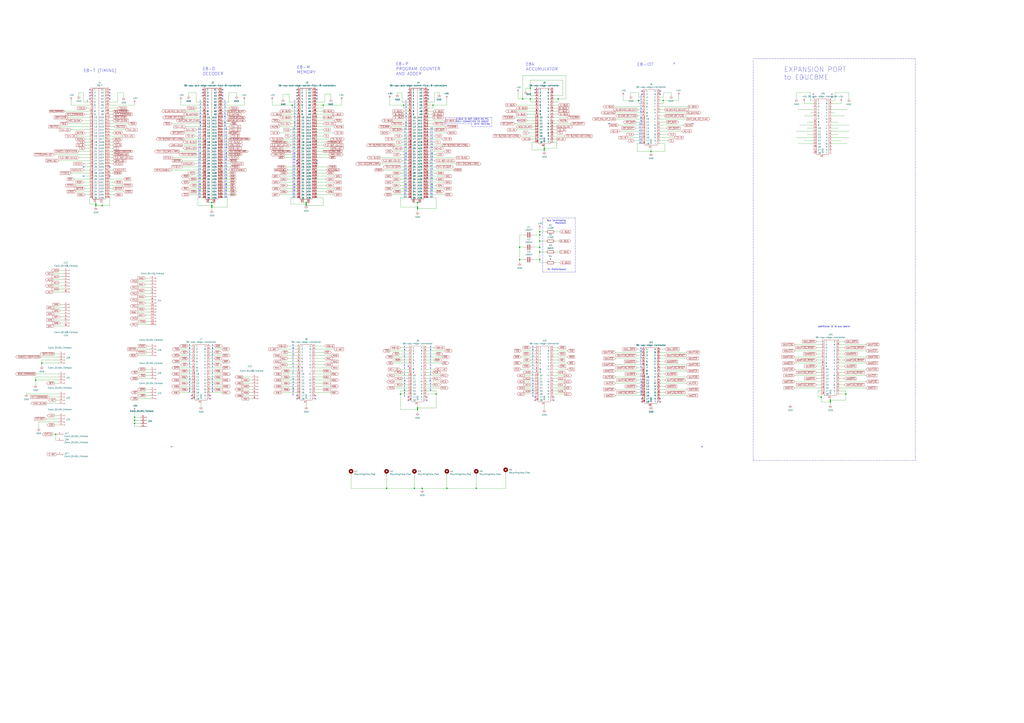
<source format=kicad_sch>
(kicad_sch (version 20211123) (generator eeschema)
  (paper "A1")
  (title_block (title "EDUC-8 Motherboard") (date "2019-07-25"))
  (junction (at 443.23 207.01))
  (junction (at 251.46 168.91))
  (junction (at 240.03 86.36))
  (junction (at 78.74 168.91))
  (junction (at 342.9 335.28))
  (junction (at 110.49 342.9))
  (junction (at 524.51 82.55))
  (junction (at 317.5 401.32))
  (junction (at 331.47 86.36))
  (junction (at 265.43 86.36))
  (junction (at 355.6 86.36))
  (junction (at 173.99 168.91))
  (junction (at 534.67 124.46))
  (junction (at 83.82 168.91))
  (junction (at 45.72 356.87))
  (junction (at 674.37 326.39))
  (junction (at 34.29 298.45))
  (junction (at 342.9 171.45))
  (junction (at 426.72 213.36))
  (junction (at 694.69 323.85))
  (junction (at 29.21 312.42))
  (junction (at 110.49 347.98))
  (junction (at 443.23 193.04))
  (junction (at 346.71 401.32))
  (junction (at 367.03 401.32))
  (junction (at 328.93 323.85))
  (junction (at 443.23 203.2))
  (junction (at 544.83 82.55))
  (junction (at 342.9 170.18))
  (junction (at 251.46 166.37))
  (junction (at 443.23 190.5))
  (junction (at 342.9 166.37))
  (junction (at 443.23 213.36))
  (junction (at 78.74 167.64))
  (junction (at 435.61 81.28))
  (junction (at 358.14 323.85))
  (junction (at 110.49 345.44))
  (junction (at 429.26 81.28))
  (junction (at 173.99 166.37))
  (junction (at 173.99 170.18))
  (junction (at 443.23 198.12))
  (junction (at 447.04 123.19))
  (junction (at 458.47 81.28))
  (junction (at 435.61 72.39))
  (junction (at 426.72 203.2))
  (junction (at 251.46 167.64))
  (junction (at 391.16 401.32))
  (junction (at 681.99 330.2))
  (junction (at 342.9 336.55))
  (junction (at 340.36 401.32))
  (junction (at 681.99 328.93))
  (junction (at 447.04 121.92))
  (no_connect (at 454.66 328.93))
  (no_connect (at 260.35 78.74))
  (no_connect (at 157.48 327.66))
  (no_connect (at 542.29 327.66))
  (no_connect (at 668.02 80.01))
  (no_connect (at 351.79 76.2))
  (no_connect (at 351.79 81.28))
  (no_connect (at 182.88 76.2))
  (no_connect (at 166.37 78.74))
  (no_connect (at 243.84 327.66))
  (no_connect (at 73.66 78.74))
  (no_connect (at 351.79 73.66))
  (no_connect (at 172.72 327.66))
  (no_connect (at 243.84 81.28))
  (no_connect (at 527.05 330.2))
  (no_connect (at 576.58 367.03))
  (no_connect (at 527.05 77.47))
  (no_connect (at 243.84 325.12))
  (no_connect (at 68.58 144.78))
  (no_connect (at 668.02 77.47))
  (no_connect (at 73.66 81.28))
  (no_connect (at 243.84 73.66))
  (no_connect (at 73.66 76.2))
  (no_connect (at 335.28 328.93))
  (no_connect (at 90.17 76.2))
  (no_connect (at 542.29 77.47))
  (no_connect (at 260.35 76.2))
  (no_connect (at 90.17 78.74))
  (no_connect (at 659.13 63.5))
  (no_connect (at 683.26 77.47))
  (no_connect (at 335.28 300.99))
  (no_connect (at 90.17 81.28))
  (no_connect (at 243.84 78.74))
  (no_connect (at 90.17 137.16))
  (no_connect (at 335.28 326.39))
  (no_connect (at 542.29 330.2))
  (no_connect (at 90.17 73.66))
  (no_connect (at 335.28 81.28))
  (no_connect (at 260.35 73.66))
  (no_connect (at 527.05 327.66))
  (no_connect (at 335.28 76.2))
  (no_connect (at 166.37 73.66))
  (no_connect (at 260.35 132.08))
  (no_connect (at 243.84 134.62))
  (no_connect (at 172.72 325.12))
  (no_connect (at 553.72 52.07))
  (no_connect (at 335.28 78.74))
  (no_connect (at 260.35 81.28))
  (no_connect (at 439.42 76.2))
  (no_connect (at 90.17 144.78))
  (no_connect (at 157.48 325.12))
  (no_connect (at 527.05 74.93))
  (no_connect (at 683.26 80.01))
  (no_connect (at 166.37 76.2))
  (no_connect (at 439.42 73.66))
  (no_connect (at 260.35 134.62))
  (no_connect (at 68.58 137.16))
  (no_connect (at 182.88 73.66))
  (no_connect (at 542.29 74.93))
  (no_connect (at 351.79 78.74))
  (no_connect (at 182.88 78.74))
  (no_connect (at 259.08 325.12))
  (no_connect (at 259.08 327.66))
  (no_connect (at 73.66 73.66))
  (no_connect (at 182.88 81.28))
  (no_connect (at 243.84 132.08))
  (no_connect (at 439.42 326.39))
  (no_connect (at 454.66 326.39))
  (no_connect (at 439.42 328.93))
  (no_connect (at 350.52 326.39))
  (no_connect (at 243.84 76.2))
  (no_connect (at 140.97 367.03))
  (no_connect (at 350.52 328.93))
  (wire (pts (xy 151.13 114.3) (xy 166.37 114.3)))
  (wire (pts (xy 351.79 134.62) (xy 374.65 134.62)))
  (wire (pts (xy 92.71 142.24) (xy 90.17 142.24)))
  (wire (pts (xy 78.74 168.91) (xy 83.82 168.91)))
  (wire (pts (xy 271.78 302.26) (xy 259.08 302.26)))
  (wire (pts (xy 58.42 142.24) (xy 73.66 142.24)))
  (wire (pts (xy 685.8 76.2) (xy 697.23 76.2)))
  (wire (pts (xy 182.88 297.18) (xy 172.72 297.18)))
  (wire (pts (xy 435.61 72.39) (xy 435.61 78.74)))
  (wire (pts (xy 542.29 289.56) (xy 563.88 289.56)))
  (wire (pts (xy 147.32 307.34) (xy 157.48 307.34)))
  (wire (pts (xy 521.97 105.41) (xy 527.05 105.41)))
  (wire (pts (xy 330.2 111.76) (xy 335.28 111.76)))
  (wire (pts (xy 110.49 342.9) (xy 110.49 337.82)))
  (wire (pts (xy 505.46 320.04) (xy 527.05 320.04)))
  (wire (pts (xy 435.61 316.23) (xy 439.42 316.23)))
  (wire (pts (xy 274.32 287.02) (xy 259.08 287.02)))
  (wire (pts (xy 435.61 285.75) (xy 439.42 285.75)))
  (wire (pts (xy 505.46 304.8) (xy 527.05 304.8)))
  (wire (pts (xy 182.88 302.26) (xy 172.72 302.26)))
  (wire (pts (xy 358.14 127) (xy 351.79 127)))
  (wire (pts (xy 154.94 149.86) (xy 166.37 149.86)))
  (wire (pts (xy 232.41 121.92) (xy 243.84 121.92)))
  (wire (pts (xy 58.42 106.68) (xy 73.66 106.68)))
  (wire (pts (xy 335.28 86.36) (xy 331.47 86.36)))
  (wire (pts (xy 236.22 299.72) (xy 243.84 299.72)))
  (wire (pts (xy 251.46 168.91) (xy 265.43 168.91)))
  (wire (pts (xy 38.1 331.47) (xy 48.26 331.47)))
  (wire (pts (xy 524.51 76.2) (xy 518.16 76.2)))
  (wire (pts (xy 231.14 307.34) (xy 243.84 307.34)))
  (wire (pts (xy 355.6 93.98) (xy 351.79 93.98)))
  (wire (pts (xy 509.27 107.95) (xy 527.05 107.95)))
  (wire (pts (xy 443.23 198.12) (xy 443.23 203.2)))
  (wire (pts (xy 331.47 96.52) (xy 335.28 96.52)))
  (wire (pts (xy 251.46 166.37) (xy 248.92 166.37)))
  (wire (pts (xy 110.49 347.98) (xy 110.49 345.44)))
  (wire (pts (xy 64.77 76.2) (xy 64.77 78.74)))
  (wire (pts (xy 523.24 302.26) (xy 527.05 302.26)))
  (wire (pts (xy 342.9 166.37) (xy 345.44 166.37)))
  (wire (pts (xy 665.48 76.2) (xy 665.48 82.55)))
  (wire (pts (xy 424.18 91.44) (xy 439.42 91.44)))
  (wire (pts (xy 34.29 298.45) (xy 34.29 300.99)))
  (wire (pts (xy 237.49 314.96) (xy 243.84 314.96)))
  (wire (pts (xy 92.71 109.22) (xy 90.17 109.22)))
  (wire (pts (xy 29.21 309.88) (xy 29.21 312.42)))
  (wire (pts (xy 443.23 213.36) (xy 443.23 215.9)))
  (wire (pts (xy 527.05 80.01) (xy 524.51 80.01)))
  (wire (pts (xy 113.03 266.7) (xy 123.19 266.7)))
  (wire (pts (xy 187.96 106.68) (xy 182.88 106.68)))
  (wire (pts (xy 71.12 88.9) (xy 73.66 88.9)))
  (wire (pts (xy 683.26 107.95) (xy 697.23 107.95)))
  (wire (pts (xy 232.41 114.3) (xy 243.84 114.3)))
  (wire (pts (xy 173.99 172.72) (xy 173.99 170.18)))
  (wire (pts (xy 187.96 124.46) (xy 182.88 124.46)))
  (wire (pts (xy 238.76 111.76) (xy 243.84 111.76)))
  (wire (pts (xy 527.05 289.56) (xy 505.46 289.56)))
  (wire (pts (xy 266.7 77.47) (xy 271.78 77.47)))
  (wire (pts (xy 321.31 104.14) (xy 335.28 104.14)))
  (wire (pts (xy 524.51 80.01) (xy 524.51 76.2)))
  (wire (pts (xy 153.67 309.88) (xy 157.48 309.88)))
  (wire (pts (xy 331.47 91.44) (xy 335.28 91.44)))
  (wire (pts (xy 153.67 284.48) (xy 157.48 284.48)))
  (wire (pts (xy 367.03 401.32) (xy 346.71 401.32)))
  (wire (pts (xy 48.26 346.71) (xy 31.75 346.71)))
  (wire (pts (xy 200.66 86.36) (xy 182.88 86.36)))
  (wire (pts (xy 266.7 83.82) (xy 266.7 77.47)))
  (wire (pts (xy 563.88 320.04) (xy 542.29 320.04)))
  (wire (pts (xy 147.32 292.1) (xy 157.48 292.1)))
  (wire (pts (xy 231.14 322.58) (xy 243.84 322.58)))
  (wire (pts (xy 563.88 314.96) (xy 542.29 314.96)))
  (wire (pts (xy 187.96 121.92) (xy 182.88 121.92)))
  (wire (pts (xy 271.78 292.1) (xy 259.08 292.1)))
  (wire (pts (xy 265.43 124.46) (xy 260.35 124.46)))
  (wire (pts (xy 113.03 246.38) (xy 123.19 246.38)))
  (wire (pts (xy 113.03 292.1) (xy 123.19 292.1)))
  (wire (pts (xy 101.6 76.2) (xy 101.6 80.01)))
  (wire (pts (xy 182.88 292.1) (xy 172.72 292.1)))
  (wire (pts (xy 260.35 86.36) (xy 265.43 86.36)))
  (wire (pts (xy 544.83 80.01) (xy 544.83 76.2)))
  (wire (pts (xy 355.6 316.23) (xy 350.52 316.23)))
  (wire (pts (xy 78.74 167.64) (xy 78.74 168.91)))
  (wire (pts (xy 563.88 304.8) (xy 542.29 304.8)))
  (wire (pts (xy 654.05 107.95) (xy 668.02 107.95)))
  (wire (pts (xy 358.14 335.28) (xy 358.14 323.85)))
  (wire (pts (xy 435.61 78.74) (xy 439.42 78.74)))
  (wire (pts (xy 243.84 162.56) (xy 238.76 162.56)))
  (wire (pts (xy 69.85 116.84) (xy 73.66 116.84)))
  (wire (pts (xy 186.69 93.98) (xy 182.88 93.98)))
  (wire (pts (xy 458.47 86.36) (xy 454.66 86.36)))
  (wire (pts (xy 113.03 231.14) (xy 123.19 231.14)))
  (wire (pts (xy 365.76 160.02) (xy 351.79 160.02)))
  (wire (pts (xy 563.88 294.64) (xy 542.29 294.64)))
  (wire (pts (xy 166.37 139.7) (xy 140.97 139.7)))
  (wire (pts (xy 518.16 76.2) (xy 518.16 78.74)))
  (wire (pts (xy 328.93 162.56) (xy 335.28 162.56)))
  (wire (pts (xy 231.14 93.98) (xy 243.84 93.98)))
  (wire (pts (xy 662.94 100.33) (xy 668.02 100.33)))
  (wire (pts (xy 443.23 207.01) (xy 443.23 213.36)))
  (wire (pts (xy 182.88 142.24) (xy 189.23 142.24)))
  (wire (pts (xy 160.02 111.76) (xy 166.37 111.76)))
  (wire (pts (xy 364.49 124.46) (xy 351.79 124.46)))
  (wire (pts (xy 265.43 162.56) (xy 260.35 162.56)))
  (wire (pts (xy 265.43 91.44) (xy 260.35 91.44)))
  (wire (pts (xy 662.94 110.49) (xy 668.02 110.49)))
  (wire (pts (xy 358.14 162.56) (xy 351.79 162.56)))
  (wire (pts (xy 161.29 157.48) (xy 166.37 157.48)))
  (wire (pts (xy 505.46 294.64) (xy 527.05 294.64)))
  (wire (pts (xy 265.43 88.9) (xy 265.43 86.36)))
  (wire (pts (xy 668.02 85.09) (xy 660.4 85.09)))
  (wire (pts (xy 68.58 134.62) (xy 73.66 134.62)))
  (wire (pts (xy 674.37 323.85) (xy 674.37 326.39)))
  (wire (pts (xy 236.22 294.64) (xy 243.84 294.64)))
  (wire (pts (xy 49.53 255.27) (xy 52.07 255.27)))
  (wire (pts (xy 320.04 288.29) (xy 335.28 288.29)))
  (wire (pts (xy 326.39 76.2) (xy 326.39 77.47)))
  (wire (pts (xy 544.83 85.09) (xy 544.83 82.55)))
  (wire (pts (xy 233.68 127) (xy 243.84 127)))
  (wire (pts (xy 355.6 306.07) (xy 350.52 306.07)))
  (wire (pts (xy 546.1 287.02) (xy 542.29 287.02)))
  (wire (pts (xy 430.53 193.04) (xy 426.72 193.04)))
  (wire (pts (xy 436.88 104.14) (xy 439.42 104.14)))
  (wire (pts (xy 194.31 76.2) (xy 194.31 78.74)))
  (wire (pts (xy 200.66 82.55) (xy 200.66 86.36)))
  (wire (pts (xy 204.47 312.42) (xy 207.01 312.42)))
  (wire (pts (xy 60.96 147.32) (xy 73.66 147.32)))
  (polyline (pts (xy 472.44 223.52) (xy 472.44 179.07)))
  (wire (pts (xy 161.29 106.68) (xy 166.37 106.68)))
  (wire (pts (xy 527.05 92.71) (xy 505.46 92.71)))
  (wire (pts (xy 466.09 293.37) (xy 454.66 293.37)))
  (wire (pts (xy 652.78 313.69) (xy 674.37 313.69)))
  (wire (pts (xy 425.45 81.28) (xy 429.26 81.28)))
  (wire (pts (xy 544.83 82.55) (xy 557.53 82.55)))
  (wire (pts (xy 240.03 86.36) (xy 240.03 88.9)))
  (wire (pts (xy 265.43 106.68) (xy 260.35 106.68)))
  (wire (pts (xy 367.03 109.22) (xy 351.79 109.22)))
  (wire (pts (xy 119.38 264.16) (xy 123.19 264.16)))
  (wire (pts (xy 693.42 295.91) (xy 689.61 295.91)))
  (wire (pts (xy 176.53 309.88) (xy 172.72 309.88)))
  (wire (pts (xy 431.8 72.39) (xy 435.61 72.39)))
  (wire (pts (xy 90.17 121.92) (xy 92.71 121.92)))
  (wire (pts (xy 439.42 116.84) (xy 436.88 116.84)))
  (wire (pts (xy 166.37 109.22) (xy 151.13 109.22)))
  (wire (pts (xy 683.26 105.41) (xy 688.34 105.41)))
  (wire (pts (xy 335.28 88.9) (xy 331.47 88.9)))
  (wire (pts (xy 652.78 288.29) (xy 674.37 288.29)))
  (wire (pts (xy 113.03 327.66) (xy 123.19 327.66)))
  (wire (pts (xy 229.87 99.06) (xy 243.84 99.06)))
  (wire (pts (xy 115.57 342.9) (xy 110.49 342.9)))
  (wire (pts (xy 78.74 166.37) (xy 78.74 167.64)))
  (wire (pts (xy 189.23 157.48) (xy 182.88 157.48)))
  (wire (pts (xy 73.66 162.56) (xy 73.66 167.64)))
  (wire (pts (xy 463.55 308.61) (xy 454.66 308.61)))
  (wire (pts (xy 62.23 152.4) (xy 73.66 152.4)))
  (wire (pts (xy 358.14 157.48) (xy 351.79 157.48)))
  (wire (pts (xy 147.32 287.02) (xy 157.48 287.02)))
  (wire (pts (xy 330.2 83.82) (xy 330.2 76.2)))
  (wire (pts (xy 233.68 129.54) (xy 243.84 129.54)))
  (wire (pts (xy 457.2 121.92) (xy 457.2 116.84)))
  (wire (pts (xy 427.99 298.45) (xy 439.42 298.45)))
  (wire (pts (xy 711.2 308.61) (xy 689.61 308.61)))
  (wire (pts (xy 254 166.37) (xy 251.46 166.37)))
  (wire (pts (xy 524.51 85.09) (xy 524.51 82.55)))
  (wire (pts (xy 90.17 124.46) (xy 92.71 124.46)))
  (wire (pts (xy 655.32 90.17) (xy 668.02 90.17)))
  (wire (pts (xy 236.22 147.32) (xy 243.84 147.32)))
  (wire (pts (xy 90.17 99.06) (xy 92.71 99.06)))
  (wire (pts (xy 187.96 132.08) (xy 182.88 132.08)))
  (wire (pts (xy 48.26 132.08) (xy 73.66 132.08)))
  (wire (pts (xy 340.36 391.16) (xy 340.36 401.32)))
  (wire (pts (xy 251.46 168.91) (xy 251.46 167.64)))
  (wire (pts (xy 360.68 76.2) (xy 360.68 77.47)))
  (wire (pts (xy 670.56 285.75) (xy 674.37 285.75)))
  (wire (pts (xy 431.8 74.93) (xy 431.8 72.39)))
  (wire (pts (xy 113.03 251.46) (xy 123.19 251.46)))
  (wire (pts (xy 229.87 154.94) (xy 243.84 154.94)))
  (wire (pts (xy 683.26 110.49) (xy 688.34 110.49)))
  (wire (pts (xy 161.29 152.4) (xy 166.37 152.4)))
  (wire (pts (xy 43.18 229.87) (xy 52.07 229.87)))
  (wire (pts (xy 356.87 106.68) (xy 351.79 106.68)))
  (wire (pts (xy 182.88 312.42) (xy 172.72 312.42)))
  (wire (pts (xy 328.93 170.18) (xy 342.9 170.18)))
  (wire (pts (xy 110.49 345.44) (xy 110.49 342.9)))
  (wire (pts (xy 429.26 81.28) (xy 429.26 62.23)))
  (wire (pts (xy 229.87 109.22) (xy 243.84 109.22)))
  (wire (pts (xy 115.57 347.98) (xy 110.49 347.98)))
  (wire (pts (xy 113.03 256.54) (xy 123.19 256.54)))
  (wire (pts (xy 323.85 114.3) (xy 335.28 114.3)))
  (wire (pts (xy 523.24 95.25) (xy 527.05 95.25)))
  (wire (pts (xy 458.47 290.83) (xy 454.66 290.83)))
  (wire (pts (xy 49.53 250.19) (xy 52.07 250.19)))
  (wire (pts (xy 505.46 325.12) (xy 527.05 325.12)))
  (wire (pts (xy 660.4 95.25) (xy 668.02 95.25)))
  (wire (pts (xy 161.29 127) (xy 166.37 127)))
  (wire (pts (xy 523.24 312.42) (xy 527.05 312.42)))
  (wire (pts (xy 443.23 187.96) (xy 443.23 190.5)))
  (wire (pts (xy 466.09 298.45) (xy 454.66 298.45)))
  (wire (pts (xy 189.23 111.76) (xy 182.88 111.76)))
  (wire (pts (xy 323.85 318.77) (xy 335.28 318.77)))
  (wire (pts (xy 92.71 96.52) (xy 90.17 96.52)))
  (wire (pts (xy 523.24 292.1) (xy 527.05 292.1)))
  (wire (pts (xy 438.15 203.2) (xy 443.23 203.2)))
  (polyline (pts (xy 365.76 101.6) (xy 387.35 101.6)))
  (wire (pts (xy 187.96 119.38) (xy 182.88 119.38)))
  (wire (pts (xy 331.47 101.6) (xy 335.28 101.6)))
  (wire (pts (xy 358.14 321.31) (xy 358.14 323.85)))
  (wire (pts (xy 267.97 147.32) (xy 260.35 147.32)))
  (wire (pts (xy 147.32 317.5) (xy 157.48 317.5)))
  (wire (pts (xy 546.1 302.26) (xy 542.29 302.26)))
  (wire (pts (xy 671.83 321.31) (xy 671.83 326.39)))
  (wire (pts (xy 265.43 111.76) (xy 260.35 111.76)))
  (wire (pts (xy 83.82 168.91) (xy 83.82 166.37)))
  (wire (pts (xy 90.17 132.08) (xy 92.71 132.08)))
  (wire (pts (xy 274.32 149.86) (xy 260.35 149.86)))
  (wire (pts (xy 280.67 82.55) (xy 280.67 86.36)))
  (wire (pts (xy 119.38 233.68) (xy 123.19 233.68)))
  (wire (pts (xy 73.66 86.36) (xy 58.42 86.36)))
  (wire (pts (xy 199.39 320.04) (xy 207.01 320.04)))
  (wire (pts (xy 674.37 321.31) (xy 671.83 321.31)))
  (polyline (pts (xy 618.49 378.46) (xy 751.84 378.46)))
  (wire (pts (xy 330.2 106.68) (xy 335.28 106.68)))
  (wire (pts (xy 274.32 104.14) (xy 260.35 104.14)))
  (wire (pts (xy 69.85 114.3) (xy 73.66 114.3)))
  (wire (pts (xy 267.97 152.4) (xy 260.35 152.4)))
  (wire (pts (xy 356.87 83.82) (xy 351.79 83.82)))
  (wire (pts (xy 113.03 261.62) (xy 123.19 261.62)))
  (wire (pts (xy 69.85 160.02) (xy 73.66 160.02)))
  (wire (pts (xy 153.67 294.64) (xy 157.48 294.64)))
  (wire (pts (xy 119.38 238.76) (xy 123.19 238.76)))
  (wire (pts (xy 542.29 80.01) (xy 544.83 80.01)))
  (polyline (pts (xy 472.44 179.07) (xy 445.77 179.07)))
  (wire (pts (xy 187.96 104.14) (xy 182.88 104.14)))
  (wire (pts (xy 63.5 111.76) (xy 73.66 111.76)))
  (wire (pts (xy 90.17 111.76) (xy 100.33 111.76)))
  (wire (pts (xy 322.58 99.06) (xy 335.28 99.06)))
  (wire (pts (xy 674.37 283.21) (xy 652.78 283.21)))
  (wire (pts (xy 176.53 289.56) (xy 172.72 289.56)))
  (wire (pts (xy 435.61 81.28) (xy 435.61 83.82)))
  (wire (pts (xy 90.17 116.84) (xy 92.71 116.84)))
  (wire (pts (xy 312.42 129.54) (xy 335.28 129.54)))
  (wire (pts (xy 681.99 330.2) (xy 681.99 332.74)))
  (wire (pts (xy 463.55 323.85) (xy 454.66 323.85)))
  (wire (pts (xy 365.76 99.06) (xy 351.79 99.06)))
  (wire (pts (xy 356.87 285.75) (xy 350.52 285.75)))
  (wire (pts (xy 436.88 116.84) (xy 436.88 123.19)))
  (wire (pts (xy 21.59 323.85) (xy 48.26 323.85)))
  (wire (pts (xy 670.56 295.91) (xy 674.37 295.91)))
  (wire (pts (xy 270.51 129.54) (xy 260.35 129.54)))
  (wire (pts (xy 711.2 288.29) (xy 689.61 288.29)))
  (wire (pts (xy 162.56 162.56) (xy 162.56 168.91)))
  (wire (pts (xy 119.38 228.6) (xy 123.19 228.6)))
  (wire (pts (xy 548.64 110.49) (xy 542.29 110.49)))
  (wire (pts (xy 668.02 82.55) (xy 665.48 82.55)))
  (wire (pts (xy 243.84 116.84) (xy 236.22 116.84)))
  (wire (pts (xy 237.49 320.04) (xy 243.84 320.04)))
  (wire (pts (xy 119.38 259.08) (xy 123.19 259.08)))
  (wire (pts (xy 236.22 142.24) (xy 243.84 142.24)))
  (wire (pts (xy 435.61 290.83) (xy 439.42 290.83)))
  (polyline (pts (xy 618.49 49.53) (xy 618.49 378.46)))
  (wire (pts (xy 68.58 83.82) (xy 68.58 76.2)))
  (wire (pts (xy 330.2 116.84) (xy 335.28 116.84)))
  (wire (pts (xy 693.42 95.25) (xy 683.26 95.25)))
  (wire (pts (xy 711.2 303.53) (xy 689.61 303.53)))
  (wire (pts (xy 462.28 66.04) (xy 462.28 78.74)))
  (wire (pts (xy 110.49 350.52) (xy 110.49 347.98)))
  (wire (pts (xy 90.17 129.54) (xy 92.71 129.54)))
  (wire (pts (xy 342.9 173.99) (xy 342.9 171.45)))
  (wire (pts (xy 342.9 335.28) (xy 342.9 332.74)))
  (wire (pts (xy 173.99 166.37) (xy 171.45 166.37)))
  (wire (pts (xy 69.85 121.92) (xy 73.66 121.92)))
  (wire (pts (xy 542.29 102.87) (xy 561.34 102.87)))
  (wire (pts (xy 523.24 297.18) (xy 527.05 297.18)))
  (wire (pts (xy 271.78 114.3) (xy 260.35 114.3)))
  (wire (pts (xy 367.03 391.16) (xy 367.03 401.32)))
  (wire (pts (xy 681.99 330.2) (xy 681.99 328.93)))
  (wire (pts (xy 429.26 81.28) (xy 435.61 81.28)))
  (wire (pts (xy 367.03 86.36) (xy 367.03 81.28)))
  (wire (pts (xy 271.78 322.58) (xy 259.08 322.58)))
  (wire (pts (xy 328.93 285.75) (xy 335.28 285.75)))
  (wire (pts (xy 685.8 92.71) (xy 683.26 92.71)))
  (wire (pts (xy 546.1 317.5) (xy 542.29 317.5)))
  (wire (pts (xy 274.32 109.22) (xy 260.35 109.22)))
  (wire (pts (xy 356.87 111.76) (xy 351.79 111.76)))
  (wire (pts (xy 182.88 101.6) (xy 189.23 101.6)))
  (wire (pts (xy 652.78 298.45) (xy 674.37 298.45)))
  (wire (pts (xy 674.37 300.99) (xy 670.56 300.99)))
  (wire (pts (xy 455.93 207.01) (xy 459.74 207.01)))
  (wire (pts (xy 335.28 137.16) (xy 328.93 137.16)))
  (wire (pts (xy 176.53 294.64) (xy 172.72 294.64)))
  (wire (pts (xy 430.53 308.61) (xy 439.42 308.61)))
  (wire (pts (xy 546.1 95.25) (xy 542.29 95.25)))
  (wire (pts (xy 430.53 203.2) (xy 426.72 203.2)))
  (wire (pts (xy 363.22 119.38) (xy 351.79 119.38)))
  (wire (pts (xy 92.71 154.94) (xy 90.17 154.94)))
  (wire (pts (xy 458.47 295.91) (xy 454.66 295.91)))
  (wire (pts (xy 358.14 142.24) (xy 351.79 142.24)))
  (wire (pts (xy 458.47 321.31) (xy 454.66 321.31)))
  (wire (pts (xy 119.38 303.53) (xy 123.19 303.53)))
  (wire (pts (xy 342.9 335.28) (xy 358.14 335.28)))
  (wire (pts (xy 694.69 328.93) (xy 681.99 328.93)))
  (wire (pts (xy 166.37 83.82) (xy 161.29 83.82)))
  (wire (pts (xy 48.26 237.49) (xy 52.07 237.49)))
  (wire (pts (xy 182.88 139.7) (xy 187.96 139.7)))
  (wire (pts (xy 711.2 298.45) (xy 689.61 298.45)))
  (wire (pts (xy 189.23 152.4) (xy 182.88 152.4)))
  (wire (pts (xy 187.96 116.84) (xy 182.88 116.84)))
  (wire (pts (xy 176.53 314.96) (xy 172.72 314.96)))
  (wire (pts (xy 342.9 336.55) (xy 342.9 335.28)))
  (wire (pts (xy 101.6 147.32) (xy 90.17 147.32)))
  (wire (pts (xy 542.29 92.71) (xy 563.88 92.71)))
  (wire (pts (xy 238.76 91.44) (xy 243.84 91.44)))
  (wire (pts (xy 44.45 127) (xy 73.66 127)))
  (polyline (pts (xy 387.35 104.14) (xy 403.86 104.14)))
  (wire (pts (xy 31.75 346.71) (xy 31.75 351.79)))
  (wire (pts (xy 654.05 76.2) (xy 654.05 81.28)))
  (wire (pts (xy 231.14 297.18) (xy 243.84 297.18)))
  (wire (pts (xy 447.04 121.92) (xy 447.04 120.65)))
  (wire (pts (xy 328.93 162.56) (xy 328.93 170.18)))
  (wire (pts (xy 391.16 391.16) (xy 391.16 401.32)))
  (wire (pts (xy 161.29 121.92) (xy 166.37 121.92)))
  (wire (pts (xy 69.85 109.22) (xy 73.66 109.22)))
  (wire (pts (xy 544.83 76.2) (xy 551.18 76.2)))
  (wire (pts (xy 695.96 90.17) (xy 683.26 90.17)))
  (wire (pts (xy 415.29 401.32) (xy 391.16 401.32)))
  (wire (pts (xy 119.38 308.61) (xy 123.19 308.61)))
  (wire (pts (xy 161.29 83.82) (xy 161.29 76.2)))
  (wire (pts (xy 520.7 115.57) (xy 527.05 115.57)))
  (wire (pts (xy 267.97 157.48) (xy 260.35 157.48)))
  (wire (pts (xy 689.61 300.99) (xy 693.42 300.99)))
  (wire (pts (xy 73.66 83.82) (xy 68.58 83.82)))
  (wire (pts (xy 55.88 101.6) (xy 73.66 101.6)))
  (wire (pts (xy 64.77 129.54) (xy 73.66 129.54)))
  (wire (pts (xy 447.04 123.19) (xy 447.04 124.46)))
  (wire (pts (xy 458.47 316.23) (xy 454.66 316.23)))
  (wire (pts (xy 427.99 303.53) (xy 439.42 303.53)))
  (wire (pts (xy 148.59 82.55) (xy 148.59 86.36)))
  (polyline (pts (xy 403.86 104.14) (xy 403.86 96.52)))
  (wire (pts (xy 330.2 121.92) (xy 335.28 121.92)))
  (wire (pts (xy 229.87 144.78) (xy 243.84 144.78)))
  (wire (pts (xy 165.1 334.01) (xy 165.1 331.47)))
  (wire (pts (xy 523.24 124.46) (xy 534.67 124.46)))
  (wire (pts (xy 358.14 152.4) (xy 351.79 152.4)))
  (wire (pts (xy 176.53 299.72) (xy 172.72 299.72)))
  (wire (pts (xy 361.95 308.61) (xy 350.52 308.61)))
  (wire (pts (xy 430.53 323.85) (xy 439.42 323.85)))
  (wire (pts (xy 563.88 299.72) (xy 542.29 299.72)))
  (wire (pts (xy 689.61 321.31) (xy 694.69 321.31)))
  (wire (pts (xy 187.96 83.82) (xy 187.96 76.2)))
  (wire (pts (xy 565.15 87.63) (xy 542.29 87.63)))
  (wire (pts (xy 186.69 99.06) (xy 182.88 99.06)))
  (wire (pts (xy 652.78 308.61) (xy 674.37 308.61)))
  (wire (pts (xy 194.31 160.02) (xy 182.88 160.02)))
  (wire (pts (xy 322.58 149.86) (xy 335.28 149.86)))
  (wire (pts (xy 199.39 325.12) (xy 207.01 325.12)))
  (wire (pts (xy 67.31 99.06) (xy 73.66 99.06)))
  (wire (pts (xy 142.24 129.54) (xy 166.37 129.54)))
  (wire (pts (xy 189.23 144.78) (xy 182.88 144.78)))
  (wire (pts (xy 46.99 361.95) (xy 45.72 361.95)))
  (wire (pts (xy 182.88 162.56) (xy 186.69 162.56)))
  (wire (pts (xy 364.49 144.78) (xy 351.79 144.78)))
  (wire (pts (xy 511.81 82.55) (xy 524.51 82.55)))
  (wire (pts (xy 542.29 118.11) (xy 546.1 118.11)))
  (wire (pts (xy 328.93 295.91) (xy 335.28 295.91)))
  (wire (pts (xy 34.29 295.91) (xy 34.29 298.45)))
  (wire (pts (xy 237.49 83.82) (xy 237.49 77.47)))
  (wire (pts (xy 238.76 124.46) (xy 243.84 124.46)))
  (wire (pts (xy 243.84 96.52) (xy 238.76 96.52)))
  (wire (pts (xy 654.05 113.03) (xy 668.02 113.03)))
  (wire (pts (xy 435.61 66.04) (xy 462.28 66.04)))
  (wire (pts (xy 182.88 147.32) (xy 189.23 147.32)))
  (wire (pts (xy 358.14 323.85) (xy 350.52 323.85)))
  (wire (pts (xy 358.14 147.32) (xy 351.79 147.32)))
  (wire (pts (xy 43.18 356.87) (xy 45.72 356.87)))
  (wire (pts (xy 426.72 203.2) (xy 426.72 193.04)))
  (wire (pts (xy 231.14 312.42) (xy 243.84 312.42)))
  (wire (pts (xy 153.67 299.72) (xy 157.48 299.72)))
  (wire (pts (xy 464.82 62.23) (xy 464.82 81.28)))
  (wire (pts (xy 251.46 167.64) (xy 251.46 166.37)))
  (wire (pts (xy 361.95 313.69) (xy 350.52 313.69)))
  (wire (pts (xy 683.26 85.09) (xy 690.88 85.09)))
  (wire (pts (xy 113.03 322.58) (xy 123.19 322.58)))
  (wire (pts (xy 238.76 101.6) (xy 243.84 101.6)))
  (wire (pts (xy 90.17 139.7) (xy 92.71 139.7)))
  (wire (pts (xy 427.99 293.37) (xy 439.42 293.37)))
  (wire (pts (xy 265.43 309.88) (xy 259.08 309.88)))
  (wire (pts (xy 356.87 76.2) (xy 360.68 76.2)))
  (wire (pts (xy 271.78 312.42) (xy 259.08 312.42)))
  (wire (pts (xy 43.18 224.79) (xy 52.07 224.79)))
  (wire (pts (xy 327.66 290.83) (xy 335.28 290.83)))
  (wire (pts (xy 189.23 134.62) (xy 182.88 134.62)))
  (wire (pts (xy 670.56 290.83) (xy 674.37 290.83)))
  (wire (pts (xy 266.7 284.48) (xy 259.08 284.48)))
  (wire (pts (xy 435.61 295.91) (xy 439.42 295.91)))
  (wire (pts (xy 154.94 160.02) (xy 166.37 160.02)))
  (wire (pts (xy 73.66 137.16) (xy 68.58 137.16)))
  (wire (pts (xy 187.96 88.9) (xy 182.88 88.9)))
  (wire (pts (xy 204.47 317.5) (xy 207.01 317.5)))
  (wire (pts (xy 69.85 119.38) (xy 73.66 119.38)))
  (wire (pts (xy 422.91 101.6) (xy 439.42 101.6)))
  (wire (pts (xy 547.37 100.33) (xy 542.29 100.33)))
  (wire (pts (xy 415.29 389.89) (xy 415.29 401.32)))
  (wire (pts (xy 182.88 317.5) (xy 172.72 317.5)))
  (polyline (pts (xy 387.35 101.6) (xy 387.35 104.14)))
  (wire (pts (xy 90.17 88.9) (xy 96.52 88.9)))
  (wire (pts (xy 266.7 289.56) (xy 259.08 289.56)))
  (wire (pts (xy 49.53 260.35) (xy 52.07 260.35)))
  (wire (pts (xy 363.22 114.3) (xy 351.79 114.3)))
  (wire (pts (xy 49.53 265.43) (xy 52.07 265.43)))
  (wire (pts (xy 711.2 318.77) (xy 689.61 318.77)))
  (wire (pts (xy 681.99 328.93) (xy 681.99 327.66)))
  (wire (pts (xy 693.42 316.23) (xy 689.61 316.23)))
  (wire (pts (xy 454.66 306.07) (xy 458.47 306.07)))
  (wire (pts (xy 331.47 93.98) (xy 335.28 93.98)))
  (wire (pts (xy 427.99 111.76) (xy 439.42 111.76)))
  (wire (pts (xy 435.61 311.15) (xy 439.42 311.15)))
  (wire (pts (xy 320.04 86.36) (xy 320.04 81.28)))
  (wire (pts (xy 232.41 77.47) (xy 232.41 81.28)))
  (wire (pts (xy 236.22 289.56) (xy 243.84 289.56)))
  (wire (pts (xy 119.38 243.84) (xy 123.19 243.84)))
  (wire (pts (xy 351.79 86.36) (xy 355.6 86.36)))
  (wire (pts (xy 454.66 96.52) (xy 466.09 96.52)))
  (wire (pts (xy 546.1 124.46) (xy 534.67 124.46)))
  (wire (pts (xy 523.24 118.11) (xy 523.24 124.46)))
  (wire (pts (xy 151.13 96.52) (xy 166.37 96.52)))
  (wire (pts (xy 238.76 162.56) (xy 238.76 167.64)))
  (wire (pts (xy 90.17 104.14) (xy 93.98 104.14)))
  (wire (pts (xy 455.93 190.5) (xy 459.74 190.5)))
  (wire (pts (xy 113.03 311.15) (xy 123.19 311.15)))
  (wire (pts (xy 511.81 82.55) (xy 511.81 78.74)))
  (wire (pts (xy 356.87 83.82) (xy 356.87 76.2)))
  (wire (pts (xy 314.96 139.7) (xy 335.28 139.7)))
  (wire (pts (xy 154.94 154.94) (xy 166.37 154.94)))
  (wire (pts (xy 439.42 300.99) (xy 435.61 300.99)))
  (wire (pts (xy 693.42 306.07) (xy 689.61 306.07)))
  (wire (pts (xy 113.03 236.22) (xy 123.19 236.22)))
  (wire (pts (xy 110.49 86.36) (xy 110.49 85.09)))
  (wire (pts (xy 560.07 107.95) (xy 542.29 107.95)))
  (wire (pts (xy 58.42 86.36) (xy 58.42 82.55)))
  (wire (pts (xy 149.86 119.38) (xy 166.37 119.38)))
  (wire (pts (xy 546.1 118.11) (xy 546.1 124.46)))
  (wire (pts (xy 154.94 144.78) (xy 166.37 144.78)))
  (wire (pts (xy 356.87 303.53) (xy 350.52 303.53)))
  (wire (pts (xy 328.93 127) (xy 335.28 127)))
  (wire (pts (xy 163.83 99.06) (xy 166.37 99.06)))
  (wire (pts (xy 44.45 349.25) (xy 48.26 349.25)))
  (wire (pts (xy 153.67 304.8) (xy 157.48 304.8)))
  (wire (pts (xy 204.47 327.66) (xy 207.01 327.66)))
  (wire (pts (xy 265.43 101.6) (xy 260.35 101.6)))
  (wire (pts (xy 93.98 160.02) (xy 90.17 160.02)))
  (wire (pts (xy 90.17 114.3) (xy 92.71 114.3)))
  (wire (pts (xy 68.58 76.2) (xy 64.77 76.2)))
  (wire (pts (xy 176.53 166.37) (xy 173.99 166.37)))
  (wire (pts (xy 199.39 314.96) (xy 207.01 314.96)))
  (wire (pts (xy 693.42 290.83) (xy 689.61 290.83)))
  (wire (pts (xy 340.36 401.32) (xy 317.5 401.32)))
  (wire (pts (xy 166.37 101.6) (xy 140.97 101.6)))
  (wire (pts (xy 331.47 88.9) (xy 331.47 86.36)))
  (wire (pts (xy 223.52 82.55) (xy 223.52 86.36)))
  (wire (pts (xy 328.93 152.4) (xy 335.28 152.4)))
  (wire (pts (xy 448.31 215.9) (xy 443.23 215.9)))
  (wire (pts (xy 48.26 344.17) (xy 38.1 344.17)))
  (wire (pts (xy 363.22 293.37) (xy 350.52 293.37)))
  (wire (pts (xy 53.34 91.44) (xy 73.66 91.44)))
  (wire (pts (xy 505.46 299.72) (xy 527.05 299.72)))
  (wire (pts (xy 73.66 149.86) (xy 68.58 149.86)))
  (wire (pts (xy 69.85 93.98) (xy 73.66 93.98)))
  (wire (pts (xy 670.56 316.23) (xy 674.37 316.23)))
  (wire (pts (xy 443.23 190.5) (xy 443.23 193.04)))
  (wire (pts (xy 674.37 326.39) (xy 674.37 330.2)))
  (wire (pts (xy 521.97 100.33) (xy 527.05 100.33)))
  (wire (pts (xy 693.42 285.75) (xy 689.61 285.75)))
  (wire (pts (xy 187.96 96.52) (xy 182.88 96.52)))
  (wire (pts (xy 551.18 76.2) (xy 551.18 78.74)))
  (wire (pts (xy 236.22 139.7) (xy 243.84 139.7)))
  (polyline (pts (xy 445.77 179.07) (xy 445.77 223.52)))
  (wire (pts (xy 273.05 93.98) (xy 260.35 93.98)))
  (wire (pts (xy 236.22 157.48) (xy 243.84 157.48)))
  (wire (pts (xy 330.2 306.07) (xy 335.28 306.07)))
  (wire (pts (xy 189.23 149.86) (xy 182.88 149.86)))
  (wire (pts (xy 463.55 111.76) (xy 454.66 111.76)))
  (wire (pts (xy 527.05 118.11) (xy 523.24 118.11)))
  (wire (pts (xy 524.51 82.55) (xy 527.05 82.55)))
  (wire (pts (xy 542.29 307.34) (xy 546.1 307.34)))
  (wire (pts (xy 270.51 127) (xy 260.35 127)))
  (wire (pts (xy 355.6 86.36) (xy 367.03 86.36)))
  (wire (pts (xy 458.47 81.28) (xy 454.66 81.28)))
  (wire (pts (xy 161.29 88.9) (xy 166.37 88.9)))
  (wire (pts (xy 147.32 322.58) (xy 157.48 322.58)))
  (wire (pts (xy 694.69 321.31) (xy 694.69 323.85)))
  (wire (pts (xy 662.94 105.41) (xy 668.02 105.41)))
  (wire (pts (xy 330.2 76.2) (xy 326.39 76.2)))
  (wire (pts (xy 693.42 280.67) (xy 689.61 280.67)))
  (wire (pts (xy 443.23 203.2) (xy 443.23 207.01)))
  (wire (pts (xy 182.88 109.22) (xy 187.96 109.22)))
  (wire (pts (xy 527.05 307.34) (xy 523.24 307.34)))
  (wire (pts (xy 458.47 88.9) (xy 454.66 88.9)))
  (wire (pts (xy 463.55 318.77) (xy 454.66 318.77)))
  (wire (pts (xy 152.4 104.14) (xy 166.37 104.14)))
  (wire (pts (xy 153.67 289.56) (xy 157.48 289.56)))
  (wire (pts (xy 265.43 320.04) (xy 259.08 320.04)))
  (wire (pts (xy 438.15 193.04) (xy 443.23 193.04)))
  (wire (pts (xy 454.66 300.99) (xy 458.47 300.99)))
  (wire (pts (xy 690.88 83.82) (xy 690.88 85.09)))
  (wire (pts (xy 435.61 72.39) (xy 435.61 66.04)))
  (wire (pts (xy 29.21 312.42) (xy 48.26 312.42)))
  (wire (pts (xy 430.53 318.77) (xy 439.42 318.77)))
  (wire (pts (xy 548.64 115.57) (xy 542.29 115.57)))
  (wire (pts (xy 563.88 325.12) (xy 542.29 325.12)))
  (wire (pts (xy 322.58 293.37) (xy 335.28 293.37)))
  (wire (pts (xy 534.67 124.46) (xy 534.67 121.92)))
  (wire (pts (xy 711.2 313.69) (xy 689.61 313.69)))
  (wire (pts (xy 546.1 90.17) (xy 542.29 90.17)))
  (wire (pts (xy 322.58 154.94) (xy 335.28 154.94)))
  (wire (pts (xy 182.88 307.34) (xy 172.72 307.34)))
  (wire (pts (xy 670.56 306.07) (xy 674.37 306.07)))
  (wire (pts (xy 187.96 76.2) (xy 194.31 76.2)))
  (wire (pts (xy 29.21 307.34) (xy 48.26 307.34)))
  (wire (pts (xy 542.29 82.55) (xy 544.83 82.55)))
  (wire (pts (xy 358.14 162.56) (xy 358.14 171.45)))
  (wire (pts (xy 683.26 82.55) (xy 685.8 82.55)))
  (wire (pts (xy 265.43 119.38) (xy 260.35 119.38)))
  (wire (pts (xy 435.61 114.3) (xy 439.42 114.3)))
  (wire (pts (xy 427.99 288.29) (xy 439.42 288.29)))
  (wire (pts (xy 435.61 81.28) (xy 439.42 81.28)))
  (wire (pts (xy 466.09 288.29) (xy 454.66 288.29)))
  (wire (pts (xy 274.32 144.78) (xy 260.35 144.78)))
  (wire (pts (xy 523.24 317.5) (xy 527.05 317.5)))
  (wire (pts (xy 240.03 86.36) (xy 243.84 86.36)))
  (wire (pts (xy 182.88 322.58) (xy 172.72 322.58)))
  (wire (pts (xy 693.42 311.15) (xy 689.61 311.15)))
  (wire (pts (xy 90.17 83.82) (xy 96.52 83.82)))
  (wire (pts (xy 356.87 295.91) (xy 350.52 295.91)))
  (wire (pts (xy 48.26 227.33) (xy 52.07 227.33)))
  (wire (pts (xy 243.84 83.82) (xy 237.49 83.82)))
  (wire (pts (xy 711.2 293.37) (xy 689.61 293.37)))
  (wire (pts (xy 342.9 170.18) (xy 342.9 166.37)))
  (wire (pts (xy 236.22 284.48) (xy 243.84 284.48)))
  (wire (pts (xy 238.76 106.68) (xy 243.84 106.68)))
  (wire (pts (xy 162.56 93.98) (xy 166.37 93.98)))
  (wire (pts (xy 228.6 287.02) (xy 243.84 287.02)))
  (wire (pts (xy 186.69 91.44) (xy 182.88 91.44)))
  (wire (pts (xy 271.78 77.47) (xy 271.78 81.28)))
  (wire (pts (xy 69.85 154.94) (xy 73.66 154.94)))
  (wire (pts (xy 323.85 313.69) (xy 335.28 313.69)))
  (wire (pts (xy 113.03 287.02) (xy 123.19 287.02)))
  (wire (pts (xy 546.1 292.1) (xy 542.29 292.1)))
  (wire (pts (xy 671.83 326.39) (xy 674.37 326.39)))
  (wire (pts (xy 147.32 302.26) (xy 157.48 302.26)))
  (wire (pts (xy 43.18 240.03) (xy 52.07 240.03)))
  (wire (pts (xy 448.31 198.12) (xy 443.23 198.12)))
  (wire (pts (xy 45.72 361.95) (xy 45.72 356.87)))
  (wire (pts (xy 458.47 311.15) (xy 454.66 311.15)))
  (wire (pts (xy 231.14 292.1) (xy 243.84 292.1)))
  (wire (pts (xy 92.71 91.44) (xy 90.17 91.44)))
  (wire (pts (xy 274.32 99.06) (xy 260.35 99.06)))
  (wire (pts (xy 330.2 83.82) (xy 335.28 83.82)))
  (wire (pts (xy 330.2 132.08) (xy 335.28 132.08)))
  (wire (pts (xy 426.72 213.36) (xy 426.72 203.2)))
  (wire (pts (xy 238.76 167.64) (xy 251.46 167.64)))
  (wire (pts (xy 457.2 109.22) (xy 454.66 109.22)))
  (wire (pts (xy 44.45 267.97) (xy 52.07 267.97)))
  (wire (pts (xy 154.94 76.2) (xy 154.94 78.74)))
  (wire (pts (xy 182.88 83.82) (xy 187.96 83.82)))
  (wire (pts (xy 119.38 254) (xy 123.19 254)))
  (wire (pts (xy 365.76 104.14) (xy 351.79 104.14)))
  (wire (pts (xy 43.18 234.95) (xy 52.07 234.95)))
  (wire (pts (xy 435.61 83.82) (xy 439.42 83.82)))
  (wire (pts (xy 424.18 106.68) (xy 439.42 106.68)))
  (wire (pts (xy 355.6 88.9) (xy 355.6 86.36)))
  (wire (pts (xy 466.09 303.53) (xy 454.66 303.53)))
  (wire (pts (xy 44.45 252.73) (xy 52.07 252.73)))
  (wire (pts (xy 425.45 76.2) (xy 425.45 81.28)))
  (wire (pts (xy 274.32 160.02) (xy 260.35 160.02)))
  (wire (pts (xy 683.26 115.57) (xy 690.88 115.57)))
  (wire (pts (xy 454.66 101.6) (xy 468.63 101.6)))
  (wire (pts (xy 92.71 127) (xy 90.17 127)))
  (wire (pts (xy 335.28 134.62) (xy 312.42 134.62)))
  (wire (pts (xy 448.31 207.01) (xy 443.23 207.01)))
  (wire (pts (xy 328.93 321.31) (xy 328.93 323.85)))
  (wire (pts (xy 694.69 323.85) (xy 694.69 328.93)))
  (wire (pts (xy 355.6 96.52) (xy 351.79 96.52)))
  (wire (pts (xy 271.78 317.5) (xy 259.08 317.5)))
  (wire (pts (xy 458.47 83.82) (xy 458.47 81.28)))
  (wire (pts (xy 505.46 314.96) (xy 527.05 314.96)))
  (wire (pts (xy 546.1 312.42) (xy 542.29 312.42)))
  (wire (pts (xy 90.17 168.91) (xy 90.17 162.56)))
  (wire (pts (xy 231.14 302.26) (xy 243.84 302.26)))
  (wire (pts (xy 527.05 102.87) (xy 508 102.87)))
  (wire (pts (xy 547.37 105.41) (xy 542.29 105.41)))
  (wire (pts (xy 265.43 168.91) (xy 265.43 162.56)))
  (wire (pts (xy 237.49 309.88) (xy 243.84 309.88)))
  (wire (pts (xy 424.18 86.36) (xy 439.42 86.36)))
  (wire (pts (xy 149.86 132.08) (xy 166.37 132.08)))
  (wire (pts (xy 105.41 101.6) (xy 90.17 101.6)))
  (wire (pts (xy 119.38 325.12) (xy 123.19 325.12)))
  (wire (pts (xy 364.49 154.94) (xy 351.79 154.94)))
  (wire (pts (xy 670.56 280.67) (xy 674.37 280.67)))
  (wire (pts (xy 251.46 334.01) (xy 251.46 331.47)))
  (wire (pts (xy 665.48 76.2) (xy 654.05 76.2)))
  (wire (pts (xy 161.29 116.84) (xy 166.37 116.84)))
  (wire (pts (xy 340.36 166.37) (xy 342.9 166.37)))
  (wire (pts (xy 48.26 295.91) (xy 34.29 295.91)))
  (wire (pts (xy 204.47 322.58) (xy 207.01 322.58)))
  (wire (pts (xy 515.62 113.03) (xy 527.05 113.03)))
  (wire (pts (xy 323.85 308.61) (xy 335.28 308.61)))
  (wire (pts (xy 365.76 288.29) (xy 350.52 288.29)))
  (wire (pts (xy 267.97 139.7) (xy 260.35 139.7)))
  (wire (pts (xy 182.88 287.02) (xy 172.72 287.02)))
  (wire (pts (xy 356.87 132.08) (xy 351.79 132.08)))
  (wire (pts (xy 447.04 123.19) (xy 447.04 121.92)))
  (wire (pts (xy 260.35 116.84) (xy 267.97 116.84)))
  (wire (pts (xy 317.5 391.16) (xy 317.5 401.32)))
  (wire (pts (xy 457.2 114.3) (xy 454.66 114.3)))
  (wire (pts (xy 64.77 124.46) (xy 73.66 124.46)))
  (wire (pts (xy 149.86 137.16) (xy 166.37 137.16)))
  (wire (pts (xy 422.91 96.52) (xy 439.42 96.52)))
  (wire (pts (xy 351.79 88.9) (xy 355.6 88.9)))
  (wire (pts (xy 557.53 82.55) (xy 557.53 78.74)))
  (wire (pts (xy 322.58 298.45) (xy 335.28 298.45)))
  (wire (pts (xy 73.66 157.48) (xy 62.23 157.48)))
  (wire (pts (xy 90.17 86.36) (xy 110.49 86.36)))
  (wire (pts (xy 435.61 321.31) (xy 439.42 321.31)))
  (wire (pts (xy 147.32 297.18) (xy 157.48 297.18)))
  (wire (pts (xy 153.67 314.96) (xy 157.48 314.96)))
  (wire (pts (xy 364.49 149.86) (xy 351.79 149.86)))
  (wire (pts (xy 173.99 170.18) (xy 173.99 168.91)))
  (polyline (pts (xy 751.84 378.46) (xy 751.84 48.26)))
  (wire (pts (xy 426.72 213.36) (xy 426.72 215.9)))
  (wire (pts (xy 265.43 304.8) (xy 259.08 304.8)))
  (wire (pts (xy 187.96 114.3) (xy 182.88 114.3)))
  (wire (pts (xy 147.32 124.46) (xy 166.37 124.46)))
  (wire (pts (xy 505.46 309.88) (xy 527.05 309.88)))
  (wire (pts (xy 652.78 293.37) (xy 674.37 293.37)))
  (wire (pts (xy 115.57 350.52) (xy 110.49 350.52)))
  (wire (pts (xy 45.72 328.93) (xy 48.26 328.93)))
  (wire (pts (xy 372.11 139.7) (xy 351.79 139.7)))
  (wire (pts (xy 266.7 294.64) (xy 259.08 294.64)))
  (wire (pts (xy 189.23 137.16) (xy 182.88 137.16)))
  (wire (pts (xy 48.26 293.37) (xy 33.02 293.37)))
  (wire (pts (xy 44.45 290.83) (xy 48.26 290.83)))
  (wire (pts (xy 317.5 401.32) (xy 288.29 401.32)))
  (wire (pts (xy 173.99 170.18) (xy 186.69 170.18)))
  (wire (pts (xy 330.2 311.15) (xy 335.28 311.15)))
  (wire (pts (xy 55.88 96.52) (xy 73.66 96.52)))
  (wire (pts (xy 342.9 336.55) (xy 342.9 339.09)))
  (wire (pts (xy 166.37 162.56) (xy 162.56 162.56)))
  (wire (pts (xy 48.26 222.25) (xy 52.07 222.25)))
  (wire (pts (xy 96.52 76.2) (xy 101.6 76.2)))
  (wire (pts (xy 523.24 322.58) (xy 527.05 322.58)))
  (wire (pts (xy 160.02 134.62) (xy 166.37 134.62)))
  (wire (pts (xy 152.4 91.44) (xy 166.37 91.44)))
  (wire (pts (xy 237.49 304.8) (xy 243.84 304.8)))
  (wire (pts (xy 391.16 401.32) (xy 367.03 401.32)))
  (wire (pts (xy 356.87 116.84) (xy 351.79 116.84)))
  (wire (pts (xy 271.78 297.18) (xy 259.08 297.18)))
  (wire (pts (xy 113.03 306.07) (xy 123.19 306.07)))
  (wire (pts (xy 260.35 83.82) (xy 266.7 83.82)))
  (wire (pts (xy 689.61 283.21) (xy 711.2 283.21)))
  (wire (pts (xy 665.48 92.71) (xy 668.02 92.71)))
  (wire (pts (xy 328.93 323.85) (xy 328.93 336.55)))
  (wire (pts (xy 44.45 341.63) (xy 48.26 341.63)))
  (wire (pts (xy 331.47 86.36) (xy 320.04 86.36)))
  (wire (pts (xy 269.24 137.16) (xy 260.35 137.16)))
  (wire (pts (xy 328.93 147.32) (xy 335.28 147.32)))
  (wire (pts (xy 430.53 313.69) (xy 439.42 313.69)))
  (wire (pts (xy 356.87 121.92) (xy 351.79 121.92)))
  (wire (pts (xy 119.38 248.92) (xy 123.19 248.92)))
  (wire (pts (xy 335.28 323.85) (xy 328.93 323.85)))
  (wire (pts (xy 90.17 149.86) (xy 93.98 149.86)))
  (wire (pts (xy 229.87 160.02) (xy 243.84 160.02)))
  (wire (pts (xy 48.26 298.45) (xy 34.29 298.45)))
  (wire (pts (xy 685.8 76.2) (xy 685.8 82.55)))
  (wire (pts (xy 363.22 298.45) (xy 350.52 298.45)))
  (wire (pts (xy 668.02 102.87) (xy 656.59 102.87)))
  (wire (pts (xy 683.26 100.33) (xy 688.34 100.33)))
  (wire (pts (xy 187.96 127) (xy 182.88 127)))
  (wire (pts (xy 655.32 118.11) (xy 668.02 118.11)))
  (wire (pts (xy 683.26 118.11) (xy 695.96 118.11)))
  (wire (pts (xy 260.35 88.9) (xy 265.43 88.9)))
  (wire (pts (xy 83.82 168.91) (xy 90.17 168.91)))
  (wire (pts (xy 176.53 304.8) (xy 172.72 304.8)))
  (wire (pts (xy 457.2 106.68) (xy 454.66 106.68)))
  (wire (pts (xy 90.17 157.48) (xy 101.6 157.48)))
  (wire (pts (xy 113.03 241.3) (xy 123.19 241.3)))
  (wire (pts (xy 166.37 142.24) (xy 160.02 142.24)))
  (wire (pts (xy 534.67 124.46) (xy 534.67 125.73)))
  (wire (pts (xy 454.66 91.44) (xy 458.47 91.44)))
  (polyline (pts (xy 365.76 96.52) (xy 365.76 101.6)))
  (wire (pts (xy 374.65 129.54) (xy 351.79 129.54)))
  (wire (pts (xy 119.38 320.04) (xy 123.19 320.04)))
  (wire (pts (xy 90.17 119.38) (xy 92.71 119.38)))
  (wire (pts (xy 443.23 193.04) (xy 443.23 198.12)))
  (wire (pts (xy 542.29 97.79) (xy 563.88 97.79)))
  (wire (pts (xy 660.4 115.57) (xy 668.02 115.57)))
  (wire (pts (xy 523.24 287.02) (xy 527.05 287.02)))
  (wire (pts (xy 454.66 83.82) (xy 458.47 83.82)))
  (wire (pts (xy 355.6 311.15) (xy 350.52 311.15)))
  (wire (pts (xy 173.99 168.91) (xy 173.99 166.37)))
  (wire (pts (xy 350.52 321.31) (xy 358.14 321.31)))
  (wire (pts (xy 92.71 93.98) (xy 90.17 93.98)))
  (wire (pts (xy 176.53 284.48) (xy 172.72 284.48)))
  (wire (pts (xy 229.87 104.14) (xy 243.84 104.14)))
  (wire (pts (xy 78.74 168.91) (xy 78.74 170.18)))
  (wire (pts (xy 448.31 190.5) (xy 443.23 190.5)))
  (wire (pts (xy 670.56 311.15) (xy 674.37 311.15)))
  (wire (pts (xy 328.93 142.24) (xy 335.28 142.24)))
  (wire (pts (xy 73.66 144.78) (xy 68.58 144.78)))
  (wire (pts (xy 231.14 317.5) (xy 243.84 317.5)))
  (wire (pts (xy 90.17 134.62) (xy 92.71 134.62)))
  (wire (pts (xy 162.56 168.91) (xy 173.99 168.91)))
  (wire (pts (xy 240.03 88.9) (xy 243.84 88.9)))
  (wire (pts (xy 153.67 320.04) (xy 157.48 320.04)))
  (wire (pts (xy 689.61 323.85) (xy 694.69 323.85)))
  (wire (pts (xy 436.88 123.19) (xy 447.04 123.19)))
  (wire (pts (xy 161.29 76.2) (xy 154.94 76.2)))
  (wire (pts (xy 328.93 303.53) (xy 335.28 303.53)))
  (wire (pts (xy 223.52 86.36) (xy 240.03 86.36)))
  (wire (pts (xy 342.9 171.45) (xy 342.9 170.18)))
  (wire (pts (xy 266.7 299.72) (xy 259.08 299.72)))
  (wire (pts (xy 49.53 104.14) (xy 73.66 104.14)))
  (wire (pts (xy 267.97 142.24) (xy 260.35 142.24)))
  (wire (pts (xy 260.35 96.52) (xy 265.43 96.52)))
  (wire (pts (xy 274.32 154.94) (xy 260.35 154.94)))
  (wire (pts (xy 553.72 113.03) (xy 542.29 113.03)))
  (wire (pts (xy 238.76 119.38) (xy 243.84 119.38)))
  (wire (pts (xy 563.88 309.88) (xy 542.29 309.88)))
  (wire (pts (xy 44.45 314.96) (xy 48.26 314.96)))
  (wire (pts (xy 68.58 139.7) (xy 73.66 139.7)))
  (wire (pts (xy 463.55 313.69) (xy 454.66 313.69)))
  (polyline (pts (xy 751.84 48.26) (xy 618.49 48.26)))
  (wire (pts (xy 454.66 93.98) (xy 458.47 93.98)))
  (wire (pts (xy 320.04 109.22) (xy 335.28 109.22)))
  (wire (pts (xy 271.78 121.92) (xy 260.35 121.92)))
  (wire (pts (xy 358.14 171.45) (xy 342.9 171.45)))
  (wire (pts (xy 523.24 90.17) (xy 527.05 90.17)))
  (wire (pts (xy 29.21 312.42) (xy 29.21 316.23)))
  (wire (pts (xy 674.37 330.2) (xy 681.99 330.2)))
  (wire (pts (xy 457.2 104.14) (xy 454.66 104.14)))
  (wire (pts (xy 464.82 81.28) (xy 458.47 81.28)))
  (wire (pts (xy 48.26 232.41) (xy 52.07 232.41)))
  (wire (pts (xy 355.6 101.6) (xy 351.79 101.6)))
  (wire (pts (xy 330.2 316.23) (xy 335.28 316.23)))
  (wire (pts (xy 546.1 297.18) (xy 542.29 297.18)))
  (wire (pts (xy 455.93 215.9) (xy 459.74 215.9)))
  (wire (pts (xy 120.65 284.48) (xy 123.19 284.48)))
  (wire (pts (xy 322.58 124.46) (xy 335.28 124.46)))
  (wire (pts (xy 29.21 309.88) (xy 48.26 309.88)))
  (wire (pts (xy 237.49 77.47) (xy 232.41 77.47)))
  (wire (pts (xy 147.32 312.42) (xy 157.48 312.42)))
  (polyline (pts (xy 403.86 96.52) (xy 365.76 96.52)))
  (wire (pts (xy 120.65 289.56) (xy 123.19 289.56)))
  (wire (pts (xy 697.23 76.2) (xy 697.23 81.28)))
  (wire (pts (xy 504.19 87.63) (xy 527.05 87.63)))
  (wire (pts (xy 189.23 154.94) (xy 182.88 154.94)))
  (wire (pts (xy 447.04 121.92) (xy 457.2 121.92)))
  (wire (pts (xy 527.05 97.79) (xy 505.46 97.79)))
  (wire (pts (xy 321.31 160.02) (xy 335.28 160.02)))
  (wire (pts (xy 433.07 93.98) (xy 439.42 93.98)))
  (wire (pts (xy 438.15 213.36) (xy 443.23 213.36)))
  (wire (pts (xy 328.93 157.48) (xy 335.28 157.48)))
  (wire (pts (xy 90.17 152.4) (xy 100.33 152.4)))
  (wire (pts (xy 355.6 91.44) (xy 351.79 91.44)))
  (wire (pts (xy 148.59 86.36) (xy 166.37 86.36)))
  (wire (pts (xy 45.72 356.87) (xy 46.99 356.87)))
  (wire (pts (xy 527.05 85.09) (xy 524.51 85.09)))
  (wire (pts (xy 458.47 285.75) (xy 454.66 285.75)))
  (wire (pts (xy 361.95 318.77) (xy 350.52 318.77)))
  (wire (pts (xy 683.26 102.87) (xy 697.23 102.87)))
  (wire (pts (xy 660.4 83.82) (xy 660.4 85.09)))
  (wire (pts (xy 265.43 86.36) (xy 280.67 86.36)))
  (wire (pts (xy 187.96 129.54) (xy 182.88 129.54)))
  (wire (pts (xy 176.53 320.04) (xy 172.72 320.04)))
  (wire (pts (xy 455.93 198.12) (xy 459.74 198.12)))
  (wire (pts (xy 199.39 309.88) (xy 207.01 309.88)))
  (wire (pts (xy 236.22 152.4) (xy 243.84 152.4)))
  (wire (pts (xy 429.26 62.23) (xy 464.82 62.23)))
  (wire (pts (xy 358.14 290.83) (xy 350.52 290.83)))
  (wire (pts (xy 234.95 137.16) (xy 243.84 137.16)))
  (wire (pts (xy 40.64 326.39) (xy 48.26 326.39)))
  (wire (pts (xy 288.29 401.32) (xy 288.29 391.16)))
  (wire (pts (xy 542.29 85.09) (xy 544.83 85.09)))
  (wire (pts (xy 73.66 167.64) (xy 78.74 167.64)))
  (wire (pts (xy 186.69 170.18) (xy 186.69 162.56)))
  (wire (pts (xy 166.37 147.32) (xy 161.29 147.32)))
  (wire (pts (xy 433.07 88.9) (xy 439.42 88.9)))
  (wire (pts (xy 457.2 116.84) (xy 454.66 116.84)))
  (wire (pts (xy 652.78 303.53) (xy 674.37 303.53)))
  (wire (pts (xy 346.71 402.59) (xy 346.71 401.32)))
  (wire (pts (xy 462.28 78.74) (xy 454.66 78.74)))
  (polyline (pts (xy 445.77 223.52) (xy 472.44 223.52)))
  (wire (pts (xy 322.58 144.78) (xy 335.28 144.78)))
  (wire (pts (xy 102.87 106.68) (xy 90.17 106.68)))
  (wire (pts (xy 271.78 307.34) (xy 259.08 307.34)))
  (wire (pts (xy 323.85 119.38) (xy 335.28 119.38)))
  (wire (pts (xy 433.07 99.06) (xy 439.42 99.06)))
  (wire (pts (xy 683.26 113.03) (xy 697.23 113.03)))
  (wire (pts (xy 439.42 306.07) (xy 435.61 306.07)))
  (wire (pts (xy 520.7 110.49) (xy 527.05 110.49)))
  (wire (pts (xy 430.53 213.36) (xy 426.72 213.36)))
  (wire (pts (xy 546.1 322.58) (xy 542.29 322.58)))
  (wire (pts (xy 96.52 83.82) (xy 96.52 76.2)))
  (wire (pts (xy 265.43 314.96) (xy 259.08 314.96)))
  (wire (pts (xy 434.34 109.22) (xy 439.42 109.22)))
  (wire (pts (xy 454.66 99.06) (xy 458.47 99.06)))
  (wire (pts (xy 44.45 262.89) (xy 52.07 262.89)))
  (wire (pts (xy 351.79 137.16) (xy 358.14 137.16)))
  (wire (pts (xy 229.87 149.86) (xy 243.84 149.86)))
  (wire (pts (xy 346.71 401.32) (xy 340.36 401.32)))
  (wire (pts (xy 328.93 336.55) (xy 342.9 336.55)))
  (wire (pts (xy 447.04 332.74) (xy 447.04 336.55)))
  (wire (pts (xy 44.45 257.81) (xy 52.07 257.81)))
  (wire (pts (xy 115.57 345.44) (xy 110.49 345.44)))
  (wire (pts (xy 652.78 318.77) (xy 674.37 318.77)))
  (wire (pts (xy 328.93 321.31) (xy 335.28 321.31)))
  (text "J" (at 354.33 306.07 180) (effects (font (size 1.27 1.27)) (justify right bottom)))
  (text "21" (at 331.47 134.62 0) (effects (font (size 1.27 1.27)) (justify left bottom)))
  (text "32\n" (at 162.56 162.56 0) (effects (font (size 1.27 1.27)) (justify left bottom)))
  (text "25" (at 186.69 144.78 180) (effects (font (size 1.27 1.27)) (justify right bottom)))
  (text "M" (at 354.33 313.69 180) (effects (font (size 1.27 1.27)) (justify right bottom)))
  (text "R" (at 154.94 322.58 0) (effects (font (size 1.27 1.27)) (justify left bottom)))
  (text "E8-P\nPROGRAM COUNTER\nAND ADDER" (at 325.12 62.23 0) (effects (font (size 2.4892 2.4892)) (justify left bottom)))
  (text "P" (at 175.26 317.5 180) (effects (font (size 1.27 1.27)) (justify right bottom)))
  (text "H" (at 240.03 302.26 0) (effects (font (size 1.27 1.27)) (justify left bottom)))
  (text "23" (at 331.47 139.7 0) (effects (font (size 1.27 1.27)) (justify left bottom)))
  (text "9" (at 332.74 104.14 0) (effects (font (size 1.27 1.27)) (justify left bottom)))
  (text "L" (at 354.33 311.15 180) (effects (font (size 1.27 1.27)) (justify right bottom)))
  (text "8" (at 163.83 101.6 0) (effects (font (size 1.27 1.27)) (justify left bottom)))
  (text "23" (at 240.03 139.7 0) (effects (font (size 1.27 1.27)) (justify left bottom)))
  (text "19" (at 240.03 129.54 0) (effects (font (size 1.27 1.27)) (justify left bottom)))
  (text "7" (at 163.83 99.06 0) (effects (font (size 1.27 1.27)) (justify left bottom)))
  (text "Q" (at 354.33 321.31 180) (effects (font (size 1.27 1.27)) (justify right bottom)))
  (text "27" (at 162.56 149.86 0) (effects (font (size 1.27 1.27)) (justify left bottom)))
  (text "N" (at 436.88 316.23 0) (effects (font (size 1.27 1.27)) (justify left bottom)))
  (text "22" (at 186.69 137.16 180) (effects (font (size 1.27 1.27)) (justify right bottom)))
  (text "14" (at 524.51 113.03 0) (effects (font (size 1.27 1.27)) (justify left bottom)))
  (text "N" (at 354.33 316.23 180) (effects (font (size 1.27 1.27)) (justify right bottom)))
  (text "6" (at 163.83 96.52 0) (effects (font (size 1.27 1.27)) (justify left bottom)))
  (text "B" (at 175.26 287.02 180) (effects (font (size 1.27 1.27)) (justify right bottom)))
  (text "31" (at 186.69 160.02 180) (effects (font (size 1.27 1.27)) (justify right bottom)))
  (text "E" (at 436.88 295.91 0) (effects (font (size 1.27 1.27)) (justify left bottom)))
  (text "C" (at 436.88 290.83 0) (effects (font (size 1.27 1.27)) (justify left bottom)))
  (text "14" (at 331.47 116.84 0) (effects (font (size 1.27 1.27)) (justify left bottom)))
  (text "11" (at 524.51 105.41 0) (effects (font (size 1.27 1.27)) (justify left bottom)))
  (text "8" (at 332.74 101.6 0) (effects (font (size 1.27 1.27)) (justify left bottom)))
  (text "J" (at 436.88 306.07 0) (effects (font (size 1.27 1.27)) (justify left bottom)))
  (text "2" (at 332.74 86.36 0) (effects (font (size 1.27 1.27)) (justify left bottom)))
  (text "S" (at 436.88 326.39 0) (effects (font (size 1.27 1.27)) (justify left bottom)))
  (text "M" (at 154.94 312.42 0) (effects (font (size 1.27 1.27)) (justify left bottom)))
  (text "32\n" (at 240.03 162.56 0) (effects (font (size 1.27 1.27)) (justify left bottom)))
  (text "E" (at 154.94 294.64 0) (effects (font (size 1.27 1.27)) (justify left bottom)))
  (text "4" (at 185.42 91.44 180) (effects (font (size 1.27 1.27)) (justify right bottom)))
  (text "24" (at 162.56 142.24 0) (effects (font (size 1.27 1.27)) (justify left bottom)))
  (text "18" (at 240.03 127 0) (effects (font (size 1.27 1.27)) (justify left bottom)))
  (text "32\n" (at 355.6 162.56 180) (effects (font (size 1.27 1.27)) (justify right bottom)))
  (text "10" (at 331.47 106.68 0) (effects (font (size 1.27 1.27)) (justify left bottom)))
  (text "5" (at 185.42 93.98 180) (effects (font (size 1.27 1.27)) (justify right bottom)))
  (text "2" (at 185.42 86.36 180) (effects (font (size 1.27 1.27)) (justify right bottom)))
  (text "F" (at 154.94 297.18 0) (effects (font (size 1.27 1.27)) (justify left bottom)))
  (text "5" (at 163.83 93.98 0) (effects (font (size 1.27 1.27)) (justify left bottom)))
  (text "M" (at 436.88 313.69 0) (effects (font (size 1.27 1.27)) (justify left bottom)))
  (text "J" (at 331.47 306.07 0) (effects (font (size 1.27 1.27)) (justify left bottom)))
  (text "D" (at 436.88 293.37 0) (effects (font (size 1.27 1.27)) (justify left bottom)))
  (text "15" (at 355.6 119.38 180) (effects (font (size 1.27 1.27)) (justify right bottom)))
  (text "4" (at 163.83 91.44 0) (effects (font (size 1.27 1.27)) (justify left bottom)))
  (text "9" (at 185.42 104.14 180) (effects (font (size 1.27 1.27)) (justify right bottom)))
  (text "24" (at 240.03 142.24 0) (effects (font (size 1.27 1.27)) (justify left bottom)))
  (text "R" (at 175.26 322.58 180) (effects (font (size 1.27 1.27)) (justify right bottom)))
  (text "29" (at 162.56 154.94 0) (effects (font (size 1.27 1.27)) (justify left bottom)))
  (text "26" (at 355.6 147.32 180) (effects (font (size 1.27 1.27)) (justify right bottom)))
  (text "31" (at 162.56 160.02 0) (effects (font (size 1.27 1.27)) (justify left bottom)))
  (text "28" (at 331.47 152.4 0) (effects (font (size 1.27 1.27)) (justify left bottom)))
  (text "28" (at 162.56 152.4 0) (effects (font (size 1.27 1.27)) (justify left bottom)))
  (text "EXPANSION PORT\nto EDUC8ME" (at 643.89 66.04 0) (effects (font (size 3.9624 3.9624)) (justify left bottom)))
  (text "24" (at 186.69 142.24 180) (effects (font (size 1.27 1.27)) (justify right bottom)))
  (text "10" (at 240.03 106.68 0) (effects (font (size 1.27 1.27)) (justify left bottom)))
  (text "M" (at 331.47 313.69 0) (effects (font (size 1.27 1.27)) (justify left bottom)))
  (text "K" (at 154.94 307.34 0) (effects (font (size 1.27 1.27)) (justify left bottom)))
  (text "3" (at 241.3 88.9 0) (effects (font (size 1.27 1.27)) (justify left bottom)))
  (text "25" (at 355.6 144.78 180) (effects (font (size 1.27 1.27)) (justify right bottom)))
  (text "L" (at 331.47 311.15 0) (effects (font (size 1.27 1.27)) (justify left bottom)))
  (text "**" (at 570.23 102.87 180) (effects (font (size 1.27 1.27)) (justify right bottom)))
  (text "C" (at 175.26 289.56 180) (effects (font (size 1.27 1.27)) (justify right bottom)))
  (text "4" (at 241.3 91.44 0) (effects (font (size 1.27 1.27)) (justify left bottom)))
  (text "M" (at 240.03 312.42 0) (effects (font (size 1.27 1.27)) (justify left bottom)))
  (text "D" (at 331.47 293.37 0) (effects (font (size 1.27 1.27)) (justify left bottom)))
  (text "21" (at 162.56 134.62 0) (effects (font (size 1.27 1.27)) (justify left bottom)))
  (text "11" (at 240.03 109.22 0) (effects (font (size 1.27 1.27)) (justify left bottom)))
  (text "1" (at 71.12 83.82 0) (effects (font (size 1.27 1.27)) (justify left bottom)))
  (text "29" (at 186.69 154.94 180) (effects (font (size 1.27 1.27)) (justify right bottom)))
  (text "K" (at 331.47 308.61 0) (effects (font (size 1.27 1.27)) (justify left bottom)))
  (text "28" (at 355.6 152.4 180) (effects (font (size 1.27 1.27)) (justify right bottom)))
  (text "20" (at 240.03 132.08 0) (effects (font (size 1.27 1.27)) (justify left bottom)))
  (text "23" (at 162.56 139.7 0) (effects (font (size 1.27 1.27)) (justify left bottom)))
  (text "P" (at 436.88 318.77 0) (effects (font (size 1.27 1.27)) (justify left bottom)))
  (text "D" (at 525.78 294.64 0) (effects (font (size 1.27 1.27)) (justify left bottom)))
  (text "H" (at 175.26 302.26 180) (effects (font (size 1.27 1.27)) (justify right bottom)))
  (text "K" (at 436.88 308.61 0) (effects (font (size 1.27 1.27)) (justify left bottom)))
  (text "17" (at 331.47 124.46 0) (effects (font (size 1.27 1.27)) (justify left bottom)))
  (text "23" (at 186.69 139.7 180) (effects (font (size 1.27 1.27)) (justify right bottom)))
  (text "13" (at 240.03 114.3 0) (effects (font (size 1.27 1.27)) (justify left bottom)))
  (text "4" (at 525.78 87.63 0) (effects (font (size 1.27 1.27)) (justify left bottom)))
  (text "Q" (at 154.94 320.04 0) (effects (font (size 1.27 1.27)) (justify left bottom)))
  (text "H" (at 436.88 303.53 0) (effects (font (size 1.27 1.27)) (justify left bottom)))
  (text "30" (at 331.47 157.48 0) (effects (font (size 1.27 1.27)) (justify left bottom)))
  (text "28" (at 240.03 152.4 0) (effects (font (size 1.27 1.27)) (justify left bottom)))
  (text "C" (at 354.33 290.83 180) (effects (font (size 1.27 1.27)) (justify right bottom)))
  (text "11" (at 186.69 109.22 180) (effects (font (size 1.27 1.27)) (justify right bottom)))
  (text "B" (at 354.33 288.29 180) (effects (font (size 1.27 1.27)) (justify right bottom)))
  (text "10" (at 162.56 106.68 0) (effects (font (size 1.27 1.27)) (justify left bottom)))
  (text "14" (at 355.6 116.84 180) (effects (font (size 1.27 1.27)) (justify right bottom)))
  (text "19" (at 162.56 129.54 0) (effects (font (size 1.27 1.27)) (justify left bottom)))
  (text "N" (at 240.03 314.96 0) (effects (font (size 1.27 1.27)) (justify left bottom)))
  (text "21" (at 355.6 134.62 180) (effects (font (size 1.27 1.27)) (justify right bottom)))
  (text "19" (at 355.6 129.54 180) (effects (font (size 1.27 1.27)) (justify right bottom)))
  (text "15" (at 331.47 119.38 0) (effects (font (size 1.27 1.27)) (justify left bottom)))
  (text "R" (at 525.78 325.12 0) (effects (font (size 1.27 1.27)) (justify left bottom)))
  (text "31" (at 331.47 160.02 0) (effects (font (size 1.27 1.27)) (justify left bottom)))
  (text "18" (at 186.69 127 180) (effects (font (size 1.27 1.27)) (justify right bottom)))
  (text "Q" (at 436.88 321.31 0) (effects (font (size 1.27 1.27)) (justify left bottom)))
  (text "K" (at 240.03 307.34 0) (effects (font (size 1.27 1.27)) (justify left bottom)))
  (text "25" (at 162.56 144.78 0) (effects (font (size 1.27 1.27)) (justify left bottom)))
  (text "25" (at 240.03 144.78 0) (effects (font (size 1.27 1.27)) (justify left bottom)))
  (text "R" (at 240.03 322.58 0) (effects (font (size 1.27 1.27)) (justify left bottom)))
  (text "J" (at 240.03 304.8 0) (effects (font (size 1.27 1.27)) (justify left bottom)))
  (text "A" (at 525.78 287.02 0) (effects (font (size 1.27 1.27)) (justify left bottom)))
  (text "N" (at 331.47 316.23 0) (effects (font (size 1.27 1.27)) (justify left bottom)))
  (text "30" (at 355.6 157.48 180) (effects (font (size 1.27 1.27)) (justify right bottom)))
  (text "E8A\nACCUMULATOR" (at 431.8 58.42 0) (effects (font (size 2.4892 2.4892)) (justify left bottom)))
  (text "11" (at 162.56 109.22 0) (effects (font (size 1.27 1.27)) (justify left bottom)))
  (text "additional IO to bus board\n" (at 671.83 269.24 0) (effects (font (size 1.27 1.27)) (justify left bottom)))
  (text "E8-M\nMEMORY" (at 243.84 60.96 0) (effects (font (size 2.4892 2.4892)) (justify left bottom)))
  (text "B" (at 331.47 288.29 0) (effects (font (size 1.27 1.27)) (justify left bottom)))
  (text "20" (at 186.69 132.08 180) (effects (font (size 1.27 1.27)) (justify right bottom)))
  (text "1" (at 525.78 80.01 0) (effects (font (size 1.27 1.27)) (justify left bottom)))
  (text "27" (at 240.03 149.86 0) (effects (font (size 1.27 1.27)) (justify left bottom)))
  (text "10" (at 524.51 102.87 0) (effects (font (size 1.27 1.27)) (justify left bottom)))
  (text "F" (at 525.78 299.72 0) (effects (font (size 1.27 1.27)) (justify left bottom)))
  (text "G" (at 525.78 302.26 0) (effects (font (size 1.27 1.27)) (justify left bottom)))
  (text "21" (at 240.03 134.62 0) (effects (font (size 1.27 1.27)) (justify left bottom)))
  (text "14" (at 240.03 116.84 0) (effects (font (size 1.27 1.27)) (justify left bottom)))
  (text "J" (at 525.78 307.34 0) (effects (font (size 1.27 1.27)) (justify left bottom)))
  (text "8" (at 241.3 101.6 0) (effects (font (size 1.27 1.27)) (justify left bottom)))
  (text "25" (at 331.47 144.78 0) (effects (font (size 1.27 1.27)) (justify left bottom)))
  (text "16" (at 331.47 121.92 0) (effects (font (size 1.27 1.27)) (justify left bottom)))
  (text "A" (at 154.94 284.48 0) (effects (font (size 1.27 1.27)) (justify left bottom)))
  (text "H" (at 525.78 304.8 0) (effects (font (size 1.27 1.27)) (justify left bottom)))
  (text "26" (at 331.47 147.32 0) (effects (font (size 1.27 1.27)) (justify left bottom)))
  (text "12" (at 524.51 107.95 0) (effects (font (size 1.27 1.27)) (justify left bottom)))
  (text "26" (at 240.03 147.32 0) (effects (font (size 1.27 1.27)) (justify left bottom)))
  (text "10" (at 186.69 106.68 180) (effects (font (size 1.27 1.27)) (justify right bottom)))
  (text "K" (at 354.33 308.61 180) (effects (font (size 1.27 1.27)) (justify right bottom)))
  (text "2" (at 241.3 86.36 0) (effects (font (size 1.27 1.27)) (justify left bottom)))
  (text "H" (at 154.94 302.26 0) (effects (font (size 1.27 1.27)) (justify left bottom)))
  (text "23" (at 355.6 139.7 180) (effects (font (size 1.27 1.27)) (justify right bottom)))
  (text "6" (at 185.42 96.52 180) (effects (font (size 1.27 1.27)) (justify right bottom)))
  (text "B" (at 525.78 289.56 0) (effects (font (size 1.27 1.27)) (justify left bottom)))
  (text "22" (at 331.47 137.16 0) (effects (font (size 1.27 1.27)) (justify left bottom)))
  (text "15" (at 240.03 119.38 0) (effects (font (size 1.27 1.27)) (justify left bottom)))
  (text "14" (at 186.69 116.84 180) (effects (font (size 1.27 1.27)) (justify right bottom)))
  (text "F" (at 331.47 298.45 0) (effects (font (size 1.27 1.27)) (justify left bottom)))
  (text "5" (at 332.74 93.98 0) (effects (font (size 1.27 1.27)) (justify left bottom)))
  (text "C" (at 240.03 289.56 0) (effects (font (size 1.27 1.27)) (justify left bottom)))
  (text "S" (at 240.03 325.12 0) (effects (font (size 1.27 1.27)) (justify left bottom)))
  (text "D" (at 175.26 292.1 180) (effects (font (size 1.27 1.27)) (justify right bottom)))
  (text "13" (at 355.6 114.3 180) (effects (font (size 1.27 1.27)) (justify right bottom)))
  (text "E8-T (TIMING)" (at 68.58 59.69 0) (effects (font (size 2.4892 2.4892)) (justify left bottom)))
  (text "**" (at 424.18 100.33 0) (effects (font (size 1.27 1.27)) (justify left bottom)))
  (text "31" (at 355.6 160.02 180) (effects (font (size 1.27 1.27)) (justify right bottom)))
  (text "12" (at 186.69 111.76 180) (effects (font (size 1.27 1.27)) (justify right bottom)))
  (text "12" (at 240.03 111.76 0) (effects (font (size 1.27 1.27)) (justify left bottom)))
  (text "16" (at 355.6 121.92 180) (effects (font (size 1.27 1.27)) (justify right bottom)))
  (text "6" (at 525.78 92.71 0) (effects (font (size 1.27 1.27)) (justify left bottom)))
  (text "19" (at 186.69 129.54 180) (effects (font (size 1.27 1.27)) (justify right bottom)))
  (text "19" (at 331.47 129.54 0) (effects (font (size 1.27 1.27)) (justify left bottom)))
  (text "29" (at 240.03 154.94 0) (effects (font (size 1.27 1.27)) (justify left bottom)))
  (text "13" (at 186.69 114.3 180) (effects (font (size 1.27 1.27)) (justify right bottom)))
  (text "1" (at 163.83 83.82 0) (effects (font (size 1.27 1.27)) (justify left bottom)))
  (text "9" (at 163.83 104.14 0) (effects (font (size 1.27 1.27)) (justify left bottom)))
  (text "L" (at 154.94 309.88 0) (effects (font (size 1.27 1.27)) (justify left bottom)))
  (text "22" (at 355.6 137.16 180) (effects (font (size 1.27 1.27)) (justify right bottom)))
  (text "M" (at 525.78 314.96 0) (effects (font (size 1.27 1.27)) (justify left bottom)))
  (text "On Motherboard" (at 464.82 222.25 180) (effects (font (size 1.27 1.27)) (justify right bottom)))
  (text "20" (at 162.56 132.08 0) (effects (font (size 1.27 1.27)) (justify left bottom)))
  (text "H" (at 331.47 303.53 0) (effects (font (size 1.27 1.27)) (justify left bottom)))
  (text "Q" (at 331.47 321.31 0) (effects (font (size 1.27 1.27)) (justify left bottom)))
  (text "L" (at 436.88 311.15 0) (effects (font (size 1.27 1.27)) (justify left bottom)))
  (text "16" (at 240.03 121.92 0) (effects (font (size 1.27 1.27)) (justify left bottom)))
  (text "15" (at 524.51 115.57 0) (effects (font (size 1.27 1.27)) (justify left bottom)))
  (text "G" (at 154.94 299.72 0) (effects (font (size 1.27 1.27)) (justify left bottom)))
  (text "B" (at 240.03 287.02 0) (effects (font (size 1.27 1.27)) (justify left bottom)))
  (text "12" (at 162.56 111.76 0) (effects (font (size 1.27 1.27)) (justify left bottom)))
  (text "P" (at 354.33 318.77 180) (effects (font (size 1.27 1.27)) (justify right bottom)))
  (text "J" (at 154.94 304.8 0) (effects (font (size 1.27 1.27)) (justify left bottom)))
  (text "A" (at 331.47 285.75 0) (effects (font (size 1.27 1.27)) (justify left bottom)))
  (text "1" (at 241.3 83.82 0) (effects (font (size 1.27 1.27)) (justify left bottom)))
  (text "L" (at 240.03 309.88 0) (effects (font (size 1.27 1.27)) (justify left bottom)))
  (text "L" (at 525.78 312.42 0) (effects (font (size 1.27 1.27)) (justify left bottom)))
  (text "**" (at 499.11 102.87 0) (effects (font (size 1.27 1.27)) (justify left bottom)))
  (text "F" (at 436.88 298.45 0) (effects (font (size 1.27 1.27)) (justify left bottom)))
  (text "24" (at 355.6 142.24 180) (effects (font (size 1.27 1.27)) (justify right bottom)))
  (text "4" (at 332.74 91.44 0) (effects (font (size 1.27 1.27)) (justify left bottom)))
  (text "24" (at 331.47 142.24 0) (effects (font (size 1.27 1.27)) (justify left bottom)))
  (text "16" (at 524.51 118.11 0) (effects (font (size 1.27 1.27)) (justify left bottom)))
  (text "13" (at 331.47 114.3 0) (effects (font (size 1.27 1.27)) (justify left bottom)))
  (text "Q" (at 175.26 320.04 180) (effects (font (size 1.27 1.27)) (justify right bottom)))
  (text "5" (at 525.78 90.17 0) (effects (font (size 1.27 1.27)) (justify left bottom)))
  (text "3" (at 185.42 88.9 180) (effects (font (size 1.27 1.27)) (justify right bottom)))
  (text "5" (at 241.3 93.98 0) (effects (font (size 1.27 1.27)) (justify left bottom)))
  (text "S" (at 331.47 326.39 0) (effects (font (size 1.27 1.27)) (justify left bottom)))
  (text "11" (at 355.6 109.22 180) (effects (font (size 1.27 1.27)) (justify right bottom)))
  (text "15" (at 162.56 119.38 0) (effects (font (size 1.27 1.27)) (justify left bottom)))
  (text "P" (at 240.03 317.5 0) (effects (font (size 1.27 1.27)) (justify left bottom)))
  (text "R" (at 436.88 323.85 0) (effects (font (size 1.27 1.27)) (justify left bottom)))
  (text "E" (at 525.78 297.18 0) (effects (font (size 1.27 1.27)) (justify left bottom)))
  (text "28" (at 186.69 152.4 180) (effects (font (size 1.27 1.27)) (justify right bottom)))
  (text "G" (at 175.26 299.72 180) (effects (font (size 1.27 1.27)) (justify right bottom)))
  (text "H" (at 354.33 303.53 180) (effects (font (size 1.27 1.27)) (justify right bottom)))
  (text "R" (at 331.47 323.85 0) (effects (font (size 1.27 1.27)) (justify left bottom)))
  (text "A" (at 175.26 284.48 180) (effects (font (size 1.27 1.27)) (justify right bottom)))
  (text "32\n" (at 186.69 162.56 180) (effects (font (size 1.27 1.27)) (justify right bottom)))
  (text "27" (at 186.69 149.86 180) (effects (font (size 1.27 1.27)) (justify right bottom)))
  (text "Q" (at 525.78 322.58 0) (effects (font (size 1.27 1.27)) (justify left bottom)))
  (text "11" (at 331.47 109.22 0) (effects (font (size 1.27 1.27)) (justify left bottom)))
  (text "30" (at 162.56 157.48 0) (effects (font (size 1.27 1.27)) (justify left bottom)))
  (text "E" (at 331.47 295.91 0) (effects (font (size 1.27 1.27)) (justify left bottom)))
  (text "2" (at 525.78 82.55 0) (effects (font (size 1.27 1.27)) (justify left bottom)))
  (text "A" (at 436.88 285.75 0) (effects (font (size 1.27 1.27)) (justify left bottom)))
  (text "17" (at 355.6 124.46 180) (effects (font (size 1.27 1.27)) (justify right bottom)))
  (text "10" (at 355.6 106.68 180) (effects (font (size 1.27 1.27)) (justify right bottom)))
  (text "7" (at 332.74 99.06 0) (effects (font (size 1.27 1.27)) (justify left bottom)))
  (text "P" (at 154.94 317.5 0) (effects (font (size 1.27 1.27)) (justify left bottom)))
  (text "13" (at 524.51 110.49 0) (effects (font (size 1.27 1.27)) (justify left bottom)))
  (text "B" (at 154.94 287.02 0) (effects (font (size 1.27 1.27)) (justify left bottom)))
  (text "17" (at 186.69 124.46 180) (effects (font (size 1.27 1.27)) (justify right bottom)))
  (text "Bus Terminating\nResistors" (at 464.82 184.15 180) (effects (font (size 1.27 1.27)) (justify right bottom)))
  (text "D_BUS IS NOT USED ON PC. \nONLY CONNECTED TO ASSIST \nWITH TACKING" (at 402.59 102.87 0) (effects (font (size 1.27 1.27)) (justify right bottom)))
  (text "N" (at 175.26 314.96 180) (effects (font (size 1.27 1.27)) (justify right bottom)))
  (text "E" (at 175.26 294.64 180) (effects (font (size 1.27 1.27)) (justify right bottom)))
  (text "E8-D\nDECODER" (at 166.37 62.23 0) (effects (font (size 2.4892 2.4892)) (justify left bottom)))
  (text "1" (at 185.42 83.82 180) (effects (font (size 1.27 1.27)) (justify right bottom)))
  (text "F" (at 175.26 297.18 180) (effects (font (size 1.27 1.27)) (justify right bottom)))
  (text "18" (at 331.47 127 0) (effects (font (size 1.27 1.27)) (justify left bottom)))
  (text "14" (at 162.56 116.84 0) (effects (font (size 1.27 1.27)) (justify left bottom)))
  (text "J" (at 175.26 304.8 180) (effects (font (size 1.27 1.27)) (justify right bottom)))
  (text "3" (at 163.83 88.9 0) (effects (font (size 1.27 1.27)) (justify left bottom)))
  (text "M" (at 175.26 312.42 180) (effects (font (size 1.27 1.27)) (justify right bottom)))
  (text "12" (at 355.6 111.76 180) (effects (font (size 1.27 1.27)) (justify right bottom)))
  (text "E" (at 240.03 294.64 0) (effects (font (size 1.27 1.27)) (justify left bottom)))
  (text "32\n" (at 331.47 162.56 0) (effects (font (size 1.27 1.27)) (justify left bottom)))
  (text "D" (at 240.03 292.1 0) (effects (font (size 1.27 1.27)) (justify left bottom)))
  (text "31" (at 240.03 160.02 0) (effects (font (size 1.27 1.27)) (justify left bottom)))
  (text "22" (at 240.03 137.16 0) (effects (font (size 1.27 1.27)) (justify left bottom)))
  (text "A" (at 240.03 284.48 0) (effects (font (size 1.27 1.27)) (justify left bottom)))
  (text "9" (at 525.78 100.33 0) (effects (font (size 1.27 1.27)) (justify left bottom)))
  (text "C" (at 525.78 292.1 0) (effects (font (size 1.27 1.27)) (justify left bottom)))
  (text "27" (at 331.47 149.86 0) (effects (font (size 1.27 1.27)) (justify left bottom)))
  (text "P" (at 331.47 318.77 0) (effects (font (size 1.27 1.27)) (justify left bottom)))
  (text "6" (at 241.3 96.52 0) (effects (font (size 1.27 1.27)) (justify left bottom)))
  (text "K" (at 525.78 309.88 0) (effects (font (size 1.27 1.27)) (justify left bottom)))
  (text "30" (at 240.03 157.48 0) (effects (font (size 1.27 1.27)) (justify left bottom)))
  (text "8" (at 185.42 101.6 180) (effects (font (size 1.27 1.27)) (justify right bottom)))
  (text "P" (at 525.78 320.04 0) (effects (font (size 1.27 1.27)) (justify left bottom)))
  (text "D" (at 354.33 293.37 180) (effects (font (size 1.27 1.27)) (justify right bottom)))
  (text "21" (at 186.69 134.62 180) (effects (font (size 1.27 1.27)) (justify right bottom)))
  (text "G" (at 240.03 299.72 0) (effects (font (size 1.27 1.27)) (justify left bottom)))
  (text "7" (at 525.78 95.25 0) (effects (font (size 1.27 1.27)) (justify left bottom)))
  (text "20" (at 355.6 132.08 180) (effects (font (size 1.27 1.27)) (justify right bottom)))
  (text "27" (at 355.6 149.86 180) (effects (font (size 1.27 1.27)) (justify right bottom)))
  (text "9" (at 241.3 104.14 0) (effects (font (size 1.27 1.27)) (justify left bottom)))
  (text "13" (at 162.56 114.3 0) (effects (font (size 1.27 1.27)) (justify left bottom)))
  (text "G" (at 331.47 300.99 0) (effects (font (size 1.27 1.27)) (justify left bottom)))
  (text "17" (at 240.03 124.46 0) (effects (font (size 1.27 1.27)) (justify left bottom)))
  (text "29" (at 331.47 154.94 0) (effects (font (size 1.27 1.27)) (justify left bottom)))
  (text "F" (at 354.33 298.45 180) (effects (font (size 1.27 1.27)) (justify right bottom)))
  (text "B" (at 436.88 288.29 0) (effects (font (size 1.27 1.27)) (justify left bottom)))
  (text "2" (at 163.83 86.36 0) (effects (font (size 1.27 1.27)) (justify left bottom)))
  (text "L" (at 175.26 309.88 180) (effects (font (size 1.27 1.27)) (justify right bottom)))
  (text "N" (at 154.94 314.96 0) (effects (font (size 1.27 1.27)) (justify left bottom)))
  (text "12" (at 331.47 111.76 0) (effects (font (size 1.27 1.27)) (justify left bottom)))
  (text "7" (at 241.3 99.06 0) (effects (font (size 1.27 1.27)) (justify left bottom)))
  (text "3" (at 332.74 88.9 0) (effects (font (size 1.27 1.27)) (justify left bottom)))
  (text "26" (at 186.69 147.32 180) (effects (font (size 1.27 1.27)) (justify right bottom)))
  (text "E" (at 354.33 295.91 180) (effects (font (size 1.27 1.27)) (justify right bottom)))
  (text "7" (at 185.42 99.06 180) (effects (font (size 1.27 1.27)) (justify right bottom)))
  (text "D" (at 154.94 292.1 0) (effects (font (size 1.27 1.27)) (justify left bottom)))
  (text "8" (at 525.78 97.79 0) (effects (font (size 1.27 1.27)) (justify left bottom)))
  (text "26" (at 162.56 147.32 0) (effects (font (size 1.27 1.27)) (justify left bottom)))
  (text "16" (at 186.69 121.92 180) (effects (font (size 1.27 1.27)) (justify right bottom)))
  (text "20" (at 331.47 132.08 0) (effects (font (size 1.27 1.27)) (justify left bottom)))
  (text "22" (at 162.56 137.16 0) (effects (font (size 1.27 1.27)) (justify left bottom)))
  (text "F" (at 240.03 297.18 0) (effects (font (size 1.27 1.27)) (justify left bottom)))
  (text "3" (at 525.78 85.09 0) (effects (font (size 1.27 1.27)) (justify left bottom)))
  (text "1" (at 332.74 83.82 0) (effects (font (size 1.27 1.27)) (justify left bottom)))
  (text "17" (at 162.56 124.46 0) (effects (font (size 1.27 1.27)) (justify left bottom)))
  (text "18" (at 355.6 127 180) (effects (font (size 1.27 1.27)) (justify right bottom)))
  (text "18" (at 162.56 127 0) (effects (font (size 1.27 1.27)) (justify left bottom)))
  (text "6" (at 332.74 96.52 0) (effects (font (size 1.27 1.27)) (justify left bottom)))
  (text "C" (at 331.47 290.83 0) (effects (font (size 1.27 1.27)) (justify left bottom)))
  (text "30" (at 186.69 157.48 180) (effects (font (size 1.27 1.27)) (justify right bottom)))
  (text "29" (at 355.6 154.94 180) (effects (font (size 1.27 1.27)) (justify right bottom)))
  (text "C" (at 154.94 289.56 0) (effects (font (size 1.27 1.27)) (justify left bottom)))
  (text "Q" (at 240.03 320.04 0) (effects (font (size 1.27 1.27)) (justify left bottom)))
  (text "K" (at 175.26 307.34 180) (effects (font (size 1.27 1.27)) (justify right bottom)))
  (text "15" (at 186.69 119.38 180) (effects (font (size 1.27 1.27)) (justify right bottom)))
  (text "G" (at 354.33 300.99 180) (effects (font (size 1.27 1.27)) (justify right bottom)))
  (text "A" (at 354.33 285.75 180) (effects (font (size 1.27 1.27)) (justify right bottom)))
  (text "G" (at 436.88 300.99 0) (effects (font (size 1.27 1.27)) (justify left bottom)))
  (text "N" (at 525.78 317.5 0) (effects (font (size 1.27 1.27)) (justify left bottom)))
  (text "16" (at 162.56 121.92 0) (effects (font (size 1.27 1.27)) (justify left bottom)))
  (text "E8-IOT" (at 523.24 54.61 0) (effects (font (size 2.4892 2.4892)) (justify left bottom)))
  (global_label "ID0~{FLAG_RESET}" (shape input) (at 523.24 322.58 180) (property "Intersheet References" "${INTERSHEET_REFS}" (effects hide)))
  (global_label "~{JMS}" (shape output) (at 363.22 293.37 0) (property "Intersheet References" "${INTERSHEET_REFS}" (effects hide)))
  (global_label "OD1~{FLAG}" (shape input) (at 711.2 283.21 0) (property "Intersheet References" "${INTERSHEET_REFS}" (effects hide)))
  (global_label "EXECUTE" (shape input) (at 92.71 139.7 0) (property "Intersheet References" "${INTERSHEET_REFS}" (effects hide)))
  (global_label "~{IOT_SHIFT}" (shape output) (at 187.96 109.22 0) (effects (font (size 0.9906 0.9906))) (property "Intersheet References" "${INTERSHEET_REFS}" (effects hide)))
  (global_label "~{DCA}" (shape input) (at 435.61 290.83 180) (property "Intersheet References" "${INTERSHEET_REFS}" (effects hide)))
  (global_label "MCPB" (shape input) (at 92.71 109.22 0) (property "Intersheet References" "${INTERSHEET_REFS}" (effects hide)))
  (global_label "~{DEP}" (shape output) (at 44.45 314.96 180) (property "Intersheet References" "${INTERSHEET_REFS}" (effects hide)))
  (global_label "~{F.T23.}OPR+IOT" (shape input) (at 236.22 116.84 180) (effects (font (size 0.9906 0.9906))) (property "Intersheet References" "${INTERSHEET_REFS}" (effects hide)))
  (global_label "T2-9" (shape input) (at 424.18 106.68 180) (property "Intersheet References" "${INTERSHEET_REFS}" (effects hide)))
  (global_label "MCPA" (shape input) (at 69.85 114.3 180) (property "Intersheet References" "${INTERSHEET_REFS}" (effects hide)))
  (global_label "PC5" (shape output) (at 323.85 318.77 180) (property "Intersheet References" "${INTERSHEET_REFS}" (effects hide)))
  (global_label "~{RAR}" (shape input) (at 466.09 293.37 0) (property "Intersheet References" "${INTERSHEET_REFS}" (effects hide)))
  (global_label "~{CMA}" (shape input) (at 435.61 300.99 180) (property "Intersheet References" "${INTERSHEET_REFS}" (effects hide)))
  (global_label "~{RUN}" (shape input) (at 68.58 149.86 180) (property "Intersheet References" "${INTERSHEET_REFS}" (effects hide)))
  (global_label "MA1" (shape input) (at 236.22 294.64 180) (property "Intersheet References" "${INTERSHEET_REFS}" (effects hide)))
  (global_label "~{T0.5}" (shape input) (at 274.32 99.06 0) (property "Intersheet References" "${INTERSHEET_REFS}" (effects hide)))
  (global_label "T2-9.ISZ" (shape output) (at 271.78 114.3 0) (property "Intersheet References" "${INTERSHEET_REFS}" (effects hide)))
  (global_label "MB6" (shape output) (at 237.49 320.04 180) (property "Intersheet References" "${INTERSHEET_REFS}" (effects hide)))
  (global_label "OD1~{FLAG_RESET}" (shape input) (at 523.24 292.1 180) (property "Intersheet References" "${INTERSHEET_REFS}" (effects hide)))
  (global_label "T13" (shape input) (at 92.71 116.84 0) (property "Intersheet References" "${INTERSHEET_REFS}" (effects hide)))
  (global_label "ID0~{CLK}" (shape input) (at 505.46 325.12 180) (property "Intersheet References" "${INTERSHEET_REFS}" (effects hide)))
  (global_label "AC=0" (shape output) (at 457.2 114.3 0) (property "Intersheet References" "${INTERSHEET_REFS}" (effects hide)))
  (global_label "~{SZA}" (shape output) (at 365.76 160.02 0) (property "Intersheet References" "${INTERSHEET_REFS}" (effects hide)))
  (global_label "SR7" (shape input) (at 274.32 160.02 0) (property "Intersheet References" "${INTERSHEET_REFS}" (effects hide)))
  (global_label "~{HLT_COMMAND}" (shape input) (at 92.71 93.98 0) (property "Intersheet References" "${INTERSHEET_REFS}" (effects hide)))
  (global_label "~{TAD}" (shape input) (at 427.99 288.29 180) (property "Intersheet References" "${INTERSHEET_REFS}" (effects hide)))
  (global_label "~{IOT_SKP}" (shape output) (at 521.97 100.33 180) (property "Intersheet References" "${INTERSHEET_REFS}" (effects hide)))
  (global_label "OD0~{FLAG_RESET}" (shape input) (at 693.42 295.91 0) (property "Intersheet References" "${INTERSHEET_REFS}" (effects hide)))
  (global_label "~{DCA}" (shape output) (at 119.38 303.53 180) (property "Intersheet References" "${INTERSHEET_REFS}" (effects hide)))
  (global_label "OD1~{FLAG_RESET}" (shape input) (at 693.42 285.75 0) (property "Intersheet References" "${INTERSHEET_REFS}" (effects hide)))
  (global_label "T2-9" (shape input) (at 457.2 106.68 0) (property "Intersheet References" "${INTERSHEET_REFS}" (effects hide)))
  (global_label "OD0~{DATA}" (shape input) (at 523.24 297.18 180) (property "Intersheet References" "${INTERSHEET_REFS}" (effects hide)))
  (global_label "IO_GATING" (shape output) (at 162.56 93.98 180) (property "Intersheet References" "${INTERSHEET_REFS}" (effects hide)))
  (global_label "ID0~{FLAG_RESET}" (shape input) (at 693.42 316.23 0) (property "Intersheet References" "${INTERSHEET_REFS}" (effects hide)))
  (global_label "~{AND}" (shape input) (at 435.61 285.75 180) (property "Intersheet References" "${INTERSHEET_REFS}" (effects hide)))
  (global_label "OPR+IOT" (shape output) (at 187.96 121.92 0) (property "Intersheet References" "${INTERSHEET_REFS}" (effects hide)))
  (global_label "~{IAC}" (shape output) (at 322.58 298.45 180) (property "Intersheet References" "${INTERSHEET_REFS}" (effects hide)))
  (global_label "SR3" (shape input) (at 322.58 149.86 180) (property "Intersheet References" "${INTERSHEET_REFS}" (effects hide)))
  (global_label "C-BUS" (shape output) (at 424.18 91.44 180) (property "Intersheet References" "${INTERSHEET_REFS}" (effects hide)))
  (global_label "B-BUS" (shape output) (at 355.6 93.98 0) (property "Intersheet References" "${INTERSHEET_REFS}" (effects hide)))
  (global_label "ID0~{CLK}" (shape input) (at 563.88 325.12 0) (property "Intersheet References" "${INTERSHEET_REFS}" (effects hide)))
  (global_label "B-BUS" (shape output) (at 238.76 91.44 180) (property "Intersheet References" "${INTERSHEET_REFS}" (effects hide)))
  (global_label "ID1~{FLAG_RESET}" (shape input) (at 523.24 312.42 180) (property "Intersheet References" "${INTERSHEET_REFS}" (effects hide)))
  (global_label "ID1~{CLK}" (shape input) (at 505.46 314.96 180) (property "Intersheet References" "${INTERSHEET_REFS}" (effects hide)))
  (global_label "~{EXEC}" (shape input) (at 120.65 284.48 180) (property "Intersheet References" "${INTERSHEET_REFS}" (effects hide)))
  (global_label "SR1" (shape input) (at 322.58 144.78 180) (property "Intersheet References" "${INTERSHEET_REFS}" (effects hide)))
  (global_label "~{AND}" (shape input) (at 458.47 285.75 0) (property "Intersheet References" "${INTERSHEET_REFS}" (effects hide)))
  (global_label "SR0" (shape input) (at 358.14 142.24 0) (property "Intersheet References" "${INTERSHEET_REFS}" (effects hide)))
  (global_label "MA6" (shape input) (at 113.03 256.54 180) (property "Intersheet References" "${INTERSHEET_REFS}" (effects hide)))
  (global_label "~{SZA}" (shape output) (at 321.31 160.02 180) (property "Intersheet References" "${INTERSHEET_REFS}" (effects hide)))
  (global_label "OD1_~{DATA}" (shape input) (at 523.24 287.02 180) (property "Intersheet References" "${INTERSHEET_REFS}" (effects hide)))
  (global_label "SR6" (shape input) (at 236.22 157.48 180) (property "Intersheet References" "${INTERSHEET_REFS}" (effects hide)))
  (global_label "FAST_SLOW" (shape output) (at 38.1 331.47 180) (property "Intersheet References" "${INTERSHEET_REFS}" (effects hide)))
  (global_label "T2-9.ISZ" (shape output) (at 232.41 114.3 180) (property "Intersheet References" "${INTERSHEET_REFS}" (effects hide)))
  (global_label "T14-21" (shape input) (at 187.96 106.68 0) (property "Intersheet References" "${INTERSHEET_REFS}" (effects hide)))
  (global_label "~{T13.RAR}" (shape input) (at 466.09 96.52 0) (property "Intersheet References" "${INTERSHEET_REFS}" (effects hide)))
  (global_label "JMS+DCA" (shape output) (at 233.68 127 180) (property "Intersheet References" "${INTERSHEET_REFS}" (effects hide)))
  (global_label "~{T2-9.(TAD+IAC+CMA})" (shape output) (at 323.85 119.38 180) (property "Intersheet References" "${INTERSHEET_REFS}" (effects hide)))
  (global_label "MB=0" (shape input) (at 266.7 284.48 0) (property "Intersheet References" "${INTERSHEET_REFS}" (effects hide)))
  (global_label "T1" (shape input) (at 356.87 116.84 0) (property "Intersheet References" "${INTERSHEET_REFS}" (effects hide)))
  (global_label "SR7" (shape input) (at 229.87 160.02 180) (property "Intersheet References" "${INTERSHEET_REFS}" (effects hide)))
  (global_label "SR1" (shape input) (at 364.49 144.78 0) (property "Intersheet References" "${INTERSHEET_REFS}" (effects hide)))
  (global_label "~{CLEAR_IOT_FLAG}" (shape output) (at 151.13 96.52 180) (property "Intersheet References" "${INTERSHEET_REFS}" (effects hide)))
  (global_label "SR3" (shape input) (at 229.87 149.86 180) (property "Intersheet References" "${INTERSHEET_REFS}" (effects hide)))
  (global_label "PC3" (shape output) (at 113.03 246.38 180) (property "Intersheet References" "${INTERSHEET_REFS}" (effects hide)))
  (global_label "OD1~{FLAG}" (shape input) (at 563.88 289.56 0) (property "Intersheet References" "${INTERSHEET_REFS}" (effects hide)))
  (global_label "~{DEP+EXM}" (shape output) (at 44.45 290.83 180) (property "Intersheet References" "${INTERSHEET_REFS}" (effects hide)))
  (global_label "~{F+D+E}" (shape input) (at 314.96 139.7 180) (effects (font (size 0.9906 0.9906))) (property "Intersheet References" "${INTERSHEET_REFS}" (effects hide)))
  (global_label "AC3" (shape output) (at 430.53 313.69 180) (property "Intersheet References" "${INTERSHEET_REFS}" (effects hide)))
  (global_label "LA2" (shape output) (at 44.45 341.63 180) (property "Intersheet References" "${INTERSHEET_REFS}" (effects hide)))
  (global_label "~{OPR}" (shape output) (at 119.38 320.04 180) (property "Intersheet References" "${INTERSHEET_REFS}" (effects hide)))
  (global_label "FAST_SLOW" (shape input) (at 67.31 99.06 180) (property "Intersheet References" "${INTERSHEET_REFS}" (effects hide)))
  (global_label "~{JMP}" (shape output) (at 182.88 297.18 0) (property "Intersheet References" "${INTERSHEET_REFS}" (effects hide)))
  (global_label "AC0_TO_IOT" (shape output) (at 436.88 104.14 180) (property "Intersheet References" "${INTERSHEET_REFS}" (effects hide)))
  (global_label "SR4" (shape input) (at 236.22 152.4 180) (property "Intersheet References" "${INTERSHEET_REFS}" (effects hide)))
  (global_label "~{ISZ}" (shape output) (at 236.22 289.56 180) (property "Intersheet References" "${INTERSHEET_REFS}" (effects hide)))
  (global_label "PC3" (shape output) (at 361.95 313.69 0) (property "Intersheet References" "${INTERSHEET_REFS}" (effects hide)))
  (global_label "~{T14-21(JMS+JMP})" (shape output) (at 187.96 124.46 0) (effects (font (size 0.9906 0.9906))) (property "Intersheet References" "${INTERSHEET_REFS}" (effects hide)))
  (global_label "T22.5" (shape input) (at 187.96 88.9 0) (property "Intersheet References" "${INTERSHEET_REFS}" (effects hide)))
  (global_label "~{CANCEL+DEP+EXM}" (shape output) (at 33.02 293.37 180) (property "Intersheet References" "${INTERSHEET_REFS}" (effects hide)))
  (global_label "~{IOT}" (shape output) (at 113.03 322.58 180) (property "Intersheet References" "${INTERSHEET_REFS}" (effects hide)))
  (global_label "AC1" (shape output) (at 43.18 224.79 180) (property "Intersheet References" "${INTERSHEET_REFS}" (effects hide)))
  (global_label "B-BUS" (shape output) (at 458.47 88.9 0) (property "Intersheet References" "${INTERSHEET_REFS}" (effects hide)))
  (global_label "MB2" (shape output) (at 176.53 309.88 0) (property "Intersheet References" "${INTERSHEET_REFS}" (effects hide)))
  (global_label "MA2" (shape input) (at 271.78 297.18 0) (property "Intersheet References" "${INTERSHEET_REFS}" (effects hide)))
  (global_label "~{T0+T12}" (shape input) (at 93.98 104.14 0) (property "Intersheet References" "${INTERSHEET_REFS}" (effects hide)))
  (global_label "~{RUN_COMMAND}" (shape input) (at 92.71 91.44 0) (effects (font (size 0.9906 0.9906))) (property "Intersheet References" "${INTERSHEET_REFS}" (effects hide)))
  (global_label "EXECUTE" (shape input) (at 189.23 134.62 0) (property "Intersheet References" "${INTERSHEET_REFS}" (effects hide)))
  (global_label "T2-9.ISZ" (shape output) (at 161.29 116.84 180) (property "Intersheet References" "${INTERSHEET_REFS}" (effects hide)))
  (global_label "OD1_~{DATA}" (shape input) (at 546.1 287.02 0) (property "Intersheet References" "${INTERSHEET_REFS}" (effects hide)))
  (global_label "~{JMP}" (shape output) (at 147.32 297.18 180) (property "Intersheet References" "${INTERSHEET_REFS}" (effects hide)))
  (global_label "MA0" (shape input) (at 119.38 228.6 180) (property "Intersheet References" "${INTERSHEET_REFS}" (effects hide)))
  (global_label "T1" (shape input) (at 457.2 109.22 0) (property "Intersheet References" "${INTERSHEET_REFS}" (effects hide)))
  (global_label "T13" (shape input) (at 69.85 116.84 180) (property "Intersheet References" "${INTERSHEET_REFS}" (effects hide)))
  (global_label "AC6" (shape output) (at 48.26 237.49 180) (property "Intersheet References" "${INTERSHEET_REFS}" (effects hide)))
  (global_label "~{TAD}" (shape output) (at 320.04 288.29 180) (property "Intersheet References" "${INTERSHEET_REFS}" (effects hide)))
  (global_label "EXECUTE" (shape input) (at 68.58 139.7 180) (property "Intersheet References" "${INTERSHEET_REFS}" (effects hide)))
  (global_label "~{IOT_SKP}" (shape output) (at 330.2 106.68 180) (property "Intersheet References" "${INTERSHEET_REFS}" (effects hide)))
  (global_label "~{CLA}" (shape output) (at 154.94 160.02 180) (property "Intersheet References" "${INTERSHEET_REFS}" (effects hide)))
  (global_label "~{T0.5}" (shape input) (at 189.23 101.6 0) (effects (font (size 0.9906 0.9906))) (property "Intersheet References" "${INTERSHEET_REFS}" (effects hide)))
  (global_label "~{DCA}" (shape input) (at 458.47 290.83 0) (property "Intersheet References" "${INTERSHEET_REFS}" (effects hide)))
  (global_label "~{T2-9.(TAD+IAC+CMA})" (shape input) (at 427.99 111.76 180) (property "Intersheet References" "${INTERSHEET_REFS}" (effects hide)))
  (global_label "~{DEFER}" (shape input) (at 113.03 287.02 180) (property "Intersheet References" "${INTERSHEET_REFS}" (effects hide)))
  (global_label "MEM.ENABLE" (shape input) (at 187.96 139.7 0) (property "Intersheet References" "${INTERSHEET_REFS}" (effects hide)))
  (global_label "~{DEFER}" (shape input) (at 92.71 154.94 0) (property "Intersheet References" "${INTERSHEET_REFS}" (effects hide)))
  (global_label "~{T0+T12}" (shape input) (at 355.6 101.6 0) (property "Intersheet References" "${INTERSHEET_REFS}" (effects hide)))
  (global_label "ID1~{FLAG}" (shape input) (at 711.2 303.53 0) (property "Intersheet References" "${INTERSHEET_REFS}" (effects hide)))
  (global_label "SKP_ON_IOT_FLAG" (shape output) (at 563.88 97.79 0) (property "Intersheet References" "${INTERSHEET_REFS}" (effects hide)))
  (global_label "T2-9" (shape input) (at 160.02 111.76 180) (property "Intersheet References" "${INTERSHEET_REFS}" (effects hide)))
  (global_label "~{ISZ}" (shape output) (at 266.7 289.56 0) (property "Intersheet References" "${INTERSHEET_REFS}" (effects hide)))
  (global_label "OD1~{FLAG_RESET}" (shape input) (at 670.56 285.75 180) (property "Intersheet References" "${INTERSHEET_REFS}" (effects hide)))
  (global_label "~{F+D+E}" (shape input) (at 92.71 142.24 0) (effects (font (size 0.9906 0.9906))) (property "Intersheet References" "${INTERSHEET_REFS}" (effects hide)))
  (global_label "T1" (shape input) (at 92.71 121.92 0) (property "Intersheet References" "${INTERSHEET_REFS}" (effects hide)))
  (global_label "D-BUS" (shape output) (at 238.76 96.52 180) (property "Intersheet References" "${INTERSHEET_REFS}" (effects hide)))
  (global_label "~{CANCEL+DEP+EXM}" (shape input) (at 92.71 124.46 0) (effects (font (size 0.9906 0.9906))) (property "Intersheet References" "${INTERSHEET_REFS}" (effects hide)))
  (global_label "AC1" (shape output) (at 430.53 308.61 180) (property "Intersheet References" "${INTERSHEET_REFS}" (effects hide)))
  (global_label "AC4" (shape output) (at 435.61 316.23 180) (property "Intersheet References" "${INTERSHEET_REFS}" (effects hide)))
  (global_label "AC6" (shape output) (at 435.61 321.31 180) (property "Intersheet References" "${INTERSHEET_REFS}" (effects hide)))
  (global_label "~{DEP+EXM}" (shape input) (at 92.71 96.52 0) (property "Intersheet References" "${INTERSHEET_REFS}" (effects hide)))
  (global_label "~{CLA}" (shape output) (at 189.23 160.02 0) (effects (font (size 0.9906 0.9906))) (property "Intersheet References" "${INTERSHEET_REFS}" (effects hide)))
  (global_label "MCPB" (shape input) (at 561.34 102.87 0) (property "Intersheet References" "${INTERSHEET_REFS}" (effects hide)))
  (global_label "~{F+D+E}" (shape input) (at 149.86 137.16 180) (property "Intersheet References" "${INTERSHEET_REFS}" (effects hide)))
  (global_label "~{HLT_COMMAND}" (shape input) (at 69.85 93.98 180) (property "Intersheet References" "${INTERSHEET_REFS}" (effects hide)))
  (global_label "PC7" (shape output) (at 113.03 266.7 180) (property "Intersheet References" "${INTERSHEET_REFS}" (effects hide)))
  (global_label "ID0~{FLAG}" (shape input) (at 711.2 313.69 0) (property "Intersheet References" "${INTERSHEET_REFS}" (effects hide)))
  (global_label "EXECUTE" (shape input) (at 160.02 134.62 180) (property "Intersheet References" "${INTERSHEET_REFS}" (effects hide)))
  (global_label "T1" (shape input) (at 238.76 111.76 180) (property "Intersheet References" "${INTERSHEET_REFS}" (effects hide)))
  (global_label "MB6" (shape output) (at 176.53 320.04 0) (property "Intersheet References" "${INTERSHEET_REFS}" (effects hide)))
  (global_label "MA0" (shape input) (at 231.14 292.1 180) (property "Intersheet References" "${INTERSHEET_REFS}" (effects hide)))
  (global_label "JMS+DCA" (shape output) (at 187.96 119.38 0) (property "Intersheet References" "${INTERSHEET_REFS}" (effects hide)))
  (global_label "MCPB" (shape input) (at 458.47 99.06 0) (property "Intersheet References" "${INTERSHEET_REFS}" (effects hide)))
  (global_label "T22.5" (shape input) (at 161.29 88.9 180) (property "Intersheet References" "${INTERSHEET_REFS}" (effects hide)))
  (global_label "OD0~{FLAG_RESET}" (shape input) (at 546.1 302.26 0) (property "Intersheet References" "${INTERSHEET_REFS}" (effects hide)))
  (global_label "~{SZA}" (shape output) (at 154.94 149.86 180) (property "Intersheet References" "${INTERSHEET_REFS}" (effects hide)))
  (global_label "~{HLT}" (shape output) (at 45.72 328.93 180) (property "Intersheet References" "${INTERSHEET_REFS}" (effects hide)))
  (global_label "FETCH" (shape input) (at 187.96 129.54 0) (property "Intersheet References" "${INTERSHEET_REFS}" (effects hide)))
  (global_label "PC1" (shape output) (at 113.03 236.22 180) (property "Intersheet References" "${INTERSHEET_REFS}" (effects hide)))
  (global_label "FETCH" (shape input) (at 142.24 129.54 180) (property "Intersheet References" "${INTERSHEET_REFS}" (effects hide)))
  (global_label "~{AND}" (shape output) (at 176.53 284.48 0) (property "Intersheet References" "${INTERSHEET_REFS}" (effects hide)))
  (global_label "~{CLEAR_IOT_FLAG}" (shape output) (at 546.1 95.25 0) (property "Intersheet References" "${INTERSHEET_REFS}" (effects hide)))
  (global_label "PC5" (shape output) (at 361.95 318.77 0) (property "Intersheet References" "${INTERSHEET_REFS}" (effects hide)))
  (global_label "~{RAL}" (shape output) (at 189.23 154.94 0) (effects (font (size 0.9906 0.9906))) (property "Intersheet References" "${INTERSHEET_REFS}" (effects hide)))
  (global_label "A-BUS" (shape input) (at 355.6 91.44 0) (property "Intersheet References" "${INTERSHEET_REFS}" (effects hide)))
  (global_label "A-BUS" (shape output) (at 504.19 87.63 180) (property "Intersheet References" "${INTERSHEET_REFS}" (effects hide)))
  (global_label "IO_GATING" (shape output) (at 563.88 92.71 0) (property "Intersheet References" "${INTERSHEET_REFS}" (effects hide)))
  (global_label "LA2" (shape input) (at 328.93 127 180) (property "Intersheet References" "${INTERSHEET_REFS}" (effects hide)))
  (global_label "~{RST}" (shape input) (at 101.6 147.32 0) (property "Intersheet References" "${INTERSHEET_REFS}" (effects hide)))
  (global_label "MB4" (shape input) (at 69.85 160.02 180) (property "Intersheet References" "${INTERSHEET_REFS}" (effects hide)))
  (global_label "LA2" (shape input) (at 358.14 127 0) (property "Intersheet References" "${INTERSHEET_REFS}" (effects hide)))
  (global_label "AC0" (shape output) (at 458.47 306.07 0) (property "Intersheet References" "${INTERSHEET_REFS}" (effects hide)))
  (global_label "~{T2-9.(TAD+IAC+CMA})" (shape output) (at 151.13 114.3 180) (property "Intersheet References" "${INTERSHEET_REFS}" (effects hide)))
  (global_label "OD0~{DATA}" (shape input) (at 670.56 290.83 180) (property "Intersheet References" "${INTERSHEET_REFS}" (effects hide)))
  (global_label "SR0" (shape input) (at 328.93 142.24 180) (property "Intersheet References" "${INTERSHEET_REFS}" (effects hide)))
  (global_label "~{DEFER}" (shape input) (at 149.86 132.08 180) (property "Intersheet References" "${INTERSHEET_REFS}" (effects hide)))
  (global_label "~{DEP}" (shape input) (at 270.51 129.54 0) (effects (font (size 0.9906 0.9906))) (property "Intersheet References" "${INTERSHEET_REFS}" (effects hide)))
  (global_label "OD0~{CLK}" (shape input) (at 652.78 298.45 180) (property "Intersheet References" "${INTERSHEET_REFS}" (effects hide)))
  (global_label "OD0~{FLAG}" (shape input) (at 711.2 293.37 0) (property "Intersheet References" "${INTERSHEET_REFS}" (effects hide)))
  (global_label "SR6" (shape input) (at 267.97 157.48 0) (property "Intersheet References" "${INTERSHEET_REFS}" (effects hide)))
  (global_label "~{LA1}" (shape output) (at 44.45 349.25 180) (property "Intersheet References" "${INTERSHEET_REFS}" (effects hide)))
  (global_label "AC4" (shape output) (at 48.26 232.41 180) (property "Intersheet References" "${INTERSHEET_REFS}" (effects hide)))
  (global_label "MB0" (shape output) (at 199.39 309.88 180) (property "Intersheet References" "${INTERSHEET_REFS}" (effects hide)))
  (global_label "C-BUS" (shape output) (at 273.05 93.98 0) (property "Intersheet References" "${INTERSHEET_REFS}" (effects hide)))
  (global_label "ID1~{DATA}" (shape input) (at 523.24 307.34 180) (property "Intersheet References" "${INTERSHEET_REFS}" (effects hide)))
  (global_label "ID1~{CLK}" (shape input) (at 711.2 308.61 0) (property "Intersheet References" "${INTERSHEET_REFS}" (effects hide)))
  (global_label "T13" (shape input) (at 265.43 106.68 0) (property "Intersheet References" "${INTERSHEET_REFS}" (effects hide)))
  (global_label "~{FETCH}" (shape input) (at 100.33 152.4 0) (property "Intersheet References" "${INTERSHEET_REFS}" (effects hide)))
  (global_label "~{EXEC}" (shape input) (at 101.6 157.48 0) (property "Intersheet References" "${INTERSHEET_REFS}" (effects hide)))
  (global_label "T2-9" (shape input) (at 92.71 119.38 0) (property "Intersheet References" "${INTERSHEET_REFS}" (effects hide)))
  (global_label "~{IOT}" (shape output) (at 153.67 299.72 180) (property "Intersheet References" "${INTERSHEET_REFS}" (effects hide)))
  (global_label "ID1~{FLAG}" (shape input) (at 563.88 309.88 0) (property "Intersheet References" "${INTERSHEET_REFS}" (effects hide)))
  (global_label "AC2" (shape output) (at 48.26 227.33 180) (property "Intersheet References" "${INTERSHEET_REFS}" (effects hide)))
  (global_label "IO_DEVICE_SELECT" (shape output) (at 523.24 90.17 180) (property "Intersheet References" "${INTERSHEET_REFS}" (effects hide)))
  (global_label "IO_DEVICE_SELECT" (shape output) (at 152.4 91.44 180) (property "Intersheet References" "${INTERSHEET_REFS}" (effects hide)))
  (global_label "ID0~{DATA}" (shape input) (at 523.24 317.5 180) (property "Intersheet References" "${INTERSHEET_REFS}" (effects hide)))
  (global_label "AC3" (shape output) (at 463.55 313.69 0) (property "Intersheet References" "${INTERSHEET_REFS}" (effects hide)))
  (global_label "MB0" (shape output) (at 176.53 304.8 0) (property "Intersheet References" "${INTERSHEET_REFS}" (effects hide)))
  (global_label "FETCH" (shape input) (at 68.58 134.62 180) (property "Intersheet References" "${INTERSHEET_REFS}" (effects hide)))
  (global_label "~{CMA}" (shape output) (at 189.23 157.48 0) (effects (font (size 0.9906 0.9906))) (property "Intersheet References" "${INTERSHEET_REFS}" (effects hide)))
  (global_label "FAST_SLOW" (shape input) (at 92.71 99.06 0) (property "Intersheet References" "${INTERSHEET_REFS}" (effects hide)))
  (global_label "MB2" (shape output) (at 153.67 309.88 180) (property "Intersheet References" "${INTERSHEET_REFS}" (effects hide)))
  (global_label "OD1~{FLAG_RESET}" (shape input) (at 546.1 292.1 0) (property "Intersheet References" "${INTERSHEET_REFS}" (effects hide)))
  (global_label "T14-21" (shape input) (at 265.43 101.6 0) (property "Intersheet References" "${INTERSHEET_REFS}" (effects hide)))
  (global_label "~{IAC}" (shape input) (at 458.47 295.91 0) (property "Intersheet References" "${INTERSHEET_REFS}" (effects hide)))
  (global_label "~{T13.RAR}" (shape input) (at 365.76 104.14 0) (property "Intersheet References" "${INTERSHEET_REFS}" (effects hide)))
  (global_label "PC1" (shape output) (at 323.85 308.61 180) (property "Intersheet References" "${INTERSHEET_REFS}" (effects hide)))
  (global_label "SR4" (shape input) (at 267.97 152.4 0) (property "Intersheet References" "${INTERSHEET_REFS}" (effects hide)))
  (global_label "~{F+D+E}" (shape input) (at 58.42 142.24 180) (property "Intersheet References" "${INTERSHEET_REFS}" (effects hide)))
  (global_label "Z-BIT" (shape input) (at 228.6 287.02 180) (property "Intersheet References" "${INTERSHEET_REFS}" (effects hide)))
  (global_label "~{SMA}" (shape output) (at 161.29 147.32 180) (property "Intersheet References" "${INTERSHEET_REFS}" (effects hide)))
  (global_label "OD0~{FLAG}" (shape input) (at 652.78 293.37 180) (property "Intersheet References" "${INTERSHEET_REFS}" (effects hide)))
  (global_label "C-BUS" (shape output) (at 459.74 207.01 0) (property "Intersheet References" "${INTERSHEET_REFS}" (effects hide)))
  (global_label "~{TAD}" (shape output) (at 147.32 287.02 180) (property "Intersheet References" "${INTERSHEET_REFS}" (effects hide)))
  (global_label "~{T14-21(JMS+JMP})" (shape output) (at 374.65 134.62 0) (property "Intersheet References" "${INTERSHEET_REFS}" (effects hide)))
  (global_label "~{ISZ}" (shape output) (at 176.53 289.56 0) (property "Intersheet References" "${INTERSHEET_REFS}" (effects hide)))
  (global_label "MB5" (shape output) (at 271.78 317.5 0) (property "Intersheet References" "${INTERSHEET_REFS}" (effects hide)))
  (global_label "ID0~{DATA}" (shape input) (at 693.42 311.15 0) (property "Intersheet References" "${INTERSHEET_REFS}" (effects hide)))
  (global_label "T13" (shape input) (at 356.87 111.76 0) (property "Intersheet References" "${INTERSHEET_REFS}" (effects hide)))
  (global_label "D-BUS" (shape input) (at 458.47 93.98 0) (property "Intersheet References" "${INTERSHEET_REFS}" (effects hide)))
  (global_label "~{EXT.LA}" (shape output) (at 43.18 356.87 180) (property "Intersheet References" "${INTERSHEET_REFS}" (effects hide)))
  (global_label "OPR+IOT" (shape output) (at 161.29 121.92 180) (property "Intersheet References" "${INTERSHEET_REFS}" (effects hide)))
  (global_label "~{LA1}" (shape input) (at 322.58 124.46 180) (property "Intersheet References" "${INTERSHEET_REFS}" (effects hide)))
  (global_label "T22.5" (shape input) (at 96.52 88.9 0) (property "Intersheet References" "${INTERSHEET_REFS}" (effects hide)))
  (global_label "AC5" (shape output) (at 430.53 318.77 180) (property "Intersheet References" "${INTERSHEET_REFS}" (effects hide)))
  (global_label "~{T2-9.(TAD+IAC+CMA})" (shape input) (at 463.55 111.76 0) (property "Intersheet References" "${INTERSHEET_REFS}" (effects hide)))
  (global_label "~{IOT_SHIFT}" (shape input) (at 521.97 105.41 180) (property "Intersheet References" "${INTERSHEET_REFS}" (effects hide)))
  (global_label "OD1~{CLK}" (shape input) (at 711.2 288.29 0) (property "Intersheet References" "${INTERSHEET_REFS}" (effects hide)))
  (global_label "~{RUN}" (shape input) (at 113.03 292.1 180) (property "Intersheet References" "${INTERSHEET_REFS}" (effects hide)))
  (global_label "AC0_TO_IOT" (shape output) (at 457.2 104.14 0) (property "Intersheet References" "${INTERSHEET_REFS}" (effects hide)))
  (global_label "MB1" (shape output) (at 147.32 307.34 180) (property "Intersheet References" "${INTERSHEET_REFS}" (effects hide)))
  (global_label "~{OPR}" (shape output) (at 147.32 302.26 180) (property "Intersheet References" "${INTERSHEET_REFS}" (effects hide)))
  (global_label "MB4" (shape output) (at 153.67 314.96 180) (property "Intersheet References" "${INTERSHEET_REFS}" (effects hide)))
  (global_label "C-BUS" (shape output) (at 331.47 96.52 180) (property "Intersheet References" "${INTERSHEET_REFS}" (effects hide)))
  (global_label "SR0" (shape input) (at 236.22 142.24 180) (property "Intersheet References" "${INTERSHEET_REFS}" (effects hide)))
  (global_label "~{AND}" (shape output) (at 153.67 284.48 180) (property "Intersheet References" "${INTERSHEET_REFS}" (effects hide)))
  (global_label "ID0~{CLK}" (shape input) (at 652.78 318.77 180) (property "Intersheet References" "${INTERSHEET_REFS}" (effects hide)))
  (global_label "PC5" (shape output) (at 113.03 261.62 180) (property "Intersheet References" "${INTERSHEET_REFS}" (effects hide)))
  (global_label "~{T13.RAR}" (shape input) (at 422.91 96.52 180) (property "Intersheet References" "${INTERSHEET_REFS}" (effects hide)))
  (global_label "AC2" (shape output) (at 458.47 311.15 0) (property "Intersheet References" "${INTERSHEET_REFS}" (effects hide)))
  (global_label "~{IOT_SHIFT}" (shape input) (at 468.63 101.6 0) (property "Intersheet References" "${INTERSHEET_REFS}" (effects hide)))
  (global_label "IO_GATING" (shape output) (at 505.46 92.71 180) (property "Intersheet References" "${INTERSHEET_REFS}" (effects hide)))
  (global_label "MA3" (shape input) (at 236.22 299.72 180) (property "Intersheet References" "${INTERSHEET_REFS}" (effects hide)))
  (global_label "~{T14-21.SKP}" (shape output) (at 358.14 137.16 0) (property "Intersheet References" "${INTERSHEET_REFS}" (effects hide)))
  (global_label "~{F.T23.}OPR+IOT" (shape input) (at 267.97 116.84 0) (effects (font (size 0.9906 0.9906))) (property "Intersheet References" "${INTERSHEET_REFS}" (effects hide)))
  (global_label "~{JMS}" (shape output) (at 322.58 293.37 180) (property "Intersheet References" "${INTERSHEET_REFS}" (effects hide)))
  (global_label "~{T14-21(JMS+JMP})" (shape output) (at 312.42 134.62 180) (property "Intersheet References" "${INTERSHEET_REFS}" (effects hide)))
  (global_label "C-BUS" (shape output) (at 355.6 96.52 0) (property "Intersheet References" "${INTERSHEET_REFS}" (effects hide)))
  (global_label "MB7" (shape output) (at 271.78 322.58 0) (property "Intersheet References" "${INTERSHEET_REFS}" (effects hide)))
  (global_label "~{DEFER}" (shape input) (at 187.96 132.08 0) (effects (font (size 0.9906 0.9906))) (property "Intersheet References" "${INTERSHEET_REFS}" (effects hide)))
  (global_label "MA4" (shape input) (at 119.38 248.92 180) (property "Intersheet References" "${INTERSHEET_REFS}" (effects hide)))
  (global_label "~{TAD}" (shape input) (at 466.09 288.29 0) (property "Intersheet References" "${INTERSHEET_REFS}" (effects hide)))
  (global_label "~{TAD}" (shape output) (at 182.88 287.02 0) (property "Intersheet References" "${INTERSHEET_REFS}" (effects hide)))
  (global_label "MB0" (shape output) (at 153.67 304.8 180) (property "Intersheet References" "${INTERSHEET_REFS}" (effects hide)))
  (global_label "~{T0+T12}" (shape input) (at 49.53 104.14 180) (property "Intersheet References" "${INTERSHEET_REFS}" (effects hide)))
  (global_label "MB2" (shape output) (at 199.39 314.96 180) (property "Intersheet References" "${INTERSHEET_REFS}" (effects hide)))
  (global_label "F.2-9(F+D+E)" (shape input) (at 265.43 119.38 0) (property "Intersheet References" "${INTERSHEET_REFS}" (effects hide)))
  (global_label "SR5" (shape input) (at 44.45 262.89 180) (property "Intersheet References" "${INTERSHEET_REFS}" (effects hide)))
  (global_label "~{IAC}" (shape output) (at 363.22 298.45 0) (property "Intersheet References" "${INTERSHEET_REFS}" (effects hide)))
  (global_label "B-BUS" (shape output) (at 459.74 198.12 0) (property "Intersheet References" "${INTERSHEET_REFS}" (effects hide)))
  (global_label "PC2" (shape output) (at 355.6 311.15 0) (property "Intersheet References" "${INTERSHEET_REFS}" (effects hide)))
  (global_label "MB7" (shape output) (at 204.47 327.66 180) (property "Intersheet References" "${INTERSHEET_REFS}" (effects hide)))
  (global_label "OPR+IOT" (shape input) (at 92.71 132.08 0) (property "Intersheet References" "${INTERSHEET_REFS}" (effects hide)))
  (global_label "AC=-VE" (shape input) (at 356.87 303.53 0) (property "Intersheet References" "${INTERSHEET_REFS}" (effects hide)))
  (global_label "T2-9" (shape input) (at 553.72 113.03 0) (property "Intersheet References" "${INTERSHEET_REFS}" (effects hide)))
  (global_label "~{T14-21.SKP}" (shape output) (at 187.96 127 0) (effects (font (size 0.9906 0.9906))) (property "Intersheet References" "${INTERSHEET_REFS}" (effects hide)))
  (global_label "MCPB" (shape input) (at 274.32 104.14 0) (property "Intersheet References" "${INTERSHEET_REFS}" (effects hide)))
  (global_label "MCPB" (shape input) (at 69.85 109.22 180) (property "Intersheet References" "${INTERSHEET_REFS}" (effects hide)))
  (global_label "AC1" (shape output) (at 463.55 308.61 0) (property "Intersheet References" "${INTERSHEET_REFS}" (effects hide)))
  (global_label "~{TAD}" (shape output) (at 119.38 308.61 180) (property "Intersheet References" "${INTERSHEET_REFS}" (effects hide)))
  (global_label "ID1~{FLAG_RESET}" (shape input) (at 670.56 306.07 180) (property "Intersheet References" "${INTERSHEET_REFS}" (effects hide)))
  (global_label "MA3" (shape input) (at 266.7 299.72 0) (property "Intersheet References" "${INTERSHEET_REFS}" (effects hide)))
  (global_label "AC7" (shape output) (at 43.18 240.03 180) (property "Intersheet References" "${INTERSHEET_REFS}" (effects hide)))
  (global_label "~{T2-9.(TAD+IAC+CMA})" (shape output) (at 187.96 114.3 0) (effects (font (size 0.9906 0.9906))) (property "Intersheet References" "${INTERSHEET_REFS}" (effects hide)))
  (global_label "~{ISZ}" (shape output) (at 358.14 290.83 0) (property "Intersheet References" "${INTERSHEET_REFS}" (effects hide)))
  (global_label "MA4" (shape input) (at 271.78 302.26 0) (property "Intersheet References" "${INTERSHEET_REFS}" (effects hide)))
  (global_label "~{CANCEL+DEP+EXM}" (shape input) (at 64.77 124.46 180) (property "Intersheet References" "${INTERSHEET_REFS}" (effects hide)))
  (global_label "MCPB" (shape input) (at 508 102.87 180) (property "Intersheet References" "${INTERSHEET_REFS}" (effects hide)))
  (global_label "~{JMS}" (shape output) (at 113.03 327.66 180) (property "Intersheet References" "${INTERSHEET_REFS}" (effects hide)))
  (global_label "C-BUS" (shape output) (at 231.14 93.98 180) (property "Intersheet References" "${INTERSHEET_REFS}" (effects hide)))
  (global_label "T14-21" (shape input) (at 161.29 106.68 180) (property "Intersheet References" "${INTERSHEET_REFS}" (effects hide)))
  (global_label "F.2-9(F+D+E)" (shape input) (at 238.76 119.38 180) (property "Intersheet References" "${INTERSHEET_REFS}" (effects hide)))
  (global_label "MA2" (shape input) (at 231.14 297.18 180) (property "Intersheet References" "${INTERSHEET_REFS}" (effects hide)))
  (global_label "MB4" (shape output) (at 265.43 314.96 0) (property "Intersheet References" "${INTERSHEET_REFS}" (effects hide)))
  (global_label "MB5" (shape output) (at 204.47 322.58 180) (property "Intersheet References" "${INTERSHEET_REFS}" (effects hide)))
  (global_label "~{TAD}" (shape output) (at 365.76 288.29 0) (property "Intersheet References" "${INTERSHEET_REFS}" (effects hide)))
  (global_label "OD0~{CLK}" (shape input) (at 563.88 304.8 0) (property "Intersheet References" "${INTERSHEET_REFS}" (effects hide)))
  (global_label "~{DEP+EXM}" (shape input) (at 55.88 96.52 180) (property "Intersheet References" "${INTERSHEET_REFS}" (effects hide)))
  (global_label "T14-21" (shape input) (at 63.5 111.76 180) (property "Intersheet References" "${INTERSHEET_REFS}" (effects hide)))
  (global_label "ID1~{FLAG_RESET}" (shape input) (at 546.1 312.42 0) (property "Intersheet References" "${INTERSHEET_REFS}" (effects hide)))
  (global_label "T1" (shape input) (at 434.34 109.22 180) (property "Intersheet References" "${INTERSHEET_REFS}" (effects hide)))
  (global_label "ID0~{FLAG_RESET}" (shape input) (at 670.56 316.23 180) (property "Intersheet References" "${INTERSHEET_REFS}" (effects hide)))
  (global_label "AC2" (shape output) (at 435.61 311.15 180) (property "Intersheet References" "${INTERSHEET_REFS}" (effects hide)))
  (global_label "MB7" (shape output) (at 147.32 322.58 180) (property "Intersheet References" "${INTERSHEET_REFS}" (effects hide)))
  (global_label "PC2" (shape output) (at 113.03 241.3 180) (property "Intersheet References" "${INTERSHEET_REFS}" (effects hide)))
  (global_label "D-BUS" (shape output) (at 365.76 99.06 0) (property "Intersheet References" "${INTERSHEET_REFS}" (effects hide)))
  (global_label "~{RAR}" (shape output) (at 328.93 295.91 180) (property "Intersheet References" "${INTERSHEET_REFS}" (effects hide)))
  (global_label "SR3" (shape input) (at 44.45 257.81 180) (property "Intersheet References" "${INTERSHEET_REFS}" (effects hide)))
  (global_label "OD1_~{DATA}" (shape input) (at 670.56 280.67 180) (property "Intersheet References" "${INTERSHEET_REFS}" (effects hide)))
  (global_label "~{CLEAR_IOT_FLAG}" (shape output) (at 523.24 95.25 180) (property "Intersheet References" "${INTERSHEET_REFS}" (effects hide)))
  (global_label "T1" (shape input) (at 330.2 116.84 180) (property "Intersheet References" "${INTERSHEET_REFS}" (effects hide)))
  (global_label "T14-21" (shape input) (at 152.4 104.14 180) (property "Intersheet References" "${INTERSHEET_REFS}" (effects hide)))
  (global_label "MB4" (shape output) (at 199.39 320.04 180) (property "Intersheet References" "${INTERSHEET_REFS}" (effects hide)))
  (global_label "MB=0" (shape input) (at 356.87 285.75 0) (property "Intersheet References" "${INTERSHEET_REFS}" (effects hide)))
  (global_label "MB7" (shape output) (at 231.14 322.58 180) (property "Intersheet References" "${INTERSHEET_REFS}" (effects hide)))
  (global_label "T14-21" (shape input) (at 238.76 101.6 180) (property "Intersheet References" "${INTERSHEET_REFS}" (effects hide)))
  (global_label "C-BUS" (shape output) (at 458.47 91.44 0) (property "Intersheet References" "${INTERSHEET_REFS}" (effects hide)))
  (global_label "SR3" (shape input) (at 364.49 149.86 0) (property "Intersheet References" "${INTERSHEET_REFS}" (effects hide)))
  (global_label "T2-9" (shape input) (at 229.87 109.22 180) (property "Intersheet References" "${INTERSHEET_REFS}" (effects hide)))
  (global_label "ID1~{FLAG_RESET}" (shape input) (at 693.42 306.07 0) (property "Intersheet References" "${INTERSHEET_REFS}" (effects hide)))
  (global_label "SR4" (shape input) (at 49.53 260.35 180) (property "Intersheet References" "${INTERSHEET_REFS}" (effects hide)))
  (global_label "~{SMA}" (shape output) (at 189.23 147.32 0) (effects (font (size 0.9906 0.9906))) (property "Intersheet References" "${INTERSHEET_REFS}" (effects hide)))
  (global_label "ID0~{FLAG}" (shape input) (at 505.46 320.04 180) (property "Intersheet References" "${INTERSHEET_REFS}" (effects hide)))
  (global_label "T13" (shape input) (at 238.76 106.68 180) (property "Intersheet References" "${INTERSHEET_REFS}" (effects hide)))
  (global_label "~{RAL}" (shape input) (at 427.99 298.45 180) (property "Intersheet References" "${INTERSHEET_REFS}" (effects hide)))
  (global_label "~{T14-21.SKP}" (shape output) (at 328.93 137.16 180) (property "Intersheet References" "${INTERSHEET_REFS}" (effects hide)))
  (global_label "PC4" (shape output) (at 113.03 251.46 180) (property "Intersheet References" "${INTERSHEET_REFS}" (effects hide)))
  (global_label "A-BUS" (shape input) (at 459.74 190.5 0) (property "Intersheet References" "${INTERSHEET_REFS}" (effects hide)))
  (global_label "PC0" (shape output) (at 355.6 306.07 0) (property "Intersheet References" "${INTERSHEET_REFS}" (effects hide)))
  (global_label "OD0~{FLAG}" (shape input) (at 505.46 299.72 180) (property "Intersheet References" "${INTERSHEET_REFS}" (effects hide)))
  (global_label "JMS+DCA" (shape output) (at 270.51 127 0) (property "Intersheet References" "${INTERSHEET_REFS}" (effects hide)))
  (global_label "T1" (shape input) (at 520.7 115.57 180) (property "Intersheet References" "${INTERSHEET_REFS}" (effects hide)))
  (global_label "PC3" (shape output) (at 323.85 313.69 180) (property "Intersheet References" "${INTERSHEET_REFS}" (effects hide)))
  (global_label "ID0~{FLAG_RESET}" (shape input) (at 546.1 322.58 0) (property "Intersheet References" "${INTERSHEET_REFS}" (effects hide)))
  (global_label "MB4" (shape input) (at 93.98 160.02 0) (property "Intersheet References" "${INTERSHEET_REFS}" (effects hide)))
  (global_label "MB3" (shape output) (at 147.32 312.42 180) (property "Intersheet References" "${INTERSHEET_REFS}" (effects hide)))
  (global_label "ID0~{DATA}" (shape input) (at 546.1 317.5 0) (property "Intersheet References" "${INTERSHEET_REFS}" (effects hide)))
  (global_label "OD1~{CLK}" (shape input) (at 563.88 294.64 0) (property "Intersheet References" "${INTERSHEET_REFS}" (effects hide)))
  (global_label "MB5" (shape output) (at 182.88 317.5 0) (property "Intersheet References" "${INTERSHEET_REFS}" (effects hide)))
  (global_label "MB6" (shape output) (at 199.39 325.12 180) (property "Intersheet References" "${INTERSHEET_REFS}" (effects hide)))
  (global_label "AC5" (shape output) (at 463.55 318.77 0) (property "Intersheet References" "${INTERSHEET_REFS}" (effects hide)))
  (global_label "~{RAL}" (shape output) (at 154.94 154.94 180) (property "Intersheet References" "${INTERSHEET_REFS}" (effects hide)))
  (global_label "~{T0.5}" (shape input) (at 55.88 101.6 180) (property "Intersheet References" "${INTERSHEET_REFS}" (effects hide)))
  (global_label "~{IOT}" (shape output) (at 176.53 299.72 0) (property "Intersheet References" "${INTERSHEET_REFS}" (effects hide)))
  (global_label "MB3" (shape output) (at 231.14 312.42 180) (property "Intersheet References" "${INTERSHEET_REFS}" (effects hide)))
  (global_label "~{CMA}" (shape output) (at 161.29 157.48 180) (property "Intersheet References" "${INTERSHEET_REFS}" (effects hide)))
  (global_label "A-BUS" (shape input) (at 331.47 91.44 180) (property "Intersheet References" "${INTERSHEET_REFS}" (effects hide)))
  (global_label "AC=0" (shape output) (at 330.2 121.92 180) (property "Intersheet References" "${INTERSHEET_REFS}" (effects hide)))
  (global_label "ID1~{DATA}" (shape input) (at 693.42 300.99 0) (property "Intersheet References" "${INTERSHEET_REFS}" (effects hide)))
  (global_label "MB6" (shape output) (at 265.43 320.04 0) (property "Intersheet References" "${INTERSHEET_REFS}" (effects hide)))
  (global_label "OD0~{FLAG_RESET}" (shape input) (at 670.56 295.91 180) (property "Intersheet References" "${INTERSHEET_REFS}" (effects hide)))
  (global_label "~{T14-21(JMS+JMP})" (shape output) (at 265.43 124.46 0) (effects (font (size 0.9906 0.9906))) (property "Intersheet References" "${INTERSHEET_REFS}" (effects hide)))
  (global_label "~{IAC}" (shape output) (at 189.23 152.4 0) (effects (font (size 0.9906 0.9906))) (property "Intersheet References" "${INTERSHEET_REFS}" (effects hide)))
  (global_label "ID1~{CLK}" (shape input) (at 563.88 314.96 0) (property "Intersheet References" "${INTERSHEET_REFS}" (effects hide)))
  (global_label "MA3" (shape input) (at 119.38 243.84 180) (property "Intersheet References" "${INTERSHEET_REFS}" (effects hide)))
  (global_label "~{LA1}" (shape input) (at 364.49 124.46 0) (property "Intersheet References" "${INTERSHEET_REFS}" (effects hide)))
  (global_label "OPR+IOT" (shape input) (at 48.26 132.08 180) (property "Intersheet References" "${INTERSHEET_REFS}" (effects hide)))
  (global_label "SR5" (shape input) (at 229.87 154.94 180) (property "Intersheet References" "${INTERSHEET_REFS}" (effects hide)))
  (global_label "SR2" (shape input) (at 267.97 147.32 0) (property "Intersheet References" "${INTERSHEET_REFS}" (effects hide)))
  (global_label "SR5" (shape input) (at 364.49 154.94 0) (property "Intersheet References" "${INTERSHEET_REFS}" (effects hide)))
  (global_label "OPR+IOT" (shape output) (at 271.78 121.92 0) (property "Intersheet References" "${INTERSHEET_REFS}" (effects hide)))
  (global_label "FETCH" (shape input) (at 92.71 134.62 0) (property "Intersheet References" "${INTERSHEET_REFS}" (effects hide)))
  (global_label "T1" (shape input) (at 69.85 121.92 180) (property "Intersheet References" "${INTERSHEET_REFS}" (effects hide)))
  (global_label "SKP_ON_IOT_FLAG" (shape output) (at 186.69 99.06 0) (effects (font (size 0.9906 0.9906))) (property "Intersheet References" "${INTERSHEET_REFS}" (effects hide)))
  (global_label "T13" (shape input) (at 520.7 110.49 180) (property "Intersheet References" "${INTERSHEET_REFS}" (effects hide)))
  (global_label "SR7" (shape input) (at 44.45 267.97 180) (property "Intersheet References" "${INTERSHEET_REFS}" (effects hide)))
  (global_label "~{IOT_SHIFT}" (shape input) (at 422.91 101.6 180) (property "Intersheet References" "${INTERSHEET_REFS}" (effects hide)))
  (global_label "ID0~{CLK}" (shape input) (at 711.2 318.77 0) (property "Intersheet References" "${INTERSHEET_REFS}" (effects hide)))
  (global_label "T14-21" (shape input) (at 100.33 111.76 0) (property "Intersheet References" "${INTERSHEET_REFS}" (effects hide)))
  (global_label "~{FETCH}" (shape input) (at 62.23 152.4 180) (property "Intersheet References" "${INTERSHEET_REFS}" (effects hide)))
  (global_label "~{RUN}" (shape input) (at 93.98 149.86 0) (property "Intersheet References" "${INTERSHEET_REFS}" (effects hide)))
  (global_label "MA4" (shape input) (at 231.14 302.26 180) (property "Intersheet References" "${INTERSHEET_REFS}" (effects hide)))
  (global_label "JMS+DCA" (shape output) (at 149.86 119.38 180) (property "Intersheet References" "${INTERSHEET_REFS}" (effects hide)))
  (global_label "IO_GATING" (shape output) (at 186.69 93.98 0) (property "Intersheet References" "${INTERSHEET_REFS}" (effects hide)))
  (global_label "AC=0" (shape input) (at 509.27 107.95 180) (property "Intersheet References" "${INTERSHEET_REFS}" (effects hide)))
  (global_label "ID1~{DATA}" (shape input) (at 670.56 300.99 180) (property "Intersheet References" "${INTERSHEET_REFS}" (effects hide)))
  (global_label "MB0" (shape output) (at 237.49 304.8 180) (property "Intersheet References" "${INTERSHEET_REFS}" (effects hide)))
  (global_label "MA2" (shape input) (at 119.38 238.76 180) (property "Intersheet References" "${INTERSHEET_REFS}" (effects hide)))
  (global_label "~{IAC}" (shape output) (at 161.29 152.4 180) (property "Intersheet References" "${INTERSHEET_REFS}" (effects hide)))
  (global_label "~{F+D+E}" (shape input) (at 189.23 137.16 0) (effects (font (size 0.9906 0.9906))) (property "Intersheet References" "${INTERSHEET_REFS}" (effects hide)))
  (global_label "T13" (shape input) (at 548.64 110.49 0) (property "Intersheet References" "${INTERSHEET_REFS}" (effects hide)))
  (global_label "AC=0" (shape input) (at 560.07 107.95 0) (property "Intersheet References" "${INTERSHEET_REFS}" (effects hide)))
  (global_label "MB0" (shape output) (at 265.43 304.8 0) (property "Intersheet References" "${INTERSHEET_REFS}" (effects hide)))
  (global_label "OD1~{CLK}" (shape input) (at 505.46 294.64 180) (property "Intersheet References" "${INTERSHEET_REFS}" (effects hide)))
  (global_label "OD1~{CLK}" (shape input) (at 652.78 288.29 180) (property "Intersheet References" "${INTERSHEET_REFS}" (effects hide)))
  (global_label "PC4" (shape output) (at 355.6 316.23 0) (property "Intersheet References" "${INTERSHEET_REFS}" (effects hide)))
  (global_label "~{OPR}" (shape output) (at 182.88 302.26 0) (property "Intersheet References" "${INTERSHEET_REFS}" (effects hide)))
  (global_label "D-BUS" (shape output) (at 265.43 96.52 0) (property "Intersheet References" "${INTERSHEET_REFS}" (effects hide)))
  (global_label "OPR+IOT" (shape output) (at 232.41 121.92 180) (property "Intersheet References" "${INTERSHEET_REFS}" (effects hide)))
  (global_label "~{IAC}" (shape input) (at 435.61 295.91 180) (property "Intersheet References" "${INTERSHEET_REFS}" (effects hide)))
  (global_label "AC3" (shape output) (at 43.18 229.87 180) (property "Intersheet References" "${INTERSHEET_REFS}" (effects hide)))
  (global_label "MB4" (shape output) (at 176.53 314.96 0) (property "Intersheet References" "${INTERSHEET_REFS}" (effects hide)))
  (global_label "~{JMS}" (shape output) (at 176.53 294.64 0) (property "Intersheet References" "${INTERSHEET_REFS}" (effects hide)))
  (global_label "OD0~{CLK}" (shape input) (at 711.2 298.45 0) (property "Intersheet References" "${INTERSHEET_REFS}" (effects hide)))
  (global_label "~{IOT_SKP}" (shape output) (at 547.37 100.33 0) (property "Intersheet References" "${INTERSHEET_REFS}" (effects hide)))
  (global_label "~{RAR}" (shape output) (at 154.94 144.78 180) (property "Intersheet References" "${INTERSHEET_REFS}" (effects hide)))
  (global_label "~{T0.5}" (shape input) (at 105.41 101.6 0) (property "Intersheet References" "${INTERSHEET_REFS}" (effects hide)))
  (global_label "T1" (shape input) (at 548.64 115.57 0) (property "Intersheet References" "${INTERSHEET_REFS}" (effects hide)))
  (global_label "~{DEFER}" (shape input) (at 69.85 154.94 180) (property "Intersheet References" "${INTERSHEET_REFS}" (effects hide)))
  (global_label "MA1" (shape input) (at 119.38 233.68 180) (property "Intersheet References" "${INTERSHEET_REFS}" (effects hide)))
  (global_label "MB1" (shape output) (at 271.78 307.34 0) (property "Intersheet References" "${INTERSHEET_REFS}" (effects hide)))
  (global_label "OD1~{FLAG}" (shape input) (at 505.46 289.56 180) (property "Intersheet References" "${INTERSHEET_REFS}" (effects hide)))
  (global_label "~{T13.RAR}" (shape input) (at 321.31 104.14 180) (property "Intersheet References" "${INTERSHEET_REFS}" (effects hide)))
  (global_label "ID1~{FLAG}" (shape input) (at 652.78 303.53 180) (property "Intersheet References" "${INTERSHEET_REFS}" (effects hide)))
  (global_label "MCPB" (shape input) (at 229.87 104.14 180) (property "Intersheet References" "${INTERSHEET_REFS}" (effects hide)))
  (global_label "F.2-9(F+D+E)" (shape input) (at 330.2 132.08 180) (property "Intersheet References" "${INTERSHEET_REFS}" (effects hide)))
  (global_label "MB1" (shape output) (at 182.88 307.34 0) (property "Intersheet References" "${INTERSHEET_REFS}" (effects hide)))
  (global_label "MB5" (shape output) (at 231.14 317.5 180) (property "Intersheet References" "${INTERSHEET_REFS}" (effects hide)))
  (global_label "T2-9.ISZ" (shape output) (at 374.65 129.54 0) (property "Intersheet References" "${INTERSHEET_REFS}" (effects hide)))
  (global_label "SR2" (shape input) (at 49.53 255.27 180) (property "Intersheet References" "${INTERSHEET_REFS}" (effects hide)))
  (global_label "T2-9" (shape input) (at 69.85 119.38 180) (property "Intersheet References" "${INTERSHEET_REFS}" (effects hide)))
  (global_label "~{SMA}" (shape output) (at 328.93 157.48 180) (property "Intersheet References" "${INTERSHEET_REFS}" (effects hide)))
  (global_label "T14-21" (shape input) (at 58.42 106.68 180) (property "Intersheet References" "${INTERSHEET_REFS}" (effects hide)))
  (global_label "D-BUS" (shape input) (at 459.74 215.9 0) (property "Intersheet References" "${INTERSHEET_REFS}" (effects hide)))
  (global_label "Z-BIT" (shape input) (at 274.32 287.02 0) (property "Intersheet References" "${INTERSHEET_REFS}" (effects hide)))
  (global_label "~{IOT_SKP}" (shape output) (at 356.87 106.68 0) (property "Intersheet References" "${INTERSHEET_REFS}" (effects hide)))
  (global_label "SR0" (shape input) (at 267.97 142.24 0) (property "Intersheet References" "${INTERSHEET_REFS}" (effects hide)))
  (global_label "ID1~{FLAG}" (shape input) (at 505.46 309.88 180) (property "Intersheet References" "${INTERSHEET_REFS}" (effects hide)))
  (global_label "MA5" (shape input) (at 119.38 254 180) (property "Intersheet References" "${INTERSHEET_REFS}" (effects hide)))
  (global_label "~{SMA}" (shape output) (at 358.14 157.48 0) (property "Intersheet References" "${INTERSHEET_REFS}" (effects hide)))
  (global_label "~{DCA}" (shape output) (at 147.32 292.1 180) (property "Intersheet References" "${INTERSHEET_REFS}" (effects hide)))
  (global_label "~{CLA}" (shape input) (at 466.09 303.53 0) (property "Intersheet References" "${INTERSHEET_REFS}" (effects hide)))
  (global_label "SR5" (shape input) (at 274.32 154.94 0) (property "Intersheet References" "${INTERSHEET_REFS}" (effects hide)))
  (global_label "Z-BIT" (shape input) (at 46.99 373.38 180) (property "Intersheet References" "${INTERSHEET_REFS}" (effects hide)))
  (global_label "MA1" (shape input) (at 266.7 294.64 0) (property "Intersheet References" "${INTERSHEET_REFS}" (effects hide)))
  (global_label "~{RAR}" (shape output) (at 356.87 295.91 0) (property "Intersheet References" "${INTERSHEET_REFS}" (effects hide)))
  (global_label "PC0" (shape output) (at 330.2 306.07 180) (property "Intersheet References" "${INTERSHEET_REFS}" (effects hide)))
  (global_label "B-BUS" (shape output) (at 331.47 93.98 180) (property "Intersheet References" "${INTERSHEET_REFS}" (effects hide)))
  (global_label "SR4" (shape input) (at 328.93 152.4 180) (property "Intersheet References" "${INTERSHEET_REFS}" (effects hide)))
  (global_label "T2-9" (shape input) (at 274.32 109.22 0) (property "Intersheet References" "${INTERSHEET_REFS}" (effects hide)))
  (global_label "D-BUS" (shape input) (at 433.07 93.98 180) (property "Intersheet References" "${INTERSHEET_REFS}" (effects hide)))
  (global_label "~{CMA}" (shape input) (at 458.47 300.99 0) (property "Intersheet References" "${INTERSHEET_REFS}" (effects hide)))
  (global_label "~{F+D+E}" (shape input) (at 234.95 137.16 180) (effects (font (size 0.9906 0.9906))) (property "Intersheet References" "${INTERSHEET_REFS}" (effects hide)))
  (global_label "~{HLT}" (shape output) (at 160.02 142.24 180) (property "Intersheet References" "${INTERSHEET_REFS}" (effects hide)))
  (global_label "T2-9" (shape input) (at 515.62 113.03 180) (property "Intersheet References" "${INTERSHEET_REFS}" (effects hide)))
  (global_label "~{T14-21(JMS+JMP})" (shape output) (at 147.32 124.46 180) (property "Intersheet References" "${INTERSHEET_REFS}" (effects hide)))
  (global_label "D-BUS" (shape output) (at 322.58 99.06 180) (property "Intersheet References" "${INTERSHEET_REFS}" (effects hide)))
  (global_label "MCPB" (shape input) (at 433.07 99.06 180) (property "Intersheet References" "${INTERSHEET_REFS}" (effects hide)))
  (global_label "PC0" (shape output) (at 113.03 231.14 180) (property "Intersheet References" "${INTERSHEET_REFS}" (effects hide)))
  (global_label "AC7" (shape output) (at 430.53 323.85 180) (property "Intersheet References" "${INTERSHEET_REFS}" (effects hide)))
  (global_label "SR2" (shape input) (at 236.22 147.32 180) (property "Intersheet References" "${INTERSHEET_REFS}" (effects hide)))
  (global_label "PC4" (shape output) (at 330.2 316.23 180) (property "Intersheet References" "${INTERSHEET_REFS}" (effects hide)))
  (global_label "MA7" (shape input) (at 119.38 259.08 180) (property "Intersheet References" "${INTERSHEET_REFS}" (effects hide)))
  (global_label "~{DEP}" (shape input) (at 233.68 129.54 180) (effects (font (size 0.9906 0.9906))) (property "Intersheet References" "${INTERSHEET_REFS}" (effects hide)))
  (global_label "~{ISZ}" (shape output) (at 113.03 306.07 180) (property "Intersheet References" "${INTERSHEET_REFS}" (effects hide)))
  (global_label "A-BUS" (shape input) (at 458.47 86.36 0) (property "Intersheet References" "${INTERSHEET_REFS}" (effects hide)))
  (global_label "MB2" (shape output) (at 237.49 309.88 180) (property "Intersheet References" "${INTERSHEET_REFS}" (effects hide)))
  (global_label "MEM.ENABLE" (shape input) (at 236.22 139.7 180) (effects (font (size 0.9906 0.9906))) (property "Intersheet References" "${INTERSHEET_REFS}" (effects hide)))
  (global_label "MB=0" (shape input) (at 236.22 284.48 180) (property "Intersheet References" "${INTERSHEET_REFS}" (effects hide)))
  (global_label "OD0~{DATA}" (shape input) (at 546.1 297.18 0) (property "Intersheet References" "${INTERSHEET_REFS}" (effects hide)))
  (global_label "MB3" (shape output) (at 204.47 317.5 180) (property "Intersheet References" "${INTERSHEET_REFS}" (effects hide)))
  (global_label "MB1" (shape output) (at 231.14 307.34 180) (property "Intersheet References" "${INTERSHEET_REFS}" (effects hide)))
  (global_label "SR4" (shape input) (at 358.14 152.4 0) (property "Intersheet References" "${INTERSHEET_REFS}" (effects hide)))
  (global_label "MB4" (shape output) (at 237.49 314.96 180) (property "Intersheet References" "${INTERSHEET_REFS}" (effects hide)))
  (global_label "~{EXEC}" (shape input) (at 62.23 157.48 180) (property "Intersheet References" "${INTERSHEET_REFS}" (effects hide)))
  (global_label "T22.5" (shape input) (at 71.12 88.9 180) (property "Intersheet References" "${INTERSHEET_REFS}" (effects hide)))
  (global_label "T13" (shape input) (at 330.2 111.76 180) (property "Intersheet References" "${INTERSHEET_REFS}" (effects hide)))
  (global_label "SR5" (shape input) (at 322.58 154.94 180) (property "Intersheet References" "${INTERSHEET_REFS}" (effects hide)))
  (global_label "MEM.ENABLE" (shape input) (at 267.97 139.7 0) (effects (font (size 0.9906 0.9906))) (property "Intersheet References" "${INTERSHEET_REFS}" (effects hide)))
  (global_label "AC=-VE" (shape input) (at 328.93 303.53 180) (property "Intersheet References" "${INTERSHEET_REFS}" (effects hide)))
  (global_label "MB1" (shape output) (at 204.47 312.42 180) (property "Intersheet References" "${INTERSHEET_REFS}" (effects hide)))
  (global_label "T2-9" (shape input) (at 363.22 114.3 0) (property "Intersheet References" "${INTERSHEET_REFS}" (effects hide)))
  (global_label "AC0" (shape output) (at 435.61 306.07 180) (property "Intersheet References" "${INTERSHEET_REFS}" (effects hide)))
  (global_label "AC0" (shape output) (at 48.26 222.25 180) (property "Intersheet References" "${INTERSHEET_REFS}" (effects hide)))
  (global_label "A-BUS" (shape input) (at 424.18 86.36 180) (property "Intersheet References" "${INTERSHEET_REFS}" (effects hide)))
  (global_label "~{RUN_COMMAND}" (shape input) (at 53.34 91.44 180) (effects (font (size 0.9906 0.9906))) (property "Intersheet References" "${INTERSHEET_REFS}" (effects hide)))
  (global_label "~{T0.5}" (shape input) (at 140.97 101.6 180) (property "Intersheet References" "${INTERSHEET_REFS}" (effects hide)))
  (global_label "ID1~{CLK}" (shape input) (at 652.78 308.61 180) (property "Intersheet References" "${INTERSHEET_REFS}" (effects hide)))
  (global_label "MA0" (shape input) (at 271.78 292.1 0) (property "Intersheet References" "${INTERSHEET_REFS}" (effects hide)))
  (global_label "PC2" (shape output) (at 330.2 311.15 180) (property "Intersheet References" "${INTERSHEET_REFS}" (effects hide)))
  (global_label "OD1_~{DATA}" (shape input) (at 693.42 280.67 0) (property "Intersheet References" "${INTERSHEET_REFS}" (effects hide)))
  (global_label "F.2-9(F+D+E)" (shape input) (at 92.71 129.54 0) (property "Intersheet References" "${INTERSHEET_REFS}" (effects hide)))
  (global_label "IO_DEVICE_SELECT" (shape output) (at 546.1 90.17 0) (property "Intersheet References" "${INTERSHEET_REFS}" (effects hide)))
  (global_label "T2-9" (shape input) (at 189.23 111.76 0) (property "Intersheet References" "${INTERSHEET_REFS}" (effects hide)))
  (global_label "T2-9.ISZ" (shape output) (at 187.96 116.84 0) (property "Intersheet References" "${INTERSHEET_REFS}" (effects hide)))
  (global_label "OD0~{CLK}" (shape input) (at 505.46 304.8 180) (property "Intersheet References" "${INTERSHEET_REFS}" (effects hide)))
  (global_label "~{HLT_COMMAND}" (shape input) (at 40.64 326.39 180) (property "Intersheet References" "${INTERSHEET_REFS}" (effects hide)))
  (global_label "MB2" (shape output) (at 265.43 309.88 0) (property "Intersheet References" "${INTERSHEET_REFS}" (effects hide)))
  (global_label "ID0~{FLAG}" (shape input) (at 652.78 313.69 180) (property "Intersheet References" "${INTERSHEET_REFS}" (effects hide)))
  (global_label "~{F+D+E}" (shape input) (at 269.24 137.16 0) (effects (font (size 0.9906 0.9906))) (property "Intersheet References" "${INTERSHEET_REFS}" (effects hide)))
  (global_label "~{AND}" (shape output) (at 113.03 311.15 180) (property "Intersheet References" "${INTERSHEET_REFS}" (effects hide)))
  (global_label "~{CLEAR_IOT_FLAG}" (shape output) (at 187.96 96.52 0) (effects (font (size 0.9906 0.9906))) (property "Intersheet References" "${INTERSHEET_REFS}" (effects hide)))
  (global_label "F.2-9(F+D+E)" (shape input) (at 356.87 132.08 0) (property "Intersheet References" "${INTERSHEET_REFS}" (effects hide)))
  (global_label "MCPA" (shape input) (at 92.71 114.3 0) (property "Intersheet References" "${INTERSHEET_REFS}" (effects hide)))
  (global_label "~{T0.5}" (shape input) (at 229.87 99.06 180) (property "Intersheet References" "${INTERSHEET_REFS}" (effects hide)))
  (global_label "SR1" (shape input) (at 229.87 144.78 180) (property "Intersheet References" "${INTERSHEET_REFS}" (effects hide)))
  (global_label "F.2-9(F+D+E)" (shape input) (at 64.77 129.54 180) (property "Intersheet References" "${INTERSHEET_REFS}" (effects hide)))
  (global_label "~{T14-21(JMS+JMP})" (shape output) (at 238.76 124.46 180) (effects (font (size 0.9906 0.9906))) (property "Intersheet References" "${INTERSHEET_REFS}" (effects hide)))
  (global_label "~{RAR}" (shape output) (at 189.23 144.78 0) (effects (font (size 0.9906 0.9906))) (property "Intersheet References" "${INTERSHEET_REFS}" (effects hide)))
  (global_label "T14-21" (shape input) (at 102.87 106.68 0) (property "Intersheet References" "${INTERSHEET_REFS}" (effects hide)))
  (global_label "T2-9.ISZ" (shape output) (at 312.42 129.54 180) (property "Intersheet References" "${INTERSHEET_REFS}" (effects hide)))
  (global_label "~{F.T23.}OPR+IOT" (shape input) (at 44.45 127 180) (property "Intersheet References" "${INTERSHEET_REFS}" (effects hide)))
  (global_label "SKP_ON_IOT_FLAG" (shape output) (at 505.46 97.79 180) (property "Intersheet References" "${INTERSHEET_REFS}" (effects hide)))
  (global_label "MB5" (shape output) (at 147.32 317.5 180) (property "Intersheet References" "${INTERSHEET_REFS}" (effects hide)))
  (global_label "PC6" (shape output) (at 119.38 264.16 180) (property "Intersheet References" "${INTERSHEET_REFS}" (effects hide)))
  (global_label "MB=0" (shape input) (at 328.93 285.75 180) (property "Intersheet References" "${INTERSHEET_REFS}" (effects hide)))
  (global_label "AC4" (shape output) (at 458.47 316.23 0) (property "Intersheet References" "${INTERSHEET_REFS}" (effects hide)))
  (global_label "~{SZA}" (shape output) (at 189.23 149.86 0) (effects (font (size 0.9906 0.9906))) (property "Intersheet References" "${INTERSHEET_REFS}" (effects hide)))
  (global_label "SKP_ON_IOT_FLAG" (shape output) (at 163.83 99.06 180) (property "Intersheet References" "${INTERSHEET_REFS}" (effects hide)))
  (global_label "MB3" (shape output) (at 271.78 312.42 0) (property "Intersheet References" "${INTERSHEET_REFS}" (effects hide)))
  (global_label "SR3" (shape input) (at 274.32 149.86 0) (property "Intersheet References" "${INTERSHEET_REFS}" (effects hide)))
  (global_label "MB7" (shape output) (at 182.88 322.58 0) (property "Intersheet References" "${INTERSHEET_REFS}" (effects hide)))
  (global_label "~{HLT}" (shape output) (at 189.23 142.24 0) (effects (font (size 0.9906 0.9906))) (property "Intersheet References" "${INTERSHEET_REFS}" (effects hide)))
  (global_label "B-BUS" (shape output) (at 265.43 91.44 0) (property "Intersheet References" "${INTERSHEET_REFS}" (effects hide)))
  (global_label "~{EXT.DEP}" (shape input) (at 38.1 344.17 180) (property "Intersheet References" "${INTERSHEET_REFS}" (effects hide)))
  (global_label "ID1~{DATA}" (shape input) (at 546.1 307.34 0) (property "Intersheet References" "${INTERSHEET_REFS}" (effects hide)))
  (global_label "~{ISZ}" (shape output) (at 153.67 289.56 180) (property "Intersheet References" "${INTERSHEET_REFS}" (effects hide)))
  (global_label "AC6" (shape output) (at 458.47 321.31 0) (property "Intersheet References" "${INTERSHEET_REFS}" (effects hide)))
  (global_label "MCPA" (shape input) (at 367.03 109.22 0) (property "Intersheet References" "${INTERSHEET_REFS}" (effects hide)))
  (global_label "~{RAR}" (shape input) (at 427.99 293.37 180) (property "Intersheet References" "${INTERSHEET_REFS}" (effects hide)))
  (global_label "MB3" (shape output) (at 182.88 312.42 0) (property "Intersheet References" "${INTERSHEET_REFS}" (effects hide)))
  (global_label "~{IOT_SHIFT}" (shape output) (at 151.13 109.22 180) (property "Intersheet References" "${INTERSHEET_REFS}" (effects hide)))
  (global_label "OD1~{FLAG}" (shape input) (at 652.78 283.21 180) (property "Intersheet References" "${INTERSHEET_REFS}" (effects hide)))
  (global_label "AC5" (shape output) (at 43.18 234.95 180) (property "Intersheet References" "${INTERSHEET_REFS}" (effects hide)))
  (global_label "OD0~{DATA}" (shape input) (at 693.42 290.83 0) (property "Intersheet References" "${INTERSHEET_REFS}" (effects hide)))
  (global_label "IO_DEVICE_SELECT" (shape output) (at 186.69 91.44 0) (effects (font (size 0.9906 0.9906))) (property "Intersheet References" "${INTERSHEET_REFS}" (effects hide)))
  (global_label "SR1" (shape input) (at 44.45 252.73 180) (property "Intersheet References" "${INTERSHEET_REFS}" (effects hide)))
  (global_label "~{RAL}" (shape input) (at 466.09 298.45 0) (property "Intersheet References" "${INTERSHEET_REFS}" (effects hide)))
  (global_label "~{ISZ}" (shape output) (at 327.66 290.83 180) (property "Intersheet References" "${INTERSHEET_REFS}" (effects hide)))
  (global_label "MB6" (shape output) (at 153.67 320.04 180) (property "Intersheet References" "${INTERSHEET_REFS}" (effects hide)))
  (global_label "~{F.T23.}OPR+IOT" (shape input) (at 92.71 127 0) (effects (font (size 0.9906 0.9906))) (property "Intersheet References" "${INTERSHEET_REFS}" (effects hide)))
  (global_label "~{FETCH}" (shape input) (at 120.65 289.56 180) (property "Intersheet References" "${INTERSHEET_REFS}" (effects hide)))
  (global_label "MEM.ENABLE" (shape input) (at 140.97 139.7 180) (property "Intersheet References" "${INTERSHEET_REFS}" (effects hide)))
  (global_label "~{JMP}" (shape output) (at 119.38 325.12 180) (property "Intersheet References" "${INTERSHEET_REFS}" (effects hide)))
  (global_label "T14-21" (shape input) (at 187.96 104.14 0) (property "Intersheet References" "${INTERSHEET_REFS}" (effects hide)))
  (global_label "ID0~{DATA}" (shape input) (at 670.56 311.15 180) (property "Intersheet References" "${INTERSHEET_REFS}" (effects hide)))
  (global_label "~{CLA}" (shape input) (at 427.99 303.53 180) (property "Intersheet References" "${INTERSHEET_REFS}" (effects hide)))
  (global_label "MCPA" (shape input) (at 320.04 109.22 180) (property "Intersheet References" "${INTERSHEET_REFS}" (effects hide)))
  (global_label "AC=0" (shape output) (at 356.87 121.92 0) (property "Intersheet References" "${INTERSHEET_REFS}" (effects hide)))
  (global_label "SR2" (shape input) (at 328.93 147.32 180) (property "Intersheet References" "${INTERSHEET_REFS}" (effects hide)))
  (global_label "T2-9" (shape input) (at 323.85 114.3 180) (property "Intersheet References" "${INTERSHEET_REFS}" (effects hide)))
  (global_label "A-BUS" (shape output) (at 565.15 87.63 0) (property "Intersheet References" "${INTERSHEET_REFS}" (effects hide)))
  (global_label "~{T0+T12}" (shape input) (at 331.47 101.6 180) (property "Intersheet References" "${INTERSHEET_REFS}" (effects hide)))
  (global_label "ID0~{FLAG}" (shape input) (at 563.88 320.04 0) (property "Intersheet References" "${INTERSHEET_REFS}" (effects hide)))
  (global_label "AC7" (shape output) (at 463.55 323.85 0) (property "Intersheet References" "${INTERSHEET_REFS}" (effects hide)))
  (global_label "~{T2-9.(TAD+IAC+CMA})" (shape output) (at 363.22 119.38 0) (property "Intersheet References" "${INTERSHEET_REFS}" (effects hide)))
  (global_label "OD0~{FLAG_RESET}" (shape input) (at 523.24 302.26 180) (property "Intersheet References" "${INTERSHEET_REFS}" (effects hide)))
  (global_label "OD0~{FLAG}" (shape input) (at 563.88 299.72 0) (property "Intersheet References" "${INTERSHEET_REFS}" (effects hide)))
  (global_label "SR1" (shape input) (at 274.32 144.78 0) (property "Intersheet References" "${INTERSHEET_REFS}" (effects hide)))
  (global_label "SR6" (shape input) (at 49.53 265.43 180) (property "Intersheet References" "${INTERSHEET_REFS}" (effects hide)))
  (global_label "~{RST}" (shape input) (at 60.96 147.32 180) (property "Intersheet References" "${INTERSHEET_REFS}" (effects hide)))
  (global_label "~{RUN_COMMAND}" (shape output) (at 29.21 307.34 180) (property "Intersheet References" "${INTERSHEET_REFS}" (effects hide)))
  (global_label "B-BUS" (shape output) (at 433.07 88.9 180) (property "Intersheet References" "${INTERSHEET_REFS}" (effects hide)))
  (global_label "~{IOT_SHIFT}" (shape input) (at 547.37 105.41 0) (property "Intersheet References" "${INTERSHEET_REFS}" (effects hide)))
  (global_label "~{DCA}" (shape output) (at 182.88 292.1 0) (property "Intersheet References" "${INTERSHEET_REFS}" (effects hide)))
  (global_label "AC=0" (shape output) (at 435.61 114.3 180) (property "Intersheet References" "${INTERSHEET_REFS}" (effects hide)))
  (global_label "PC1" (shape output) (at 361.95 308.61 0) (property "Intersheet References" "${INTERSHEET_REFS}" (effects hide)))
  (global_label "~{T14-21.SKP}" (shape output) (at 161.29 127 180) (property "Intersheet References" "${INTERSHEET_REFS}" (effects hide)))
  (global_label "~{F+D+E}" (shape input) (at 372.11 139.7 0) (effects (font (size 0.9906 0.9906))) (property "Intersheet References" "${INTERSHEET_REFS}" (effects hide)))
  (global_label "T1" (shape input) (at 265.43 111.76 0) (property "Intersheet References" "${INTERSHEET_REFS}" (effects hide)))
  (global_label "~{JMS}" (shape output) (at 153.67 294.64 180) (property "Intersheet References" "${INTERSHEET_REFS}" (effects hide)))
  (global_label "SR0" (shape input) (at 49.53 250.19 180) (property "Intersheet References" "${INTERSHEET_REFS}" (effects hide)))
  (global_label "SR2" (shape input) (at 358.14 147.32 0) (property "Intersheet References" "${INTERSHEET_REFS}" (effects hide)))
  (symbol (lib_id "power:GND") (at 64.77 78.74 0) (unit 1)
    (property "Reference" "#PWR0101" (effects hide))
    (property "Value" "GND" (at 64.897 83.1342 0))
  )
  (symbol (lib_id "power:+5V") (at 58.42 82.55 0) (unit 1)
    (property "Reference" "#PWR0102" (effects hide))
    (property "Value" "+5V" (at 58.801 78.1558 0))
  )
  (symbol (lib_id "power:GND") (at 78.74 170.18 0) (unit 1)
    (property "Reference" "#PWR0103" (effects hide))
    (property "Value" "GND" (at 78.867 174.5742 0))
  )
  (symbol (lib_id "power:GND") (at 154.94 78.74 0) (unit 1)
    (property "Reference" "#PWR0104" (effects hide))
    (property "Value" "GND" (at 155.067 83.1342 0))
  )
  (symbol (lib_id "power:+5V") (at 148.59 82.55 0) (unit 1)
    (property "Reference" "#PWR0105" (effects hide))
    (property "Value" "+5V" (at 148.971 78.1558 0))
  )
  (symbol (lib_id "power:+5V") (at 223.52 82.55 0) (unit 1)
    (property "Reference" "#PWR0115" (effects hide))
    (property "Value" "+5V" (at 223.901 78.1558 0))
  )
  (symbol (lib_id "power:GND") (at 232.41 81.28 0) (unit 1)
    (property "Reference" "#PWR0116" (effects hide))
    (property "Value" "GND" (at 232.537 85.6742 0))
  )
  (symbol (lib_id "motherboard-2.0-rescue:36-way-edge-connector-Educ-8-connectors-motherboard-rescue-motherboard-rescue") (at 447.04 307.34 0) (unit 1)
    (property "Reference" "J10" (at 447.04 280.035 0))
    (property "Value" "36-way-edge-connector" (at 447.04 282.3464 0))
    (property "Footprint" "EDUC-8:36_way_3.96mm_card_edge_socket" (effects hide))
  )
  (symbol (lib_id "power:GND") (at 165.1 334.01 0) (unit 1)
    (property "Reference" "#PWR0106" (effects hide))
    (property "Value" "GND" (at 165.227 338.4042 0))
  )
  (symbol (lib_id "power:GND") (at 173.99 172.72 0) (unit 1)
    (property "Reference" "#PWR0107" (effects hide))
    (property "Value" "GND" (at 174.117 177.1142 0))
  )
  (symbol (lib_id "power:GND") (at 431.8 74.93 0) (unit 1)
    (property "Reference" "#PWR0108" (effects hide))
    (property "Value" "GND" (at 434.34 77.47 0))
  )
  (symbol (lib_id "power:GND") (at 447.04 124.46 0) (unit 1)
    (property "Reference" "#PWR0109" (effects hide))
    (property "Value" "GND" (at 447.167 128.8542 0))
  )
  (symbol (lib_id "power:+5V") (at 425.45 76.2 0) (unit 1)
    (property "Reference" "#PWR0110" (effects hide))
    (property "Value" "+5V" (at 425.831 71.8058 0))
  )
  (symbol (lib_id "power:GND") (at 251.46 168.91 0) (unit 1)
    (property "Reference" "#PWR0117" (effects hide))
    (property "Value" "GND" (at 251.587 173.3042 0))
  )
  (symbol (lib_id "motherboard-2.0-rescue:36-way-edge-connector-Educ-8-connectors-motherboard-rescue-motherboard-rescue") (at 534.67 308.61 0) (unit 1)
    (property "Reference" "J11" (at 534.67 281.305 0))
    (property "Value" "36-way-edge-connector" (at 534.67 283.6164 0))
    (property "Footprint" "EDUC-8:36_way_3.96mm_card_edge_socket" (effects hide))
  )
  (symbol (lib_id "motherboard-2.0-rescue:36-way-edge-connector-Educ-8-connectors-motherboard-rescue-motherboard-rescue") (at 165.1 306.07 0) (unit 1)
    (property "Reference" "J7" (at 165.1 278.765 0))
    (property "Value" "36-way-edge-connector" (at 165.1 281.0764 0))
    (property "Footprint" "EDUC-8:36_way_3.96mm_card_edge_socket" (effects hide))
  )
  (symbol (lib_id "motherboard-2.0-rescue:36-way-edge-connector-Educ-8-connectors-motherboard-rescue-motherboard-rescue") (at 251.46 306.07 0) (unit 1)
    (property "Reference" "J8" (at 251.46 278.765 0))
    (property "Value" "36-way-edge-connector" (at 251.46 281.0764 0))
    (property "Footprint" "EDUC-8:36_way_3.96mm_card_edge_socket" (effects hide))
  )
  (symbol (lib_id "motherboard-2.0-rescue:36-way-edge-connector-Educ-8-connectors-motherboard-rescue-motherboard-rescue") (at 342.9 307.34 0) (unit 1)
    (property "Reference" "J9" (at 342.9 280.035 0))
    (property "Value" "36-way-edge-connector" (at 342.9 282.3464 0))
    (property "Footprint" "EDUC-8:36_way_3.96mm_card_edge_socket" (effects hide))
  )
  (symbol (lib_id "power:GND") (at 447.04 336.55 0) (unit 1)
    (property "Reference" "#PWR0111" (effects hide))
    (property "Value" "GND" (at 447.167 340.9442 0))
  )
  (symbol (lib_id "motherboard-2.0-rescue:36-way-edge-connector-Educ-8-connectors-motherboard-rescue-motherboard-rescue") (at 534.67 96.52 0) (unit 1)
    (property "Reference" "J6" (at 534.67 69.215 0))
    (property "Value" "36-way-edge-connector" (at 534.67 71.5264 0))
    (property "Footprint" "Connector_Card:36_way_3.96mm_card_edge_socket" (effects hide))
  )
  (symbol (lib_id "motherboard-2.0-rescue:36-way-edge-connector-Educ-8-connectors-motherboard-rescue-motherboard-rescue") (at 447.04 95.25 0) (unit 1)
    (property "Reference" "J5" (at 447.04 67.945 0))
    (property "Value" "36-way-edge-connector" (at 447.04 70.2564 0))
    (property "Footprint" "EDUC-8:36_way_3.96mm_card_edge_socket" (effects hide))
  )
  (symbol (lib_id "power:+5V") (at 511.81 78.74 0) (unit 1)
    (property "Reference" "#PWR0112" (effects hide))
    (property "Value" "+5V" (at 512.191 74.3458 0))
  )
  (symbol (lib_id "power:GND") (at 518.16 78.74 0) (unit 1)
    (property "Reference" "#PWR0113" (effects hide))
    (property "Value" "GND" (at 518.287 83.1342 0))
  )
  (symbol (lib_id "power:GND") (at 534.67 125.73 0) (unit 1)
    (property "Reference" "#PWR0114" (effects hide))
    (property "Value" "GND" (at 534.797 130.1242 0))
  )
  (symbol (lib_id "power:+5V") (at 320.04 81.28 0) (unit 1)
    (property "Reference" "#PWR0118" (effects hide))
    (property "Value" "+5V" (at 320.421 76.8858 0))
  )
  (symbol (lib_id "power:GND") (at 326.39 77.47 0) (unit 1)
    (property "Reference" "#PWR0119" (effects hide))
    (property "Value" "GND" (at 326.517 81.8642 0))
  )
  (symbol (lib_id "power:GND") (at 342.9 339.09 0) (unit 1)
    (property "Reference" "#PWR0120" (effects hide))
    (property "Value" "GND" (at 343.027 343.4842 0))
  )
  (symbol (lib_id "power:GND") (at 251.46 334.01 0) (unit 1)
    (property "Reference" "#PWR0121" (effects hide))
    (property "Value" "GND" (at 251.587 338.4042 0))
  )
  (symbol (lib_id "power:GND") (at 342.9 173.99 0) (unit 1)
    (property "Reference" "#PWR0122" (effects hide))
    (property "Value" "GND" (at 343.027 178.3842 0))
  )
  (symbol (lib_id "Connector:Conn_01x16_Female") (at 128.27 246.38 0) (unit 1)
    (property "Reference" "J14" (at 128.9812 246.9896 0) (effects (justify left)))
    (property "Value" "Conn_01x16_Female" (at 115.57 224.79 0) (effects (justify left)))
    (property "Footprint" "Connector_PinHeader_2.54mm:PinHeader_1x16_P2.54mm_Vertical" (effects hide))
  )
  (symbol (lib_id "Connector:Conn_01x08_Female") (at 57.15 257.81 0) (unit 1)
    (property "Reference" "J19" (at 52.07 275.59 0) (effects (justify left)))
    (property "Value" "Conn_01x08_Female" (at 44.45 273.05 0) (effects (justify left)))
    (property "Footprint" "Connector_PinHeader_2.54mm:PinHeader_1x08_P2.54mm_Vertical" (effects hide))
  )
  (symbol (lib_id "Connector:Conn_01x08_Female") (at 212.09 317.5 0) (unit 1)
    (property "Reference" "J13" (at 203.2 300.99 0) (effects (justify left)))
    (property "Value" "Conn_01x08_Female" (at 196.85 304.8 0) (effects (justify left)))
    (property "Footprint" "Connector_PinHeader_2.54mm:PinHeader_1x08_P2.54mm_Vertical" (effects hide))
  )
  (symbol (lib_id "Connector:Conn_01x04_Female") (at 128.27 287.02 0) (unit 1)
    (property "Reference" "J16" (at 128.9812 287.6296 0) (effects (justify left)))
    (property "Value" "Conn_01x04_Female" (at 114.3 279.4 0) (effects (justify left)))
    (property "Footprint" "Connector_PinHeader_2.54mm:PinHeader_1x04_P2.54mm_Vertical" (effects hide))
  )
  (symbol (lib_id "Connector:Conn_01x08_Female") (at 57.15 229.87 0) (unit 1)
    (property "Reference" "J12" (at 52.07 215.9 0) (effects (justify left)))
    (property "Value" "Conn_01x08_Female" (at 44.45 218.44 0) (effects (justify left)))
    (property "Footprint" "Connector_PinHeader_2.54mm:PinHeader_1x08_P2.54mm_Vertical" (effects hide))
  )
  (symbol (lib_id "motherboard-2.0-rescue:36-way-pcb-edge-socket-Educ-8-connectors-EDUC-8") (at 76.2 118.11 0) (unit 1)
    (property "Reference" "J1" (at 81.915 67.945 0))
    (property "Value" "E8/T " (at 81.915 70.2564 0))
    (property "Footprint" "Connector_PCBEdge:72_way_3.96mm_card_edge_socket" (effects hide))
  )
  (symbol (lib_id "motherboard-2.0-rescue:36-way-pcb-edge-socket-Educ-8-connectors-EDUC-8") (at 168.91 118.11 0) (unit 1)
    (property "Reference" "J2" (at 174.625 67.945 0))
    (property "Value" "36-way-pcb-edge-socket-Educ-8-connectors" (at 174.625 70.2564 0))
    (property "Footprint" "Connector_PCBEdge:72_way_3.96mm_card_edge_socket" (effects hide))
  )
  (symbol (lib_id "motherboard-2.0-rescue:36-way-pcb-edge-socket-Educ-8-connectors-EDUC-8") (at 246.38 118.11 0) (unit 1)
    (property "Reference" "J3" (at 252.095 67.945 0))
    (property "Value" "36-way-pcb-edge-socket-Educ-8-connectors" (at 252.095 70.2564 0))
    (property "Footprint" "Connector_PCBEdge:72_way_3.96mm_card_edge_socket" (effects hide))
  )
  (symbol (lib_id "motherboard-2.0-rescue:36-way-pcb-edge-socket-Educ-8-connectors-EDUC-8") (at 337.82 118.11 0) (unit 1)
    (property "Reference" "J4" (at 343.535 67.945 0))
    (property "Value" "36-way-pcb-edge-socket-Educ-8-connectors" (at 343.535 70.2564 0))
    (property "Footprint" "Connector_PCBEdge:72_way_3.96mm_card_edge_socket" (effects hide))
  )
  (symbol (lib_id "Connector:Conn_01x01_Female") (at 52.07 373.38 0) (unit 1)
    (property "Reference" "J27" (at 52.7812 372.7196 0) (effects (justify left)))
    (property "Value" "Conn_01x01_Female" (at 52.7812 375.031 0) (effects (justify left)))
    (property "Footprint" "Connector_PinHeader_2.54mm:PinHeader_1x01_P2.54mm_Vertical" (effects hide))
  )
  (symbol (lib_id "power:GND") (at 101.6 80.01 0) (unit 1)
    (property "Reference" "#PWR0123" (effects hide))
    (property "Value" "GND" (at 101.727 84.4042 0))
  )
  (symbol (lib_id "power:+5V") (at 110.49 85.09 0) (unit 1)
    (property "Reference" "#PWR0124" (effects hide))
    (property "Value" "+5V" (at 110.871 80.6958 0))
  )
  (symbol (lib_id "power:GND") (at 534.67 334.01 0) (unit 1)
    (property "Reference" "#PWR0143" (effects hide))
    (property "Value" "GND" (at 534.797 338.4042 0))
  )
  (symbol (lib_id "power:GND") (at 648.97 332.74 0) (unit 1)
    (property "Reference" "#PWR0144" (effects hide))
    (property "Value" "GND" (at 649.097 337.1342 0))
  )
  (symbol (lib_id "motherboard-2.0-rescue:36-way-edge-connector-Educ-8-connectors-motherboard-rescue-motherboard-rescue") (at 681.99 302.26 0) (unit 1)
    (property "Reference" "J25" (at 681.99 274.955 0))
    (property "Value" "36-way-edge-connector" (at 681.99 277.2664 0))
    (property "Footprint" "EDUC-8:36_way_3.96mm_card_edge_socket" (effects hide))
  )
  (symbol (lib_id "power:GND") (at 681.99 332.74 0) (unit 1)
    (property "Reference" "#PWR0145" (effects hide))
    (property "Value" "GND" (at 682.117 337.1342 0))
  )
  (symbol (lib_id "power:+5V") (at 660.4 83.82 0) (unit 1)
    (property "Reference" "#PWR0146" (effects hide))
    (property "Value" "+5V" (at 660.781 79.4258 0))
  )
  (symbol (lib_id "power:GND") (at 654.05 81.28 0) (unit 1)
    (property "Reference" "#PWR0147" (effects hide))
    (property "Value" "GND" (at 654.177 85.6742 0))
  )
  (symbol (lib_id "power:+5V") (at 690.88 83.82 0) (mirror y) (unit 1)
    (property "Reference" "#PWR0148" (effects hide))
    (property "Value" "+5V" (at 690.499 79.4258 0))
  )
  (symbol (lib_id "power:GND") (at 697.23 81.28 0) (mirror y) (unit 1)
    (property "Reference" "#PWR0149" (effects hide))
    (property "Value" "GND" (at 697.103 85.6742 0))
  )
  (symbol (lib_id "power:GND") (at 194.31 78.74 0) (mirror y) (unit 1)
    (property "Reference" "#PWR0125" (effects hide))
    (property "Value" "GND" (at 194.183 83.1342 0))
  )
  (symbol (lib_id "power:+5V") (at 200.66 82.55 0) (mirror y) (unit 1)
    (property "Reference" "#PWR0126" (effects hide))
    (property "Value" "+5V" (at 200.279 78.1558 0))
  )
  (symbol (lib_id "Mechanical:MountingHole_Pad") (at 288.29 388.62 0) (unit 1)
    (property "Reference" "H1" (at 290.83 387.3754 0) (effects (justify left)))
    (property "Value" "MountingHole_Pad" (at 290.83 389.6868 0) (effects (justify left)))
    (property "Footprint" "MountingHole:MountingHole_3.2mm_M3_Pad_Via" (effects hide))
  )
  (symbol (lib_id "Mechanical:MountingHole_Pad") (at 317.5 388.62 0) (unit 1)
    (property "Reference" "H2" (at 320.04 387.3754 0) (effects (justify left)))
    (property "Value" "MountingHole_Pad" (at 320.04 389.6868 0) (effects (justify left)))
    (property "Footprint" "MountingHole:MountingHole_3.2mm_M3_Pad_Via" (effects hide))
  )
  (symbol (lib_id "Mechanical:MountingHole_Pad") (at 340.36 388.62 0) (unit 1)
    (property "Reference" "H3" (at 342.9 387.3754 0) (effects (justify left)))
    (property "Value" "MountingHole_Pad" (at 342.9 389.6868 0) (effects (justify left)))
    (property "Footprint" "MountingHole:MountingHole_3.2mm_M3_Pad_Via" (effects hide))
  )
  (symbol (lib_id "Mechanical:MountingHole_Pad") (at 367.03 388.62 0) (unit 1)
    (property "Reference" "H4" (at 369.57 387.3754 0) (effects (justify left)))
    (property "Value" "MountingHole_Pad" (at 369.57 389.6868 0) (effects (justify left)))
    (property "Footprint" "MountingHole:MountingHole_3.2mm_M3_Pad_Via" (effects hide))
  )
  (symbol (lib_id "Mechanical:MountingHole_Pad") (at 391.16 388.62 0) (unit 1)
    (property "Reference" "H5" (at 393.7 387.3754 0) (effects (justify left)))
    (property "Value" "MountingHole_Pad" (at 393.7 389.6868 0) (effects (justify left)))
    (property "Footprint" "MountingHole:MountingHole_3.2mm_M3_Pad_Via" (effects hide))
  )
  (symbol (lib_id "Mechanical:MountingHole_Pad") (at 415.29 387.35 0) (unit 1)
    (property "Reference" "H6" (at 417.83 386.1054 0) (effects (justify left)))
    (property "Value" "MountingHole_Pad" (at 417.83 388.4168 0) (effects (justify left)))
    (property "Footprint" "MountingHole:MountingHole_3.2mm_M3_Pad_Via" (effects hide))
  )
  (symbol (lib_id "Connector:Conn_01x04_Female") (at 128.27 322.58 0) (unit 1)
    (property "Reference" "J15" (at 128.9812 323.1896 0) (effects (justify left)))
    (property "Value" "Conn_01x04_Female" (at 114.3 314.96 0) (effects (justify left)))
    (property "Footprint" "Connector_PinHeader_2.54mm:PinHeader_1x04_P2.54mm_Vertical" (effects hide))
  )
  (symbol (lib_id "Connector:Conn_01x04_Female") (at 128.27 306.07 0) (unit 1)
    (property "Reference" "J20" (at 128.9812 306.6796 0) (effects (justify left)))
    (property "Value" "Conn_01x04_Female" (at 114.3 298.45 0) (effects (justify left)))
    (property "Footprint" "Connector_PinHeader_2.54mm:PinHeader_1x04_P2.54mm_Vertical" (effects hide))
  )
  (symbol (lib_id "Connector:Conn_01x04_Female") (at 53.34 309.88 0) (unit 1)
    (property "Reference" "J21" (at 54.0512 310.4896 0) (effects (justify left)))
    (property "Value" "Conn_01x04_Female" (at 39.37 302.26 0) (effects (justify left)))
    (property "Footprint" "Connector_PinHeader_2.54mm:PinHeader_1x04_P2.54mm_Vertical" (effects hide))
  )
  (symbol (lib_id "Connector:Conn_01x04_Female") (at 53.34 293.37 0) (unit 1)
    (property "Reference" "J18" (at 54.0512 293.9796 0) (effects (justify left)))
    (property "Value" "Conn_01x04_Female" (at 39.37 285.75 0) (effects (justify left)))
    (property "Footprint" "Connector_PinHeader_2.54mm:PinHeader_1x04_P2.54mm_Vertical" (effects hide))
  )
  (symbol (lib_id "Connector:Conn_01x04_Female") (at 53.34 326.39 0) (unit 1)
    (property "Reference" "J22" (at 54.0512 326.9996 0) (effects (justify left)))
    (property "Value" "Conn_01x04_Female" (at 39.37 318.77 0) (effects (justify left)))
    (property "Footprint" "Connector_PinHeader_2.54mm:PinHeader_1x04_P2.54mm_Vertical" (effects hide))
  )
  (symbol (lib_id "Connector:Conn_01x04_Female") (at 53.34 344.17 0) (unit 1)
    (property "Reference" "J23" (at 54.0512 344.7796 0) (effects (justify left)))
    (property "Value" "Conn_01x04_Female" (at 39.37 336.55 0) (effects (justify left)))
    (property "Footprint" "Connector_PinHeader_2.54mm:PinHeader_1x04_P2.54mm_Vertical" (effects hide))
  )
  (symbol (lib_id "Connector:Conn_01x01_Female") (at 52.07 356.87 0) (unit 1)
    (property "Reference" "J17" (at 52.7812 356.2096 0) (effects (justify left)))
    (property "Value" "Conn_01x01_Female" (at 52.7812 358.521 0) (effects (justify left)))
    (property "Footprint" "Connector_PinHeader_2.54mm:PinHeader_1x01_P2.54mm_Vertical" (effects hide))
  )
  (symbol (lib_id "Connector:Conn_01x04_Female") (at 120.65 345.44 0) (unit 1)
    (property "Reference" "J24" (at 121.3612 346.0496 0) (effects (justify left)))
    (property "Value" "Conn_01x04_Female" (at 106.68 337.82 0) (effects (justify left)))
    (property "Footprint" "Connector_PinHeader_2.54mm:PinHeader_1x04_P2.54mm_Vertical" (effects hide))
  )
  (symbol (lib_id "power:+5V") (at 110.49 337.82 0) (unit 1)
    (property "Reference" "#PWR0127" (effects hide))
    (property "Value" "+5V" (at 110.871 333.4258 0))
  )
  (symbol (lib_id "power:GND") (at 21.59 323.85 0) (unit 1)
    (property "Reference" "#PWR0128" (effects hide))
    (property "Value" "GND" (at 21.717 328.2442 0))
  )
  (symbol (lib_id "power:GND") (at 31.75 351.79 0) (unit 1)
    (property "Reference" "#PWR0129" (effects hide))
    (property "Value" "GND" (at 31.877 356.1842 0))
  )
  (symbol (lib_id "power:GND") (at 29.21 316.23 0) (unit 1)
    (property "Reference" "#PWR0130" (effects hide))
    (property "Value" "GND" (at 29.337 320.6242 0))
  )
  (symbol (lib_id "power:GND") (at 34.29 300.99 0) (unit 1)
    (property "Reference" "#PWR0131" (effects hide))
    (property "Value" "GND" (at 34.417 305.3842 0))
  )
  (symbol (lib_id "power:+5V") (at 557.53 78.74 0) (mirror y) (unit 1)
    (property "Reference" "#PWR0132" (effects hide))
    (property "Value" "+5V" (at 557.149 74.3458 0))
  )
  (symbol (lib_id "power:GND") (at 551.18 78.74 0) (mirror y) (unit 1)
    (property "Reference" "#PWR0133" (effects hide))
    (property "Value" "GND" (at 551.053 83.1342 0))
  )
  (symbol (lib_id "power:+5V") (at 280.67 82.55 0) (mirror y) (unit 1)
    (property "Reference" "#PWR0134" (effects hide))
    (property "Value" "+5V" (at 280.289 78.1558 0))
  )
  (symbol (lib_id "power:GND") (at 271.78 81.28 0) (mirror y) (unit 1)
    (property "Reference" "#PWR0135" (effects hide))
    (property "Value" "GND" (at 271.653 85.6742 0))
  )
  (symbol (lib_id "power:+5V") (at 367.03 81.28 0) (mirror y) (unit 1)
    (property "Reference" "#PWR0136" (effects hide))
    (property "Value" "+5V" (at 366.649 76.8858 0))
  )
  (symbol (lib_id "power:GND") (at 360.68 77.47 0) (mirror y) (unit 1)
    (property "Reference" "#PWR0137" (effects hide))
    (property "Value" "GND" (at 360.553 81.8642 0))
  )
  (symbol (lib_id "Device:R") (at 452.12 190.5 270) (unit 1)
    (property "Reference" "R1" (at 452.12 185.2422 90))
    (property "Value" "470R" (at 452.12 187.5536 90))
    (property "Footprint" "Resistor_THT:R_Axial_DIN0207_L6.3mm_D2.5mm_P10.16mm_Horizontal" (effects hide))
  )
  (symbol (lib_id "Device:R") (at 452.12 198.12 270) (unit 1)
    (property "Reference" "R2" (at 452.12 192.8622 90))
    (property "Value" "470R" (at 452.12 195.1736 90))
    (property "Footprint" "Resistor_THT:R_Axial_DIN0207_L6.3mm_D2.5mm_P10.16mm_Horizontal" (effects hide))
  )
  (symbol (lib_id "Device:R") (at 452.12 207.01 270) (unit 1)
    (property "Reference" "R3" (at 452.12 201.7522 90))
    (property "Value" "680R" (at 452.12 204.0636 90))
    (property "Footprint" "Resistor_THT:R_Axial_DIN0207_L6.3mm_D2.5mm_P10.16mm_Horizontal" (effects hide))
  )
  (symbol (lib_id "Device:R") (at 452.12 215.9 270) (unit 1)
    (property "Reference" "R4" (at 452.12 210.6422 90))
    (property "Value" "R" (at 452.12 212.9536 90))
    (property "Footprint" "Resistor_THT:R_Axial_DIN0207_L6.3mm_D2.5mm_P10.16mm_Horizontal" (effects hide))
  )
  (symbol (lib_id "Device:C") (at 434.34 193.04 270) (unit 1)
    (property "Reference" "C1" (at 434.34 186.6392 90))
    (property "Value" "100nF" (at 434.34 188.9506 90))
    (property "Footprint" "Capacitor_THT:C_Disc_D8.0mm_W5.0mm_P7.50mm" (effects hide))
  )
  (symbol (lib_id "Device:C") (at 434.34 203.2 270) (unit 1)
    (property "Reference" "C2" (at 434.34 196.7992 90))
    (property "Value" "100nF" (at 434.34 199.1106 90))
    (property "Footprint" "Capacitor_THT:C_Disc_D8.0mm_W5.0mm_P7.50mm" (effects hide))
  )
  (symbol (lib_id "Device:C") (at 434.34 213.36 270) (unit 1)
    (property "Reference" "C3" (at 434.34 206.9592 90))
    (property "Value" "100nF" (at 434.34 209.2706 90))
    (property "Footprint" "Capacitor_THT:C_Disc_D8.0mm_W5.0mm_P7.50mm" (effects hide))
  )
  (symbol (lib_id "power:GND") (at 426.72 215.9 0) (unit 1)
    (property "Reference" "#PWR0138" (effects hide))
    (property "Value" "GND" (at 426.847 220.2942 0))
  )
  (symbol (lib_id "power:+5V") (at 443.23 187.96 0) (unit 1)
    (property "Reference" "#PWR0139" (effects hide))
    (property "Value" "+5V" (at 443.611 183.5658 0))
  )
  (symbol (lib_id "power:GND") (at 346.71 402.59 0) (unit 1)
    (property "Reference" "#PWR0140" (effects hide))
    (property "Value" "GND" (at 346.837 406.9842 0))
  )
  (symbol (lib_id "Connector:Conn_01x01_Female") (at 52.07 361.95 0) (unit 1)
    (property "Reference" "J29" (at 52.7812 361.2896 0) (effects (justify left)))
    (property "Value" "Conn_01x01_Female" (at 52.7812 363.601 0) (effects (justify left)))
    (property "Footprint" "Connector_PinHeader_2.54mm:PinHeader_1x01_P2.54mm_Vertical" (effects hide))
  )
  (symbol (lib_id "motherboard-2.0-rescue:36-way-edge-connector-Educ-8-connectors-motherboard-rescue-motherboard-rescue") (at 675.64 104.14 0) (unit 1)
    (property "Reference" "J26" (at 675.64 76.835 0))
    (property "Value" "36-way-edge-connector" (at 675.64 79.1464 0))
    (property "Footprint" "Connector_Card:36_way_3.96mm_card_edge_socket" (effects hide))
  )
)
</source>
